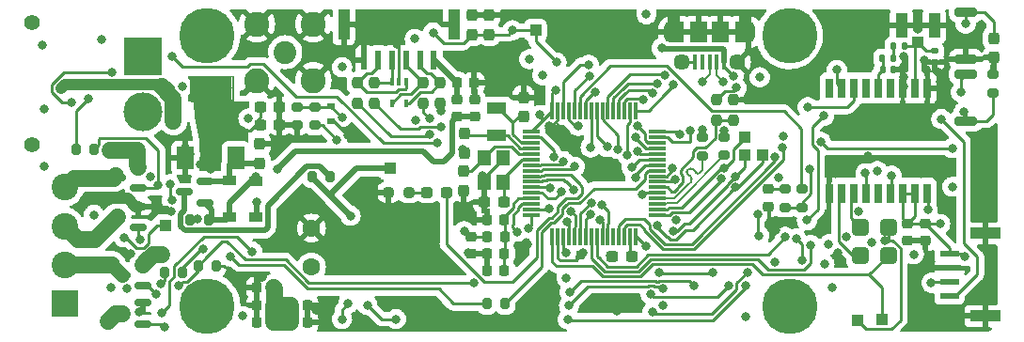
<source format=gbr>
%TF.GenerationSoftware,KiCad,Pcbnew,(6.0.2)*%
%TF.CreationDate,2022-11-13T17:15:13+11:00*%
%TF.ProjectId,Strelka_Flight_Computer,53747265-6c6b-4615-9f46-6c696768745f,rev?*%
%TF.SameCoordinates,Original*%
%TF.FileFunction,Copper,L1,Top*%
%TF.FilePolarity,Positive*%
%FSLAX46Y46*%
G04 Gerber Fmt 4.6, Leading zero omitted, Abs format (unit mm)*
G04 Created by KiCad (PCBNEW (6.0.2)) date 2022-11-13 17:15:13*
%MOMM*%
%LPD*%
G01*
G04 APERTURE LIST*
G04 Aperture macros list*
%AMRoundRect*
0 Rectangle with rounded corners*
0 $1 Rounding radius*
0 $2 $3 $4 $5 $6 $7 $8 $9 X,Y pos of 4 corners*
0 Add a 4 corners polygon primitive as box body*
4,1,4,$2,$3,$4,$5,$6,$7,$8,$9,$2,$3,0*
0 Add four circle primitives for the rounded corners*
1,1,$1+$1,$2,$3*
1,1,$1+$1,$4,$5*
1,1,$1+$1,$6,$7*
1,1,$1+$1,$8,$9*
0 Add four rect primitives between the rounded corners*
20,1,$1+$1,$2,$3,$4,$5,0*
20,1,$1+$1,$4,$5,$6,$7,0*
20,1,$1+$1,$6,$7,$8,$9,0*
20,1,$1+$1,$8,$9,$2,$3,0*%
G04 Aperture macros list end*
%TA.AperFunction,SMDPad,CuDef*%
%ADD10RoundRect,0.225000X0.250000X-0.225000X0.250000X0.225000X-0.250000X0.225000X-0.250000X-0.225000X0*%
%TD*%
%TA.AperFunction,SMDPad,CuDef*%
%ADD11RoundRect,0.237500X-0.237500X0.250000X-0.237500X-0.250000X0.237500X-0.250000X0.237500X0.250000X0*%
%TD*%
%TA.AperFunction,SMDPad,CuDef*%
%ADD12R,1.000000X1.000000*%
%TD*%
%TA.AperFunction,SMDPad,CuDef*%
%ADD13RoundRect,0.200000X-0.800000X0.200000X-0.800000X-0.200000X0.800000X-0.200000X0.800000X0.200000X0*%
%TD*%
%TA.AperFunction,SMDPad,CuDef*%
%ADD14R,1.500000X2.000000*%
%TD*%
%TA.AperFunction,SMDPad,CuDef*%
%ADD15R,3.800000X2.000000*%
%TD*%
%TA.AperFunction,SMDPad,CuDef*%
%ADD16R,0.700000X1.800000*%
%TD*%
%TA.AperFunction,SMDPad,CuDef*%
%ADD17R,0.800000X1.800000*%
%TD*%
%TA.AperFunction,SMDPad,CuDef*%
%ADD18RoundRect,0.237500X-0.300000X-0.237500X0.300000X-0.237500X0.300000X0.237500X-0.300000X0.237500X0*%
%TD*%
%TA.AperFunction,ComponentPad*%
%ADD19R,2.400000X2.400000*%
%TD*%
%TA.AperFunction,ComponentPad*%
%ADD20C,2.400000*%
%TD*%
%TA.AperFunction,SMDPad,CuDef*%
%ADD21R,1.200000X0.900000*%
%TD*%
%TA.AperFunction,SMDPad,CuDef*%
%ADD22RoundRect,0.237500X-0.237500X0.300000X-0.237500X-0.300000X0.237500X-0.300000X0.237500X0.300000X0*%
%TD*%
%TA.AperFunction,SMDPad,CuDef*%
%ADD23RoundRect,0.237500X-0.250000X-0.237500X0.250000X-0.237500X0.250000X0.237500X-0.250000X0.237500X0*%
%TD*%
%TA.AperFunction,SMDPad,CuDef*%
%ADD24RoundRect,0.140000X-0.140000X-0.170000X0.140000X-0.170000X0.140000X0.170000X-0.140000X0.170000X0*%
%TD*%
%TA.AperFunction,SMDPad,CuDef*%
%ADD25RoundRect,0.225000X-0.225000X-0.250000X0.225000X-0.250000X0.225000X0.250000X-0.225000X0.250000X0*%
%TD*%
%TA.AperFunction,SMDPad,CuDef*%
%ADD26RoundRect,0.200000X0.200000X0.275000X-0.200000X0.275000X-0.200000X-0.275000X0.200000X-0.275000X0*%
%TD*%
%TA.AperFunction,SMDPad,CuDef*%
%ADD27RoundRect,0.218750X-0.218750X-0.256250X0.218750X-0.256250X0.218750X0.256250X-0.218750X0.256250X0*%
%TD*%
%TA.AperFunction,SMDPad,CuDef*%
%ADD28R,1.700000X0.600000*%
%TD*%
%TA.AperFunction,SMDPad,CuDef*%
%ADD29R,2.700000X1.000000*%
%TD*%
%TA.AperFunction,SMDPad,CuDef*%
%ADD30RoundRect,0.225000X0.225000X0.250000X-0.225000X0.250000X-0.225000X-0.250000X0.225000X-0.250000X0*%
%TD*%
%TA.AperFunction,SMDPad,CuDef*%
%ADD31RoundRect,0.237500X0.300000X0.237500X-0.300000X0.237500X-0.300000X-0.237500X0.300000X-0.237500X0*%
%TD*%
%TA.AperFunction,SMDPad,CuDef*%
%ADD32RoundRect,0.237500X0.237500X-0.300000X0.237500X0.300000X-0.237500X0.300000X-0.237500X-0.300000X0*%
%TD*%
%TA.AperFunction,SMDPad,CuDef*%
%ADD33R,1.000000X1.050000*%
%TD*%
%TA.AperFunction,SMDPad,CuDef*%
%ADD34R,1.050000X2.200000*%
%TD*%
%TA.AperFunction,SMDPad,CuDef*%
%ADD35RoundRect,0.200000X-0.275000X0.200000X-0.275000X-0.200000X0.275000X-0.200000X0.275000X0.200000X0*%
%TD*%
%TA.AperFunction,SMDPad,CuDef*%
%ADD36RoundRect,0.200000X0.275000X-0.200000X0.275000X0.200000X-0.275000X0.200000X-0.275000X-0.200000X0*%
%TD*%
%TA.AperFunction,ComponentPad*%
%ADD37C,5.000000*%
%TD*%
%TA.AperFunction,SMDPad,CuDef*%
%ADD38RoundRect,0.150000X0.587500X0.150000X-0.587500X0.150000X-0.587500X-0.150000X0.587500X-0.150000X0*%
%TD*%
%TA.AperFunction,SMDPad,CuDef*%
%ADD39RoundRect,0.381000X-0.381000X-0.381000X0.381000X-0.381000X0.381000X0.381000X-0.381000X0.381000X0*%
%TD*%
%TA.AperFunction,SMDPad,CuDef*%
%ADD40RoundRect,0.075000X-0.700000X-0.075000X0.700000X-0.075000X0.700000X0.075000X-0.700000X0.075000X0*%
%TD*%
%TA.AperFunction,SMDPad,CuDef*%
%ADD41RoundRect,0.075000X-0.075000X-0.700000X0.075000X-0.700000X0.075000X0.700000X-0.075000X0.700000X0*%
%TD*%
%TA.AperFunction,SMDPad,CuDef*%
%ADD42R,0.400000X0.650000*%
%TD*%
%TA.AperFunction,ComponentPad*%
%ADD43C,1.400000*%
%TD*%
%TA.AperFunction,ComponentPad*%
%ADD44R,3.500000X3.500000*%
%TD*%
%TA.AperFunction,ComponentPad*%
%ADD45C,3.500000*%
%TD*%
%TA.AperFunction,SMDPad,CuDef*%
%ADD46RoundRect,0.237500X-0.287500X-0.237500X0.287500X-0.237500X0.287500X0.237500X-0.287500X0.237500X0*%
%TD*%
%TA.AperFunction,SMDPad,CuDef*%
%ADD47RoundRect,0.135000X0.135000X0.185000X-0.135000X0.185000X-0.135000X-0.185000X0.135000X-0.185000X0*%
%TD*%
%TA.AperFunction,SMDPad,CuDef*%
%ADD48RoundRect,0.200000X-0.200000X-0.275000X0.200000X-0.275000X0.200000X0.275000X-0.200000X0.275000X0*%
%TD*%
%TA.AperFunction,SMDPad,CuDef*%
%ADD49R,0.400000X1.350000*%
%TD*%
%TA.AperFunction,ComponentPad*%
%ADD50O,1.200000X1.900000*%
%TD*%
%TA.AperFunction,SMDPad,CuDef*%
%ADD51R,1.500000X1.900000*%
%TD*%
%TA.AperFunction,SMDPad,CuDef*%
%ADD52R,1.200000X1.900000*%
%TD*%
%TA.AperFunction,ComponentPad*%
%ADD53C,1.450000*%
%TD*%
%TA.AperFunction,SMDPad,CuDef*%
%ADD54RoundRect,0.225000X-0.250000X0.225000X-0.250000X-0.225000X0.250000X-0.225000X0.250000X0.225000X0*%
%TD*%
%TA.AperFunction,SMDPad,CuDef*%
%ADD55R,1.200000X1.400000*%
%TD*%
%TA.AperFunction,ComponentPad*%
%ADD56C,2.050000*%
%TD*%
%TA.AperFunction,ComponentPad*%
%ADD57C,2.250000*%
%TD*%
%TA.AperFunction,SMDPad,CuDef*%
%ADD58R,0.700000X0.600000*%
%TD*%
%TA.AperFunction,SMDPad,CuDef*%
%ADD59RoundRect,0.135000X-0.135000X-0.185000X0.135000X-0.185000X0.135000X0.185000X-0.135000X0.185000X0*%
%TD*%
%TA.AperFunction,SMDPad,CuDef*%
%ADD60RoundRect,0.218750X-0.256250X0.218750X-0.256250X-0.218750X0.256250X-0.218750X0.256250X0.218750X0*%
%TD*%
%TA.AperFunction,SMDPad,CuDef*%
%ADD61R,0.600000X1.700000*%
%TD*%
%TA.AperFunction,SMDPad,CuDef*%
%ADD62R,1.000000X2.700000*%
%TD*%
%TA.AperFunction,SMDPad,CuDef*%
%ADD63RoundRect,0.237500X0.237500X-0.250000X0.237500X0.250000X-0.237500X0.250000X-0.237500X-0.250000X0*%
%TD*%
%TA.AperFunction,SMDPad,CuDef*%
%ADD64RoundRect,0.147500X0.172500X-0.147500X0.172500X0.147500X-0.172500X0.147500X-0.172500X-0.147500X0*%
%TD*%
%TA.AperFunction,ComponentPad*%
%ADD65C,1.600000*%
%TD*%
%TA.AperFunction,SMDPad,CuDef*%
%ADD66R,1.800000X1.000000*%
%TD*%
%TA.AperFunction,SMDPad,CuDef*%
%ADD67RoundRect,0.200000X0.800000X-0.200000X0.800000X0.200000X-0.800000X0.200000X-0.800000X-0.200000X0*%
%TD*%
%TA.AperFunction,SMDPad,CuDef*%
%ADD68RoundRect,0.218750X0.256250X-0.218750X0.256250X0.218750X-0.256250X0.218750X-0.256250X-0.218750X0*%
%TD*%
%TA.AperFunction,ViaPad*%
%ADD69C,0.800000*%
%TD*%
%TA.AperFunction,ViaPad*%
%ADD70C,1.200000*%
%TD*%
%TA.AperFunction,Conductor*%
%ADD71C,0.250000*%
%TD*%
%TA.AperFunction,Conductor*%
%ADD72C,1.000000*%
%TD*%
%TA.AperFunction,Conductor*%
%ADD73C,1.500000*%
%TD*%
%TA.AperFunction,Conductor*%
%ADD74C,0.500000*%
%TD*%
%TA.AperFunction,Conductor*%
%ADD75C,0.200000*%
%TD*%
%TA.AperFunction,Conductor*%
%ADD76C,1.300000*%
%TD*%
G04 APERTURE END LIST*
D10*
%TO.P,C4,1*%
%TO.N,GND*%
X139300000Y-94025000D03*
%TO.P,C4,2*%
%TO.N,+3V3*%
X139300000Y-92475000D03*
%TD*%
D11*
%TO.P,R66,1*%
%TO.N,Net-(D6-Pad4)*%
X135037500Y-78640000D03*
%TO.P,R66,2*%
%TO.N,/Actuators/EXT_SPI_MOSI*%
X135037500Y-80465000D03*
%TD*%
D12*
%TO.P,TP9,1,1*%
%TO.N,/STM32F405/USART2_RX*%
X176350000Y-100000000D03*
%TD*%
%TO.P,TP6,1,1*%
%TO.N,/STM32F405/SPI2_MOSI*%
X164000000Y-85100000D03*
%TD*%
D13*
%TO.P,SW1,1,1*%
%TO.N,+3V3*%
X183889600Y-77885200D03*
%TO.P,SW1,2,2*%
%TO.N,Net-(R10-Pad1)*%
X183889600Y-82085200D03*
%TD*%
D14*
%TO.P,U3,1,GND*%
%TO.N,GND*%
X113590000Y-85410000D03*
D15*
%TO.P,U3,2,VO*%
%TO.N,+3V3*%
X115890000Y-79110000D03*
D14*
X115890000Y-85410000D03*
%TO.P,U3,3,VI*%
%TO.N,+5V*%
X118190000Y-85410000D03*
%TD*%
D16*
%TO.P,IC2,1,GND_1*%
%TO.N,GND*%
X171600000Y-88610000D03*
D17*
%TO.P,IC2,2,TXD*%
%TO.N,Net-(IC2-Pad2)*%
X172700000Y-88610000D03*
%TO.P,IC2,3,RXD*%
%TO.N,Net-(IC2-Pad3)*%
X173800000Y-88610000D03*
%TO.P,IC2,4,TIMEPULSE*%
%TO.N,/Sensors/MAX-M10S-00B/PPS*%
X174900000Y-88610000D03*
%TO.P,IC2,5,EXTINT*%
%TO.N,/Sensors/MAX-M10S-00B/EXTINT*%
X176000000Y-88610000D03*
%TO.P,IC2,6,V_BCKP*%
%TO.N,/Sensors/MAX-M10S-00B/V_BKCP*%
X177100000Y-88610000D03*
%TO.P,IC2,7,V_IO*%
%TO.N,+3V3*%
X178200000Y-88610000D03*
%TO.P,IC2,8,VCC*%
X179300000Y-88610000D03*
D16*
%TO.P,IC2,9,RESET_N*%
%TO.N,/STM32F405/GPIO_PA10*%
X180400000Y-88610000D03*
%TO.P,IC2,10,GND_2*%
%TO.N,GND*%
X180400000Y-79110000D03*
D17*
%TO.P,IC2,11,RF_IN*%
%TO.N,/Sensors/MAX-M10S-00B/RF_IN*%
X179300000Y-79110000D03*
%TO.P,IC2,12,GND_3*%
%TO.N,GND*%
X178200000Y-79110000D03*
%TO.P,IC2,13,LNA_EN*%
%TO.N,unconnected-(IC2-Pad13)*%
X177100000Y-79110000D03*
%TO.P,IC2,14,VCC_RF*%
%TO.N,/Sensors/MAX-M10S-00B/VCC_RF*%
X176000000Y-79110000D03*
%TO.P,IC2,15,RESERVED*%
%TO.N,unconnected-(IC2-Pad15)*%
X174900000Y-79110000D03*
%TO.P,IC2,16,SDA*%
%TO.N,/STM32F405/I2C2_SDA*%
X173800000Y-79110000D03*
%TO.P,IC2,17,SCL*%
%TO.N,/STM32F405/I2C2_SCL*%
X172700000Y-79110000D03*
D16*
%TO.P,IC2,18,SAFEBOOT_N*%
%TO.N,unconnected-(IC2-Pad18)*%
X171600000Y-79110000D03*
%TD*%
D18*
%TO.P,C9,1*%
%TO.N,+3V3*%
X120365000Y-82390000D03*
%TO.P,C9,2*%
%TO.N,GND*%
X122090000Y-82390000D03*
%TD*%
D19*
%TO.P,J3,1,Pin_1*%
%TO.N,/Actuators/Ematch_Main/EMATCH-*%
X102770000Y-98552000D03*
D20*
%TO.P,J3,2,Pin_2*%
%TO.N,/Actuators/Ematch_Main/EMATCH+*%
X102770000Y-95052000D03*
%TO.P,J3,3,Pin_3*%
%TO.N,/Actuators/Ematch_Drogue1/EMATCH-*%
X102770000Y-91552000D03*
%TO.P,J3,4,Pin_4*%
%TO.N,/Actuators/Ematch_Drogue1/EMATCH+*%
X102770000Y-88052000D03*
%TD*%
D21*
%TO.P,D4,1,K*%
%TO.N,VBUS*%
X119960000Y-87470000D03*
%TO.P,D4,2,A*%
%TO.N,+5VD*%
X119960000Y-90770000D03*
%TD*%
D22*
%TO.P,C21,1*%
%TO.N,/STM32F405/OSC_IN*%
X138700000Y-86600000D03*
%TO.P,C21,2*%
%TO.N,GND*%
X138700000Y-88325000D03*
%TD*%
D23*
%TO.P,R13,1*%
%TO.N,GND*%
X131917500Y-88490000D03*
%TO.P,R13,2*%
%TO.N,Net-(D3-Pad1)*%
X133742500Y-88490000D03*
%TD*%
D24*
%TO.P,C37,1*%
%TO.N,/Sensors/MAX-M10S-00B/VCC_RF*%
X176380000Y-77450000D03*
%TO.P,C37,2*%
%TO.N,GND*%
X177340000Y-77450000D03*
%TD*%
D21*
%TO.P,D2,1,K*%
%TO.N,+5V*%
X117580000Y-87460000D03*
%TO.P,D2,2,A*%
%TO.N,VBUS*%
X117580000Y-90760000D03*
%TD*%
D25*
%TO.P,C1,1*%
%TO.N,GND*%
X140787500Y-94000000D03*
%TO.P,C1,2*%
%TO.N,Net-(C1-Pad2)*%
X142337500Y-94000000D03*
%TD*%
%TO.P,C52,1*%
%TO.N,VDC*%
X123075000Y-98650000D03*
%TO.P,C52,2*%
%TO.N,GND*%
X124625000Y-98650000D03*
%TD*%
D26*
%TO.P,R50,1*%
%TO.N,GND*%
X116395000Y-95097600D03*
%TO.P,R50,2*%
%TO.N,/Actuators/MAIN_L*%
X114745000Y-95097600D03*
%TD*%
D27*
%TO.P,FB1,1*%
%TO.N,+3V3*%
X140775000Y-92500000D03*
%TO.P,FB1,2*%
%TO.N,Net-(C1-Pad2)*%
X142350000Y-92500000D03*
%TD*%
D12*
%TO.P,TP10,1,1*%
%TO.N,/STM32F405/USART2_TX*%
X174100000Y-100025000D03*
%TD*%
D11*
%TO.P,R68,1*%
%TO.N,Net-(D6-Pad1)*%
X129107500Y-78640000D03*
%TO.P,R68,2*%
%TO.N,/Actuators/EXT_SPI_CS*%
X129107500Y-80465000D03*
%TD*%
D18*
%TO.P,C8,1*%
%TO.N,+3V3*%
X120365000Y-80860000D03*
%TO.P,C8,2*%
%TO.N,GND*%
X122090000Y-80860000D03*
%TD*%
D28*
%TO.P,J2,1,1*%
%TO.N,/Data_Interfaces/SWCLK*%
X182408400Y-97810800D03*
%TO.P,J2,2,2*%
%TO.N,/Data_Interfaces/SWDIO*%
X182408400Y-96560800D03*
%TO.P,J2,3,3*%
%TO.N,GND*%
X182408400Y-95310800D03*
%TO.P,J2,4,4*%
%TO.N,+3V3*%
X182408400Y-94060800D03*
D29*
%TO.P,J2,SH1,SHIELD*%
%TO.N,GND*%
X185608400Y-99660800D03*
%TO.P,J2,SH2,SHIELD*%
X185608400Y-92210800D03*
%TD*%
D30*
%TO.P,C27,1*%
%TO.N,GND*%
X139612500Y-78622500D03*
%TO.P,C27,2*%
%TO.N,Net-(C27-Pad2)*%
X138062500Y-78622500D03*
%TD*%
D31*
%TO.P,C14,1*%
%TO.N,Net-(C14-Pad1)*%
X153775000Y-94300000D03*
%TO.P,C14,2*%
%TO.N,GND*%
X152050000Y-94300000D03*
%TD*%
D25*
%TO.P,C54,1*%
%TO.N,VDC*%
X123075000Y-100200000D03*
%TO.P,C54,2*%
%TO.N,GND*%
X124625000Y-100200000D03*
%TD*%
D32*
%TO.P,C19,1*%
%TO.N,/STM32F405/OSC32_IN*%
X144050000Y-81662500D03*
%TO.P,C19,2*%
%TO.N,GND*%
X144050000Y-79937500D03*
%TD*%
D33*
%TO.P,AE2,1,A*%
%TO.N,/Sensors/MAX-M10S-00B/RF_IN*%
X179560000Y-75000000D03*
D34*
%TO.P,AE2,2,Shield*%
%TO.N,GND*%
X181035000Y-73475000D03*
X178085000Y-73475000D03*
%TD*%
D35*
%TO.P,R59,1*%
%TO.N,/Power/BATT_VOLT*%
X125250000Y-80815000D03*
%TO.P,R59,2*%
%TO.N,VDC*%
X125250000Y-82465000D03*
%TD*%
D22*
%TO.P,C20,1*%
%TO.N,/STM32F405/OSC32_OUT*%
X138702500Y-83232046D03*
%TO.P,C20,2*%
%TO.N,GND*%
X138702500Y-84957046D03*
%TD*%
D36*
%TO.P,R57,1*%
%TO.N,/Sensors/MAX-M10S-00B/PPS*%
X167615000Y-89855000D03*
%TO.P,R57,2*%
%TO.N,Net-(D12-Pad2)*%
X167615000Y-88205000D03*
%TD*%
D30*
%TO.P,C50,1*%
%TO.N,VDC*%
X121575000Y-97100000D03*
%TO.P,C50,2*%
%TO.N,GND*%
X120025000Y-97100000D03*
%TD*%
D37*
%TO.P,H1,1*%
%TO.N,N/C*%
X168000000Y-98755200D03*
%TD*%
D12*
%TO.P,TP8,1,1*%
%TO.N,/STM32F405/SPI2_SCK*%
X164000000Y-83550000D03*
%TD*%
D38*
%TO.P,Q2,1,G*%
%TO.N,VBUS*%
X115347500Y-89430000D03*
%TO.P,Q2,2,S*%
%TO.N,+5V*%
X115347500Y-87530000D03*
%TO.P,Q2,3,D*%
%TO.N,Net-(Q2-Pad3)*%
X113472500Y-88480000D03*
%TD*%
D39*
%TO.P,JP2,1,RX1*%
%TO.N,Net-(IC2-Pad3)*%
X174370000Y-91650000D03*
%TO.P,JP2,2,TX1*%
%TO.N,/STM32F405/USART2_RX*%
X176910000Y-94190000D03*
%TO.P,JP2,3,TX1*%
%TO.N,Net-(IC2-Pad2)*%
X174370000Y-94190000D03*
%TO.P,JP2,4,RX2*%
%TO.N,/STM32F405/USART2_TX*%
X176910000Y-91650000D03*
%TD*%
D40*
%TO.P,U5,1,VBAT*%
%TO.N,+3V3*%
X144725000Y-83050000D03*
%TO.P,U5,2,PC13*%
%TO.N,/Actuators/CONT_TEST_EN*%
X144725000Y-83550000D03*
%TO.P,U5,3,PC14*%
%TO.N,/STM32F405/OSC32_IN*%
X144725000Y-84050000D03*
%TO.P,U5,4,PC15*%
%TO.N,/STM32F405/OSC32_OUT*%
X144725000Y-84550000D03*
%TO.P,U5,5,PH0*%
%TO.N,/STM32F405/OSC_IN*%
X144725000Y-85050000D03*
%TO.P,U5,6,PH1*%
%TO.N,/STM32F405/OSC_OUT*%
X144725000Y-85550000D03*
%TO.P,U5,7,NRST*%
%TO.N,Net-(C12-Pad2)*%
X144725000Y-86050000D03*
%TO.P,U5,8,PC0*%
%TO.N,/Power/BATT_VOLT*%
X144725000Y-86550000D03*
%TO.P,U5,9,PC1*%
%TO.N,/STM32F405/INDICATOR_LED*%
X144725000Y-87050000D03*
%TO.P,U5,10,PC2*%
%TO.N,/STM32F405/SPI2_MISO*%
X144725000Y-87550000D03*
%TO.P,U5,11,PC3*%
%TO.N,/STM32F405/SPI2_MOSI*%
X144725000Y-88050000D03*
%TO.P,U5,12,VSSA*%
%TO.N,GND*%
X144725000Y-88550000D03*
%TO.P,U5,13,VDDA*%
%TO.N,Net-(C1-Pad2)*%
X144725000Y-89050000D03*
%TO.P,U5,14,PA0*%
%TO.N,/Actuators/MAIN_L*%
X144725000Y-89550000D03*
%TO.P,U5,15,PA1*%
%TO.N,/Actuators/MAIN_H*%
X144725000Y-90050000D03*
%TO.P,U5,16,PA2*%
%TO.N,/STM32F405/USART2_TX*%
X144725000Y-90550000D03*
D41*
%TO.P,U5,17,PA3*%
%TO.N,/STM32F405/USART2_RX*%
X146650000Y-92475000D03*
%TO.P,U5,18,VSS*%
%TO.N,GND*%
X147150000Y-92475000D03*
%TO.P,U5,19,VDD*%
%TO.N,+3V3*%
X147650000Y-92475000D03*
%TO.P,U5,20,PA4*%
%TO.N,/915MHz_Radio/CS_RF*%
X148150000Y-92475000D03*
%TO.P,U5,21,PA5*%
%TO.N,/915MHz_Radio/SPI_CLK*%
X148650000Y-92475000D03*
%TO.P,U5,22,PA6*%
%TO.N,/915MHz_Radio/SPI_MISO*%
X149150000Y-92475000D03*
%TO.P,U5,23,PA7*%
%TO.N,/915MHz_Radio/SPI_MOSI*%
X149650000Y-92475000D03*
%TO.P,U5,24,PC4*%
%TO.N,/STM32F405/INT_IN1*%
X150150000Y-92475000D03*
%TO.P,U5,25,PC5*%
%TO.N,/STM32F405/INT_IN2*%
X150650000Y-92475000D03*
%TO.P,U5,26,PB0*%
%TO.N,/Actuators/DROGUE_CONT*%
X151150000Y-92475000D03*
%TO.P,U5,27,PB1*%
%TO.N,/Actuators/MAIN_CONT*%
X151650000Y-92475000D03*
%TO.P,U5,28,PB2*%
%TO.N,unconnected-(U5-Pad28)*%
X152150000Y-92475000D03*
%TO.P,U5,29,PB10*%
%TO.N,/STM32F405/I2C2_SCL*%
X152650000Y-92475000D03*
%TO.P,U5,30,PB11*%
%TO.N,/STM32F405/I2C2_SDA*%
X153150000Y-92475000D03*
%TO.P,U5,31,VCAP_1*%
%TO.N,Net-(C14-Pad1)*%
X153650000Y-92475000D03*
%TO.P,U5,32,VDD*%
%TO.N,+3V3*%
X154150000Y-92475000D03*
D40*
%TO.P,U5,33,PB12*%
%TO.N,/STM32F405/SPI2_NSS4*%
X156075000Y-90550000D03*
%TO.P,U5,34,PB13*%
%TO.N,/STM32F405/SPI2_SCK*%
X156075000Y-90050000D03*
%TO.P,U5,35,PB14*%
%TO.N,/STM32F405/USB2_IN-*%
X156075000Y-89550000D03*
%TO.P,U5,36,PB15*%
%TO.N,/STM32F405/USB2_IN+*%
X156075000Y-89050000D03*
%TO.P,U5,37,PC6*%
%TO.N,/STM32F405/INT_IN3*%
X156075000Y-88550000D03*
%TO.P,U5,38,PC7*%
%TO.N,/STM32F405/SD_DET*%
X156075000Y-88050000D03*
%TO.P,U5,39,PC8*%
%TO.N,/STM32F405/SDIO_D0*%
X156075000Y-87550000D03*
%TO.P,U5,40,PC9*%
%TO.N,/STM32F405/SDIO_D1*%
X156075000Y-87050000D03*
%TO.P,U5,41,PA8*%
%TO.N,/Actuators/DROGUE_H*%
X156075000Y-86550000D03*
%TO.P,U5,42,PA9*%
%TO.N,/915MHz_Radio/RESET_RF*%
X156075000Y-86050000D03*
%TO.P,U5,43,PA10*%
%TO.N,/STM32F405/GPIO_PA10*%
X156075000Y-85550000D03*
%TO.P,U5,44,PA11*%
%TO.N,/915MHz_Radio/IO0_RF*%
X156075000Y-85050000D03*
%TO.P,U5,45,PA12*%
%TO.N,/STM32F405/SPI2_NSS3*%
X156075000Y-84550000D03*
%TO.P,U5,46,PA13*%
%TO.N,/Data_Interfaces/SWDIO*%
X156075000Y-84050000D03*
%TO.P,U5,47,VCAP_2*%
%TO.N,Net-(C16-Pad1)*%
X156075000Y-83550000D03*
%TO.P,U5,48,VDD*%
%TO.N,+3V3*%
X156075000Y-83050000D03*
D41*
%TO.P,U5,49,PA14*%
%TO.N,/Data_Interfaces/SWCLK*%
X154150000Y-81125000D03*
%TO.P,U5,50,PA15*%
%TO.N,/Actuators/EXT_SPI_CS*%
X153650000Y-81125000D03*
%TO.P,U5,51,PC10*%
%TO.N,/STM32F405/SDIO_D2*%
X153150000Y-81125000D03*
%TO.P,U5,52,PC11*%
%TO.N,/STM32F405/SDIO_D3*%
X152650000Y-81125000D03*
%TO.P,U5,53,PC12*%
%TO.N,/STM32F405/SDIO_CK*%
X152150000Y-81125000D03*
%TO.P,U5,54,PD2*%
%TO.N,/STM32F405/SDIO_CMD*%
X151650000Y-81125000D03*
%TO.P,U5,55,PB3*%
%TO.N,/Actuators/EXT_SPI_SCK*%
X151150000Y-81125000D03*
%TO.P,U5,56,PB4*%
%TO.N,/Actuators/EXT_SPI_MISO*%
X150650000Y-81125000D03*
%TO.P,U5,57,PB5*%
%TO.N,/Actuators/EXT_SPI_MOSI*%
X150150000Y-81125000D03*
%TO.P,U5,58,PB6*%
%TO.N,/Actuators/DROGUE_L*%
X149650000Y-81125000D03*
%TO.P,U5,59,PB7*%
%TO.N,/STM32F405/GPIO_PB7*%
X149150000Y-81125000D03*
%TO.P,U5,60,BOOT0*%
%TO.N,Net-(R10-Pad1)*%
X148650000Y-81125000D03*
%TO.P,U5,61,PB8*%
%TO.N,/STM32F405/SPI2_NSS1*%
X148150000Y-81125000D03*
%TO.P,U5,62,PB9*%
%TO.N,/STM32F405/SPI2_NSS2*%
X147650000Y-81125000D03*
%TO.P,U5,63,VSS*%
%TO.N,GND*%
X147150000Y-81125000D03*
%TO.P,U5,64,VDD*%
%TO.N,+3V3*%
X146650000Y-81125000D03*
%TD*%
D42*
%TO.P,D6,1,K*%
%TO.N,Net-(D6-Pad1)*%
X133487500Y-78552500D03*
%TO.P,D6,2,A*%
%TO.N,GND*%
X132837500Y-78552500D03*
%TO.P,D6,3,K*%
%TO.N,Net-(D6-Pad3)*%
X132187500Y-78552500D03*
%TO.P,D6,4,K*%
%TO.N,Net-(D6-Pad4)*%
X132187500Y-80452500D03*
%TO.P,D6,5,K*%
%TO.N,Net-(D6-Pad5)*%
X133487500Y-80452500D03*
%TD*%
D30*
%TO.P,C49,1*%
%TO.N,VDC*%
X121575000Y-100200000D03*
%TO.P,C49,2*%
%TO.N,GND*%
X120025000Y-100200000D03*
%TD*%
D11*
%TO.P,R65,1*%
%TO.N,Net-(D6-Pad5)*%
X136577500Y-78640000D03*
%TO.P,R65,2*%
%TO.N,/Actuators/EXT_SPI_MISO*%
X136577500Y-80465000D03*
%TD*%
D32*
%TO.P,C11,1*%
%TO.N,+3V3*%
X140970000Y-74268500D03*
%TO.P,C11,2*%
%TO.N,GND*%
X140970000Y-72543500D03*
%TD*%
D37*
%TO.P,H2,1*%
%TO.N,N/C*%
X115550000Y-74400000D03*
%TD*%
D30*
%TO.P,C3,1*%
%TO.N,Net-(C1-Pad2)*%
X142337500Y-95550000D03*
%TO.P,C3,2*%
%TO.N,GND*%
X140787500Y-95550000D03*
%TD*%
%TO.P,C53,1*%
%TO.N,VDC*%
X121600000Y-98650000D03*
%TO.P,C53,2*%
%TO.N,GND*%
X120050000Y-98650000D03*
%TD*%
D43*
%TO.P,J1,*%
%TO.N,*%
X99815000Y-84240000D03*
X99815000Y-73240000D03*
D44*
%TO.P,J1,1,Pin_1*%
%TO.N,-BATT*%
X109815000Y-76240000D03*
D45*
%TO.P,J1,2,Pin_2*%
%TO.N,+BATT*%
X109815000Y-81240000D03*
%TD*%
D46*
%TO.P,D3,1,K*%
%TO.N,Net-(D3-Pad1)*%
X135385000Y-88490000D03*
%TO.P,D3,2,A*%
%TO.N,/STM32F405/INDICATOR_LED*%
X137135000Y-88490000D03*
%TD*%
D36*
%TO.P,R58,1*%
%TO.N,/Sensors/MAX-M10S-00B/PPS*%
X169140000Y-89855000D03*
%TO.P,R58,2*%
%TO.N,/STM32F405/GPIO_PB7*%
X169140000Y-88205000D03*
%TD*%
D32*
%TO.P,C7,1*%
%TO.N,+5V*%
X120310000Y-85862500D03*
%TO.P,C7,2*%
%TO.N,GND*%
X120310000Y-84137500D03*
%TD*%
D47*
%TO.P,FB3,1*%
%TO.N,/Sensors/MAX-M10S-00B/RF_IN*%
X178370000Y-75290000D03*
%TO.P,FB3,2*%
%TO.N,Net-(FB3-Pad2)*%
X177350000Y-75290000D03*
%TD*%
D48*
%TO.P,R20,1*%
%TO.N,+5VA*%
X125004000Y-87092000D03*
%TO.P,R20,2*%
%TO.N,Net-(Q2-Pad3)*%
X126654000Y-87092000D03*
%TD*%
D49*
%TO.P,J6,1,VBUS*%
%TO.N,VBUS*%
X162102400Y-76769300D03*
%TO.P,J6,2,D-*%
%TO.N,/Data_Interfaces/USB2_D-*%
X161452400Y-76769300D03*
%TO.P,J6,3,D+*%
%TO.N,/Data_Interfaces/USB2_D+*%
X160802400Y-76769300D03*
%TO.P,J6,4,ID*%
%TO.N,unconnected-(J6-Pad4)*%
X160152400Y-76769300D03*
%TO.P,J6,5,GND*%
%TO.N,GND*%
X159502400Y-76769300D03*
D50*
%TO.P,J6,6,Shield*%
X157302400Y-74069300D03*
D51*
X159802400Y-74069300D03*
D52*
X163702400Y-74069300D03*
D50*
X164302400Y-74069300D03*
D53*
X163302400Y-76769300D03*
X158302400Y-76769300D03*
D52*
X157902400Y-74069300D03*
D51*
X161802400Y-74069300D03*
%TD*%
D54*
%TO.P,C26,1*%
%TO.N,GND*%
X139637500Y-80117500D03*
%TO.P,C26,2*%
%TO.N,+5VD*%
X139637500Y-81667500D03*
%TD*%
D38*
%TO.P,Q10,1,G*%
%TO.N,Net-(Q10-Pad1)*%
X109801900Y-100365600D03*
%TO.P,Q10,2,S*%
%TO.N,GND*%
X109801900Y-98465600D03*
%TO.P,Q10,3,D*%
%TO.N,/Actuators/Ematch_Main/EMATCH-*%
X107926900Y-99415600D03*
%TD*%
D55*
%TO.P,Y2,1,1*%
%TO.N,/STM32F405/OSC_IN*%
X140500000Y-85400000D03*
%TO.P,Y2,2,2*%
%TO.N,GND*%
X140500000Y-87600000D03*
%TO.P,Y2,3,3*%
%TO.N,/STM32F405/OSC_OUT*%
X142200000Y-87600000D03*
%TO.P,Y2,4,4*%
%TO.N,GND*%
X142200000Y-85400000D03*
%TD*%
D31*
%TO.P,C22,1*%
%TO.N,/STM32F405/OSC_OUT*%
X142262500Y-89400000D03*
%TO.P,C22,2*%
%TO.N,GND*%
X140537500Y-89400000D03*
%TD*%
D32*
%TO.P,C12,1*%
%TO.N,GND*%
X186399600Y-76360200D03*
%TO.P,C12,2*%
%TO.N,Net-(C12-Pad2)*%
X186399600Y-74635200D03*
%TD*%
D48*
%TO.P,R51,1*%
%TO.N,/Actuators/MAIN_L*%
X111697000Y-95758000D03*
%TO.P,R51,2*%
%TO.N,Net-(Q10-Pad1)*%
X113347000Y-95758000D03*
%TD*%
D56*
%TO.P,AE1,1,A*%
%TO.N,Net-(AE1-Pad1)*%
X122600000Y-75875000D03*
D57*
%TO.P,AE1,2,Shield*%
%TO.N,GND*%
X125140000Y-73335000D03*
X120060000Y-73335000D03*
X125140000Y-78415000D03*
X120060000Y-78415000D03*
%TD*%
D11*
%TO.P,R25,1*%
%TO.N,GND*%
X162950000Y-80187500D03*
%TO.P,R25,2*%
%TO.N,/STM32F405/SD_DET*%
X162950000Y-82012500D03*
%TD*%
D54*
%TO.P,C40,1*%
%TO.N,+3V3*%
X178660000Y-91305000D03*
%TO.P,C40,2*%
%TO.N,GND*%
X178660000Y-92855000D03*
%TD*%
D58*
%TO.P,D13,1,K*%
%TO.N,/Power/BATT_VOLT*%
X126760000Y-80700000D03*
%TO.P,D13,2,A*%
%TO.N,GND*%
X126760000Y-82100000D03*
%TD*%
D59*
%TO.P,R55,1*%
%TO.N,/Sensors/MAX-M10S-00B/VCC_RF*%
X176330000Y-76390000D03*
%TO.P,R55,2*%
%TO.N,Net-(FB3-Pad2)*%
X177350000Y-76390000D03*
%TD*%
D35*
%TO.P,R12,1*%
%TO.N,/Data_Interfaces/USB_D+*%
X160150000Y-83550000D03*
%TO.P,R12,2*%
%TO.N,/STM32F405/USB2_IN+*%
X160150000Y-85200000D03*
%TD*%
D38*
%TO.P,Q5,1,G*%
%TO.N,Net-(Q5-Pad1)*%
X109344700Y-91678800D03*
%TO.P,Q5,2,S*%
%TO.N,GND*%
X109344700Y-89778800D03*
%TO.P,Q5,3,D*%
%TO.N,/Actuators/Ematch_Drogue1/EMATCH-*%
X107469700Y-90728800D03*
%TD*%
D36*
%TO.P,R60,1*%
%TO.N,GND*%
X123710000Y-82455000D03*
%TO.P,R60,2*%
%TO.N,/Power/BATT_VOLT*%
X123710000Y-80805000D03*
%TD*%
D12*
%TO.P,TP5,1,1*%
%TO.N,/Actuators/DROGUE_CONT*%
X111825000Y-91475000D03*
%TD*%
D60*
%TO.P,FB2,1*%
%TO.N,Net-(C27-Pad2)*%
X138097500Y-80105000D03*
%TO.P,FB2,2*%
%TO.N,+5VD*%
X138097500Y-81680000D03*
%TD*%
D12*
%TO.P,TP3,1,1*%
%TO.N,+5VA*%
X132080000Y-86360000D03*
%TD*%
D61*
%TO.P,J4,1,1*%
%TO.N,Net-(C27-Pad2)*%
X135972500Y-76597500D03*
%TO.P,J4,2,2*%
%TO.N,Net-(D6-Pad5)*%
X134722500Y-76597500D03*
%TO.P,J4,3,3*%
%TO.N,Net-(D6-Pad4)*%
X133472500Y-76597500D03*
%TO.P,J4,4,4*%
%TO.N,Net-(D6-Pad3)*%
X132222500Y-76597500D03*
%TO.P,J4,5,5*%
%TO.N,Net-(D6-Pad1)*%
X130972500Y-76597500D03*
%TO.P,J4,6,6*%
%TO.N,GND*%
X129722500Y-76597500D03*
D62*
%TO.P,J4,S1,SHIELD*%
X137822500Y-73397500D03*
%TO.P,J4,S2,SHIELD*%
X127872500Y-73397500D03*
%TD*%
D36*
%TO.P,R10,1*%
%TO.N,Net-(R10-Pad1)*%
X186359800Y-79526400D03*
%TO.P,R10,2*%
%TO.N,GND*%
X186359800Y-77876400D03*
%TD*%
D63*
%TO.P,R24,1*%
%TO.N,/STM32F405/SD_DET*%
X161400000Y-82012500D03*
%TO.P,R24,2*%
%TO.N,+3V3*%
X161400000Y-80187500D03*
%TD*%
D11*
%TO.P,R67,1*%
%TO.N,Net-(D6-Pad3)*%
X130637500Y-78640000D03*
%TO.P,R67,2*%
%TO.N,/Actuators/EXT_SPI_SCK*%
X130637500Y-80465000D03*
%TD*%
D37*
%TO.P,H4,1*%
%TO.N,N/C*%
X168000000Y-74400000D03*
%TD*%
D64*
%TO.P,D10,1,A1*%
%TO.N,GND*%
X181110000Y-76750000D03*
%TO.P,D10,2,A2*%
%TO.N,/Sensors/MAX-M10S-00B/RF_IN*%
X181110000Y-75780000D03*
%TD*%
D26*
%TO.P,R29,1*%
%TO.N,Net-(Q4-Pad1)*%
X105422200Y-84632800D03*
%TO.P,R29,2*%
%TO.N,VDC*%
X103772200Y-84632800D03*
%TD*%
D30*
%TO.P,C2,1*%
%TO.N,Net-(C1-Pad2)*%
X142337500Y-90950000D03*
%TO.P,C2,2*%
%TO.N,GND*%
X140787500Y-90950000D03*
%TD*%
D38*
%TO.P,Q9,1,G*%
%TO.N,Net-(Q11-Pad2)*%
X109801900Y-96911200D03*
%TO.P,Q9,2,S*%
%TO.N,Net-(Q9-Pad2)*%
X109801900Y-95011200D03*
%TO.P,Q9,3,D*%
%TO.N,/Actuators/Ematch_Main/EMATCH+*%
X107926900Y-95961200D03*
%TD*%
D48*
%TO.P,R33,1*%
%TO.N,Net-(Q6-Pad1)*%
X140750000Y-98525000D03*
%TO.P,R33,2*%
%TO.N,/Actuators/DROGUE_H*%
X142400000Y-98525000D03*
%TD*%
D32*
%TO.P,C10,1*%
%TO.N,+3V3*%
X139446000Y-74268500D03*
%TO.P,C10,2*%
%TO.N,GND*%
X139446000Y-72543500D03*
%TD*%
D65*
%TO.P,C41,1*%
%TO.N,VDC*%
X124960000Y-95235000D03*
%TO.P,C41,2*%
%TO.N,GND*%
X124960000Y-91735000D03*
%TD*%
D38*
%TO.P,Q4,1,G*%
%TO.N,Net-(Q4-Pad1)*%
X109393200Y-88122800D03*
%TO.P,Q4,2,S*%
%TO.N,Net-(Q4-Pad2)*%
X109393200Y-86222800D03*
%TO.P,Q4,3,D*%
%TO.N,/Actuators/Ematch_Drogue1/EMATCH+*%
X107518200Y-87172800D03*
%TD*%
D37*
%TO.P,H3,1*%
%TO.N,N/C*%
X115550000Y-98755200D03*
%TD*%
D66*
%TO.P,Y1,1,1*%
%TO.N,/STM32F405/OSC32_IN*%
X141650000Y-80900000D03*
%TO.P,Y1,2,2*%
%TO.N,/STM32F405/OSC32_OUT*%
X141650000Y-83400000D03*
%TD*%
D54*
%TO.P,C39,1*%
%TO.N,+3V3*%
X180210000Y-91305000D03*
%TO.P,C39,2*%
%TO.N,GND*%
X180210000Y-92855000D03*
%TD*%
D35*
%TO.P,R11,1*%
%TO.N,/Data_Interfaces/USB_D-*%
X162125000Y-83525000D03*
%TO.P,R11,2*%
%TO.N,/STM32F405/USB2_IN-*%
X162125000Y-85175000D03*
%TD*%
D12*
%TO.P,TP7,1,1*%
%TO.N,/STM32F405/SPI2_MISO*%
X165550000Y-85100000D03*
%TD*%
%TO.P,TP4,1,1*%
%TO.N,+3V3*%
X145150000Y-73900000D03*
%TD*%
D67*
%TO.P,SW2,1,1*%
%TO.N,GND*%
X183889600Y-76485200D03*
%TO.P,SW2,2,2*%
%TO.N,Net-(C12-Pad2)*%
X183889600Y-72285200D03*
%TD*%
D68*
%TO.P,D12,1,K*%
%TO.N,GND*%
X166090000Y-89797500D03*
%TO.P,D12,2,A*%
%TO.N,Net-(D12-Pad2)*%
X166090000Y-88222500D03*
%TD*%
D48*
%TO.P,R8,1*%
%TO.N,GND*%
X114025000Y-90990000D03*
%TO.P,R8,2*%
%TO.N,VBUS*%
X115675000Y-90990000D03*
%TD*%
D69*
%TO.N,GND*%
X114675000Y-90900000D03*
X147450000Y-88450000D03*
X180125000Y-76575000D03*
X178320000Y-76250000D03*
X179550000Y-73825000D03*
X109427500Y-99275000D03*
X181575000Y-78575000D03*
X181650000Y-79475000D03*
X178275000Y-79000000D03*
X152500000Y-99175000D03*
X132675000Y-75150000D03*
X142175000Y-79100000D03*
X178250000Y-78100000D03*
X133900000Y-90599500D03*
X144950000Y-98675000D03*
X129600000Y-100150000D03*
X146401206Y-82476726D03*
X129590000Y-92920000D03*
X135875000Y-92750000D03*
X113650000Y-83475000D03*
X108650000Y-94000000D03*
X125400000Y-99100000D03*
X114017159Y-85068041D03*
X151825000Y-94175000D03*
X139110000Y-93950000D03*
X110439200Y-87121700D03*
X178660000Y-92855000D03*
X140352111Y-86994529D03*
X144450000Y-93175000D03*
X142200000Y-85400000D03*
X104559879Y-89257608D03*
X181375000Y-77675000D03*
X166806228Y-91901109D03*
X149452500Y-93980000D03*
X120512728Y-96142475D03*
X135050000Y-91350000D03*
X112356604Y-90219922D03*
X113615640Y-84424006D03*
X138588232Y-84646506D03*
X180275000Y-77450000D03*
X172363761Y-93914163D03*
X175036247Y-85249500D03*
X128250000Y-83350000D03*
X129310000Y-91820000D03*
X127125000Y-95275000D03*
X117812500Y-95837500D03*
X178300000Y-77210000D03*
X179550000Y-72874500D03*
%TO.N,VDC*%
X111450000Y-99375000D03*
X104851200Y-80094577D03*
X121600000Y-97125000D03*
X127270000Y-83750000D03*
X119608049Y-93833454D03*
%TO.N,+5VA*%
X128480000Y-90620000D03*
%TO.N,+3V3*%
X165250000Y-92400000D03*
X114985800Y-85953600D03*
X171150000Y-94950000D03*
X115900200Y-86385400D03*
X106875000Y-97050000D03*
X158105723Y-83250500D03*
X156575000Y-98725000D03*
X165145205Y-90458336D03*
X100914200Y-86182200D03*
X106070400Y-74752200D03*
X147925000Y-96200000D03*
X165325000Y-78125000D03*
X147901911Y-93925500D03*
X100736400Y-75234800D03*
X183425000Y-79475000D03*
X170825000Y-83950000D03*
X183805194Y-94254792D03*
X182675000Y-88000000D03*
X145500000Y-81525000D03*
X135925000Y-74100000D03*
X173150500Y-92539697D03*
X134300000Y-82050000D03*
X127725000Y-77225000D03*
X143050000Y-73900000D03*
X182650000Y-84525000D03*
X164050000Y-99725000D03*
X166696052Y-94756676D03*
X138716041Y-92017143D03*
X163225000Y-79075000D03*
X145775000Y-77950000D03*
X146925500Y-79280188D03*
X167436737Y-83477375D03*
X155125000Y-72450000D03*
X171875000Y-97100000D03*
X155100000Y-93350000D03*
X147025000Y-76800000D03*
X181575000Y-91350000D03*
X100914200Y-81026000D03*
X134264400Y-74676000D03*
X117170200Y-82778600D03*
X105375000Y-90525000D03*
%TO.N,Net-(C12-Pad2)*%
X147651922Y-85702005D03*
X183875000Y-73300000D03*
%TO.N,Net-(C16-Pad1)*%
X159050742Y-82925016D03*
%TO.N,VBUS*%
X119947055Y-87125500D03*
X156495957Y-75500500D03*
X162960196Y-78048832D03*
%TO.N,+BATT*%
X119285234Y-81848304D03*
X113334800Y-78994000D03*
%TO.N,/Data_Interfaces/SWCLK*%
X181675000Y-81900000D03*
X157575000Y-78750000D03*
%TO.N,/Data_Interfaces/SWDIO*%
X180775000Y-96650000D03*
X154318818Y-82510898D03*
%TO.N,/Data_Interfaces/USB2_D-*%
X162050000Y-78550000D03*
%TO.N,/Data_Interfaces/USB2_D+*%
X160175000Y-78525000D03*
%TO.N,/STM32F405/GPIO_PA10*%
X180450000Y-90075000D03*
X153775000Y-86250000D03*
X179200000Y-94075000D03*
%TO.N,/Sensors/MAX-M10S-00B/V_BKCP*%
X177200000Y-87000000D03*
%TO.N,+5VD*%
X121868816Y-86425989D03*
X120040400Y-89357200D03*
%TO.N,Net-(C48-Pad1)*%
X132569736Y-99925500D03*
X129997200Y-98650500D03*
%TO.N,Net-(D1-Pad1)*%
X102412800Y-79146400D03*
X112522000Y-82092800D03*
%TO.N,Net-(Q4-Pad1)*%
X111107048Y-87875574D03*
%TO.N,Net-(Q5-Pad1)*%
X109531809Y-92774500D03*
%TO.N,Net-(Q6-Pad1)*%
X117648020Y-94272618D03*
%TO.N,Net-(Q10-Pad1)*%
X115200000Y-93600000D03*
X111750000Y-100600000D03*
%TO.N,/Data_Interfaces/USB_D-*%
X162142302Y-82930142D03*
%TO.N,/Data_Interfaces/USB_D+*%
X160175000Y-82849998D03*
%TO.N,/915MHz_Radio/SPI_MISO*%
X150138820Y-89440295D03*
%TO.N,/915MHz_Radio/SPI_MOSI*%
X150115572Y-90488142D03*
%TO.N,/915MHz_Radio/SPI_CLK*%
X148347473Y-90220528D03*
%TO.N,/915MHz_Radio/CS_RF*%
X147955619Y-91140014D03*
%TO.N,/915MHz_Radio/RESET_RF*%
X154125000Y-87200000D03*
%TO.N,/915MHz_Radio/IO0_RF*%
X154357497Y-84835092D03*
%TO.N,/Power/BATT_VOLT*%
X148652233Y-86177445D03*
X127705835Y-81733796D03*
%TO.N,/Sensors/MAX-M10S-00B/PPS*%
X174850099Y-86774901D03*
X169805824Y-86409075D03*
%TO.N,/STM32F405/I2C2_SDA*%
X167375500Y-84475000D03*
X169650000Y-80825500D03*
%TO.N,/STM32F405/I2C2_SCL*%
X166725000Y-85275000D03*
X172275000Y-77475000D03*
D70*
%TO.N,/Actuators/Ematch_Main/EMATCH-*%
X106600000Y-100100000D03*
%TO.N,Net-(Q4-Pad2)*%
X106832400Y-84734400D03*
D69*
%TO.N,Net-(Q11-Pad2)*%
X110944615Y-97651972D03*
D70*
%TO.N,Net-(Q9-Pad2)*%
X111506000Y-94132400D03*
D69*
%TO.N,Net-(R10-Pad1)*%
X183675000Y-81275000D03*
X149965413Y-77998147D03*
%TO.N,/Data_Logging/SD0*%
X156600839Y-97200999D03*
X148150000Y-98700000D03*
%TO.N,/STM32F405/SDIO_D0*%
X157679441Y-87329842D03*
%TO.N,/Data_Logging/SD1*%
X159400000Y-96950000D03*
X148200000Y-97500000D03*
%TO.N,/STM32F405/SDIO_D1*%
X157450000Y-86325000D03*
%TO.N,/Data_Logging/SD2*%
X156299886Y-95751998D03*
X161092451Y-95698522D03*
%TO.N,/STM32F405/SDIO_D2*%
X154841060Y-80135331D03*
%TO.N,/Data_Logging/SD3*%
X162500000Y-96925000D03*
X155485501Y-97674010D03*
%TO.N,/STM32F405/SDIO_D3*%
X155672932Y-79581260D03*
%TO.N,/Data_Logging/CLK*%
X164191804Y-95698522D03*
X155650000Y-99300000D03*
%TO.N,/STM32F405/SDIO_CK*%
X156084806Y-78670565D03*
%TO.N,/Data_Logging/CMD*%
X164036331Y-96914069D03*
X148050000Y-99950000D03*
%TO.N,/STM32F405/SDIO_CMD*%
X156749635Y-77924235D03*
%TO.N,/Actuators/CONT_TEST_EN*%
X146748382Y-85274664D03*
X103378000Y-80416400D03*
X106998230Y-77690500D03*
X136250000Y-84075000D03*
X112400000Y-76250000D03*
%TO.N,/Actuators/DROGUE_L*%
X150550000Y-79475000D03*
X112205700Y-87772045D03*
X144575000Y-76500000D03*
X112392009Y-89221046D03*
%TO.N,/Actuators/DROGUE_CONT*%
X108082808Y-92559820D03*
X150974701Y-90998928D03*
%TO.N,/Actuators/MAIN_L*%
X111421736Y-96773700D03*
X139550000Y-96650000D03*
X113024500Y-96946527D03*
X143475000Y-92050000D03*
%TO.N,/Actuators/MAIN_CONT*%
X108350000Y-97205500D03*
X151117408Y-89643697D03*
%TO.N,/Actuators/MAIN_H*%
X118750000Y-99650000D03*
X146387299Y-89962299D03*
%TO.N,Net-(R61-Pad2)*%
X127715692Y-99920648D03*
X128272741Y-98512900D03*
%TO.N,/Actuators/EXT_SPI_MISO*%
X136641053Y-81144610D03*
X151574500Y-84409502D03*
%TO.N,/Actuators/EXT_SPI_MOSI*%
X150100000Y-84450000D03*
X135597874Y-81866876D03*
%TO.N,/Actuators/EXT_SPI_SCK*%
X136597732Y-82593611D03*
X152553427Y-84611260D03*
%TO.N,/Actuators/EXT_SPI_CS*%
X135599816Y-83315877D03*
X153403165Y-85137522D03*
%TO.N,/STM32F405/SPI2_MISO*%
X163159768Y-88054929D03*
X169150500Y-94591291D03*
X156125000Y-91500000D03*
X148599489Y-88294724D03*
X168609859Y-92670463D03*
%TO.N,/STM32F405/SPI2_MOSI*%
X146470588Y-88075010D03*
X167000000Y-87150000D03*
X163145278Y-87055532D03*
X157516276Y-91986285D03*
X175925000Y-86575000D03*
%TO.N,/STM32F405/INT_IN1*%
X169925000Y-93250000D03*
%TO.N,/STM32F405/INT_IN2*%
X167625000Y-92500000D03*
%TO.N,/STM32F405/SPI2_NSS4*%
X161897400Y-87269444D03*
%TO.N,/STM32F405/SPI2_SCK*%
X162082116Y-86287158D03*
%TO.N,/STM32F405/INT_IN3*%
X171550000Y-93175000D03*
X154764822Y-88685252D03*
X157813326Y-91024011D03*
%TO.N,/STM32F405/SPI2_NSS3*%
X154175000Y-83500000D03*
X174235497Y-90218284D03*
%TO.N,/STM32F405/SPI2_NSS1*%
X175375000Y-93050000D03*
X148963981Y-82506768D03*
%TO.N,/STM32F405/SPI2_NSS2*%
X171100000Y-81626489D03*
X149924062Y-76999500D03*
X169575000Y-91025500D03*
%TO.N,/STM32F405/USART2_TX*%
X176600000Y-92828500D03*
X144520936Y-91732716D03*
%TD*%
D71*
%TO.N,GND*%
X146250000Y-89075000D02*
X146875000Y-89075000D01*
X127000000Y-82100000D02*
X128250000Y-83350000D01*
X139300000Y-94025000D02*
X139185000Y-94025000D01*
X138702500Y-84957046D02*
X138702500Y-84760774D01*
X147450000Y-88500000D02*
X147450000Y-88450000D01*
X151950000Y-94300000D02*
X151825000Y-94175000D01*
X111915482Y-89778800D02*
X112356604Y-90219922D01*
X158302400Y-76769300D02*
X159502400Y-76769300D01*
X126760000Y-82100000D02*
X127000000Y-82100000D01*
D72*
X109344700Y-89778800D02*
X109128800Y-89778800D01*
D71*
X117812500Y-95837500D02*
X119075000Y-97100000D01*
X132847011Y-75322011D02*
X132675000Y-75150000D01*
X124625000Y-100200000D02*
X124625000Y-98650000D01*
X142200000Y-85400000D02*
X142200000Y-85500000D01*
X146638280Y-82476726D02*
X146401206Y-82476726D01*
X119075000Y-97100000D02*
X120025000Y-97100000D01*
X146875000Y-89075000D02*
X147450000Y-88500000D01*
X145725000Y-88550000D02*
X146250000Y-89075000D01*
X144050000Y-79937500D02*
X143012500Y-79937500D01*
X147150000Y-81125000D02*
X147150000Y-81965006D01*
D72*
X104767487Y-89050000D02*
X104559879Y-89257608D01*
D71*
X109344700Y-89778800D02*
X111915482Y-89778800D01*
X114585000Y-90990000D02*
X114675000Y-90900000D01*
X125075000Y-99100000D02*
X124625000Y-98650000D01*
X147150000Y-94425000D02*
X147375000Y-94650000D01*
X147375000Y-94650000D02*
X148782500Y-94650000D01*
X120025000Y-96630203D02*
X120512728Y-96142475D01*
D72*
X108400000Y-89050000D02*
X104767487Y-89050000D01*
D71*
X120025000Y-97100000D02*
X120025000Y-96630203D01*
X125400000Y-99100000D02*
X125075000Y-99100000D01*
X143012500Y-79937500D02*
X142175000Y-79100000D01*
X109801900Y-98900600D02*
X109427500Y-99275000D01*
X147150000Y-81965006D02*
X146638280Y-82476726D01*
X140500000Y-87200000D02*
X140500000Y-87600000D01*
X139185000Y-94025000D02*
X139110000Y-93950000D01*
X152050000Y-94300000D02*
X151950000Y-94300000D01*
X116395000Y-95097600D02*
X117072600Y-95097600D01*
X142200000Y-85500000D02*
X140500000Y-87200000D01*
X117072600Y-95097600D02*
X117812500Y-95837500D01*
X132837500Y-78552500D02*
X132847011Y-78542989D01*
X138702500Y-84760774D02*
X138588232Y-84646506D01*
X147150000Y-92475000D02*
X147150000Y-94425000D01*
X109344700Y-89778800D02*
X109253800Y-89778800D01*
X114025000Y-90990000D02*
X114585000Y-90990000D01*
X132847011Y-78542989D02*
X132847011Y-75322011D01*
X148782500Y-94650000D02*
X149452500Y-93980000D01*
X166090000Y-89797500D02*
X166090000Y-91184881D01*
X180210000Y-92855000D02*
X178660000Y-92855000D01*
X166090000Y-91184881D02*
X166806228Y-91901109D01*
X109801900Y-98465600D02*
X109801900Y-98900600D01*
D72*
X109128800Y-89778800D02*
X108400000Y-89050000D01*
D71*
X144725000Y-88550000D02*
X145725000Y-88550000D01*
%TO.N,/Sensors/MAX-M10S-00B/VCC_RF*%
X176380000Y-77450000D02*
X176000000Y-77830000D01*
X176380000Y-77450000D02*
X176380000Y-76440000D01*
X176380000Y-76440000D02*
X176330000Y-76390000D01*
X176000000Y-77830000D02*
X176000000Y-79110000D01*
%TO.N,VDC*%
X118275084Y-92500489D02*
X115274911Y-92500489D01*
X112622000Y-95153400D02*
X112622000Y-96091360D01*
D73*
X123075000Y-100200000D02*
X123075000Y-98650000D01*
X121600000Y-98650000D02*
X123075000Y-98650000D01*
D71*
X103772200Y-81173577D02*
X104851200Y-80094577D01*
D73*
X121575000Y-100200000D02*
X123075000Y-100200000D01*
X121575000Y-100200000D02*
X121575000Y-98675000D01*
D71*
X125250000Y-82465000D02*
X125985000Y-82465000D01*
D73*
X121575000Y-98675000D02*
X121600000Y-98650000D01*
X121575000Y-97100000D02*
X121600000Y-97125000D01*
D71*
X103772200Y-84632800D02*
X103772200Y-81173577D01*
X112622000Y-96091360D02*
X112150499Y-96562861D01*
X119608049Y-93833454D02*
X118275084Y-92500489D01*
X112150499Y-98674501D02*
X111450000Y-99375000D01*
X125985000Y-82465000D02*
X127270000Y-83750000D01*
X112150499Y-96562861D02*
X112150499Y-98674501D01*
X115274911Y-92500489D02*
X112622000Y-95153400D01*
D73*
X121600000Y-98650000D02*
X121600000Y-97125000D01*
D74*
%TO.N,+5VA*%
X125004000Y-87092000D02*
X125004000Y-87144000D01*
X125004000Y-87144000D02*
X126780000Y-88920000D01*
X128990000Y-86360000D02*
X126780000Y-88570000D01*
X126780000Y-88570000D02*
X126780000Y-88920000D01*
X126780000Y-88920000D02*
X128480000Y-90620000D01*
X132080000Y-86360000D02*
X128990000Y-86360000D01*
%TO.N,+5V*%
X118642500Y-85862500D02*
X118190000Y-85410000D01*
X117580000Y-86020000D02*
X118190000Y-85410000D01*
X115347500Y-87530000D02*
X117510000Y-87530000D01*
X117510000Y-87530000D02*
X117580000Y-87460000D01*
X120310000Y-85862500D02*
X118642500Y-85862500D01*
X117580000Y-87460000D02*
X117580000Y-86020000D01*
D71*
%TO.N,+3V3*%
X182408400Y-94060800D02*
X182408400Y-93503400D01*
X139300000Y-92475000D02*
X140750000Y-92475000D01*
X162924520Y-79375480D02*
X163225000Y-79075000D01*
X115890000Y-85410000D02*
X115890000Y-86375200D01*
X147650000Y-92475000D02*
X147650000Y-93673589D01*
X145150000Y-74925000D02*
X145150000Y-73900000D01*
X120109000Y-82390000D02*
X120365000Y-82390000D01*
X157905223Y-83050000D02*
X158105723Y-83250500D01*
X145675000Y-81700000D02*
X145500000Y-81525000D01*
X138642489Y-75072011D02*
X136897011Y-75072011D01*
X119405400Y-82956400D02*
X117348000Y-82956400D01*
X156075000Y-83050000D02*
X157905223Y-83050000D01*
X182408400Y-93503400D02*
X180210000Y-91305000D01*
X182650000Y-84525000D02*
X171400000Y-84525000D01*
X179300000Y-88610000D02*
X178200000Y-88610000D01*
X140750000Y-92475000D02*
X140775000Y-92500000D01*
X139446000Y-74268500D02*
X140970000Y-74268500D01*
X179300000Y-88610000D02*
X179300000Y-90665000D01*
X162212020Y-79375480D02*
X162924520Y-79375480D01*
X136897011Y-75072011D02*
X135925000Y-74100000D01*
X145675000Y-82100000D02*
X146650000Y-81125000D01*
X146650000Y-81125000D02*
X146650000Y-79555688D01*
X183425000Y-78349800D02*
X183889600Y-77885200D01*
X178200000Y-88610000D02*
X178200000Y-90845000D01*
X182408400Y-94060800D02*
X183611202Y-94060800D01*
X165145205Y-90458336D02*
X165145205Y-92295205D01*
X142681500Y-74268500D02*
X143050000Y-73900000D01*
X115890000Y-86375200D02*
X115900200Y-86385400D01*
X147025000Y-76800000D02*
X145150000Y-74925000D01*
X117348000Y-82956400D02*
X117170200Y-82778600D01*
X145675000Y-82100000D02*
X145675000Y-81700000D01*
X183425000Y-79475000D02*
X183425000Y-78349800D01*
X119971800Y-82390000D02*
X119405400Y-82956400D01*
X145150000Y-73900000D02*
X143050000Y-73900000D01*
X171400000Y-84525000D02*
X170825000Y-83950000D01*
X139300000Y-92475000D02*
X138842143Y-92017143D01*
X138842143Y-92017143D02*
X138716041Y-92017143D01*
X147650000Y-93673589D02*
X147901911Y-93925500D01*
X120365000Y-80860000D02*
X120365000Y-81791624D01*
X146650000Y-79555688D02*
X146925500Y-79280188D01*
X178200000Y-90845000D02*
X178660000Y-91305000D01*
X154225000Y-92475000D02*
X155100000Y-93350000D01*
X154150000Y-92475000D02*
X154225000Y-92475000D01*
X140970000Y-74268500D02*
X142681500Y-74268500D01*
X178660000Y-91305000D02*
X180210000Y-91305000D01*
X119937812Y-82218812D02*
X120109000Y-82390000D01*
X181530000Y-91305000D02*
X181575000Y-91350000D01*
X139446000Y-74268500D02*
X138642489Y-75072011D01*
X183611202Y-94060800D02*
X183805194Y-94254792D01*
X161400000Y-80187500D02*
X162212020Y-79375480D01*
X144725000Y-83050000D02*
X145675000Y-82100000D01*
X165145205Y-92295205D02*
X165250000Y-92400000D01*
X179300000Y-90665000D02*
X178660000Y-91305000D01*
X120365000Y-81791624D02*
X119937812Y-82218812D01*
X120365000Y-82390000D02*
X119971800Y-82390000D01*
X180210000Y-91305000D02*
X181530000Y-91305000D01*
%TO.N,Net-(C12-Pad2)*%
X185585200Y-72285200D02*
X186399600Y-73099600D01*
X145613043Y-86001963D02*
X147351964Y-86001963D01*
X144725000Y-86050000D02*
X145565006Y-86050000D01*
X183875000Y-73300000D02*
X183875000Y-72299800D01*
X147351964Y-86001963D02*
X147651922Y-85702005D01*
X186399600Y-73099600D02*
X186399600Y-74635200D01*
X145565006Y-86050000D02*
X145613043Y-86001963D01*
X183889600Y-72285200D02*
X185585200Y-72285200D01*
X183875000Y-72299800D02*
X183889600Y-72285200D01*
%TO.N,Net-(C14-Pad1)*%
X153775000Y-94300000D02*
X153650000Y-94175000D01*
X153650000Y-94175000D02*
X153650000Y-92475000D01*
%TO.N,Net-(C16-Pad1)*%
X157050000Y-83550000D02*
X157475000Y-83975000D01*
X159050742Y-83949258D02*
X159050742Y-82925016D01*
X157475000Y-83975000D02*
X159025000Y-83975000D01*
X159025000Y-83975000D02*
X159050742Y-83949258D01*
X156075000Y-83550000D02*
X157050000Y-83550000D01*
%TO.N,/STM32F405/OSC32_IN*%
X143884994Y-84050000D02*
X144725000Y-84050000D01*
X143637500Y-81662500D02*
X144050000Y-81662500D01*
X143100000Y-83265006D02*
X143884994Y-84050000D01*
X143100000Y-82200000D02*
X143637500Y-81662500D01*
X143100000Y-82200000D02*
X143100000Y-83265006D01*
X141800000Y-80900000D02*
X143100000Y-82200000D01*
%TO.N,/STM32F405/OSC32_OUT*%
X142599276Y-83400000D02*
X141650000Y-83400000D01*
X138870454Y-83400000D02*
X141650000Y-83400000D01*
X144725000Y-84550000D02*
X143749276Y-84550000D01*
X138702500Y-83232046D02*
X138870454Y-83400000D01*
X143749276Y-84550000D02*
X142599276Y-83400000D01*
%TO.N,/STM32F405/OSC_IN*%
X141424511Y-84375489D02*
X142939061Y-84375489D01*
X143613572Y-85050000D02*
X144725000Y-85050000D01*
X139300000Y-86600000D02*
X140500000Y-85400000D01*
X140500000Y-85400000D02*
X140500000Y-85300000D01*
X138700000Y-86600000D02*
X139300000Y-86600000D01*
X140500000Y-85300000D02*
X141424511Y-84375489D01*
X142939061Y-84375489D02*
X143613572Y-85050000D01*
%TO.N,/STM32F405/OSC_OUT*%
X142262500Y-87662500D02*
X142200000Y-87600000D01*
X142200000Y-87234994D02*
X142200000Y-87600000D01*
X144725000Y-85550000D02*
X143884994Y-85550000D01*
X143884994Y-85550000D02*
X142200000Y-87234994D01*
X142262500Y-89400000D02*
X142262500Y-87662500D01*
D74*
%TO.N,VBUS*%
X162102400Y-76769300D02*
X162102400Y-75645278D01*
X115950000Y-90990000D02*
X117350000Y-90990000D01*
D71*
X162102400Y-77191036D02*
X162102400Y-76769300D01*
D74*
X156590246Y-75594789D02*
X156495957Y-75500500D01*
X115347500Y-89430000D02*
X115950000Y-90032500D01*
X115675000Y-90990000D02*
X115950000Y-90990000D01*
X115950000Y-90032500D02*
X115950000Y-90990000D01*
D71*
X162960196Y-78048832D02*
X162102400Y-77191036D01*
D74*
X117350000Y-90990000D02*
X117580000Y-90760000D01*
X117580000Y-89492555D02*
X119947055Y-87125500D01*
X162102400Y-75645278D02*
X162051911Y-75594789D01*
X162051911Y-75594789D02*
X156590246Y-75594789D01*
X117580000Y-90760000D02*
X117580000Y-89492555D01*
D71*
%TO.N,Net-(D3-Pad1)*%
X133742500Y-88490000D02*
X135385000Y-88490000D01*
%TO.N,/STM32F405/INDICATOR_LED*%
X146350099Y-90774501D02*
X146600099Y-90774501D01*
X145565006Y-87050000D02*
X144725000Y-87050000D01*
X149149501Y-87724501D02*
X148325999Y-86900999D01*
X140535362Y-96550000D02*
X143050000Y-96550000D01*
X147700099Y-89199501D02*
X147725099Y-89174501D01*
X143050000Y-96550000D02*
X145250000Y-94350000D01*
X148899145Y-89019225D02*
X148899588Y-89019225D01*
X147750099Y-89174501D02*
X147900099Y-89024501D01*
X149323990Y-87994625D02*
X149149501Y-87820136D01*
X147111800Y-89773018D02*
X147685317Y-89199501D01*
X148899143Y-89019227D02*
X148899145Y-89019225D01*
X137135000Y-93149638D02*
X140535362Y-96550000D01*
X146600099Y-90774501D02*
X147111800Y-90262800D01*
X145250000Y-91874600D02*
X146350099Y-90774501D01*
X148325999Y-86900999D02*
X145985443Y-86900999D01*
X137135000Y-88490000D02*
X137135000Y-93149638D01*
X145615486Y-86999520D02*
X145565006Y-87050000D01*
X145250000Y-94350000D02*
X145250000Y-91874600D01*
X147685317Y-89199501D02*
X147700099Y-89199501D01*
X148899588Y-89019225D02*
X149323990Y-88594823D01*
X147111800Y-90262800D02*
X147111800Y-89773018D01*
X149149501Y-87820136D02*
X149149501Y-87724501D01*
X148730373Y-89019227D02*
X148899143Y-89019227D01*
X147900099Y-89024501D02*
X148725099Y-89024501D01*
X147725099Y-89174501D02*
X147750099Y-89174501D01*
X149323990Y-88594823D02*
X149323990Y-87994625D01*
X145886921Y-86999520D02*
X145615486Y-86999520D01*
X148725099Y-89024501D02*
X148730373Y-89019227D01*
X145985443Y-86900999D02*
X145886921Y-86999520D01*
%TO.N,/Data_Interfaces/SWCLK*%
X183700000Y-83925000D02*
X183700000Y-93125000D01*
X155325000Y-81125000D02*
X156775000Y-79675000D01*
X157575000Y-78875000D02*
X157575000Y-78750000D01*
X154150000Y-81125000D02*
X155325000Y-81125000D01*
X184900000Y-95868222D02*
X182957422Y-97810800D01*
X184900000Y-94325000D02*
X184900000Y-95868222D01*
X183700000Y-93125000D02*
X184900000Y-94325000D01*
X182957422Y-97810800D02*
X182408400Y-97810800D01*
X156775000Y-79675000D02*
X157575000Y-78875000D01*
X181675000Y-81900000D02*
X183700000Y-83925000D01*
%TO.N,/Data_Interfaces/SWDIO*%
X156075000Y-84050000D02*
X155234994Y-84050000D01*
X155234994Y-84050000D02*
X154975480Y-83790486D01*
X154975480Y-83167560D02*
X154318818Y-82510898D01*
X182408400Y-96560800D02*
X180864200Y-96560800D01*
X180864200Y-96560800D02*
X180775000Y-96650000D01*
X154975480Y-83790486D02*
X154975480Y-83167560D01*
%TO.N,Net-(IC2-Pad2)*%
X172425999Y-88884001D02*
X172425999Y-92900599D01*
X172700000Y-88610000D02*
X172425999Y-88884001D01*
X172425999Y-92900599D02*
X173715400Y-94190000D01*
X173715400Y-94190000D02*
X174370000Y-94190000D01*
%TO.N,Net-(IC2-Pad3)*%
X173510996Y-88899004D02*
X173510996Y-90790996D01*
X173510996Y-90790996D02*
X174370000Y-91650000D01*
X173800000Y-88610000D02*
X173510996Y-88899004D01*
D75*
%TO.N,/Data_Interfaces/USB2_D-*%
X161452400Y-76769300D02*
X161452400Y-77952400D01*
X161452400Y-77952400D02*
X162050000Y-78550000D01*
%TO.N,/Data_Interfaces/USB2_D+*%
X160802400Y-77897600D02*
X160175000Y-78525000D01*
X160802400Y-76769300D02*
X160802400Y-77897600D01*
D71*
%TO.N,/STM32F405/GPIO_PA10*%
X156075000Y-85550000D02*
X154475000Y-85550000D01*
X180450000Y-88660000D02*
X180400000Y-88610000D01*
X180450000Y-90075000D02*
X180450000Y-88660000D01*
X154475000Y-85550000D02*
X153775000Y-86250000D01*
%TO.N,/Sensors/MAX-M10S-00B/V_BKCP*%
X177200000Y-87000000D02*
X177200000Y-88510000D01*
X177200000Y-88510000D02*
X177100000Y-88610000D01*
D74*
%TO.N,+5VD*%
X135990242Y-85724001D02*
X135030775Y-84764534D01*
X136875999Y-85724001D02*
X135990242Y-85724001D01*
X138097500Y-81680000D02*
X137650000Y-82127500D01*
X120040400Y-90689600D02*
X119960000Y-90770000D01*
X120040400Y-89357200D02*
X120040400Y-90689600D01*
X123530271Y-84764534D02*
X121868816Y-86425989D01*
X137650000Y-82127500D02*
X137650000Y-84950000D01*
X138097500Y-81680000D02*
X139625000Y-81680000D01*
X139625000Y-81680000D02*
X139637500Y-81667500D01*
X135030775Y-84764534D02*
X123530271Y-84764534D01*
X137650000Y-84950000D02*
X136875999Y-85724001D01*
%TO.N,Net-(C27-Pad2)*%
X136037500Y-76597500D02*
X138062500Y-78622500D01*
X138097500Y-78657500D02*
X138062500Y-78622500D01*
X138097500Y-80105000D02*
X138097500Y-78657500D01*
X135972500Y-76597500D02*
X136037500Y-76597500D01*
D71*
%TO.N,Net-(C48-Pad1)*%
X132569736Y-99925500D02*
X131272200Y-99925500D01*
X131272200Y-99925500D02*
X129997200Y-98650500D01*
D72*
%TO.N,Net-(D1-Pad1)*%
X111506000Y-78943200D02*
X111352800Y-78790000D01*
D73*
X112522000Y-82092800D02*
X112522000Y-80089684D01*
X111985299Y-79422499D02*
X111506000Y-78943200D01*
D72*
X102769200Y-78790000D02*
X102412800Y-79146400D01*
D73*
X111985299Y-79552983D02*
X111985299Y-79422499D01*
D72*
X111352800Y-78790000D02*
X102769200Y-78790000D01*
D73*
X112522000Y-80089684D02*
X111985299Y-79552983D01*
D71*
%TO.N,Net-(Q4-Pad1)*%
X105816400Y-84238600D02*
X105816400Y-83718400D01*
X109393200Y-88122800D02*
X110859822Y-88122800D01*
X110083600Y-83616800D02*
X111163701Y-84696901D01*
X105422200Y-84632800D02*
X105816400Y-84238600D01*
X111163701Y-87818921D02*
X111107048Y-87875574D01*
X105816400Y-83718400D02*
X105918000Y-83616800D01*
X105918000Y-83616800D02*
X110083600Y-83616800D01*
X110859822Y-88122800D02*
X111107048Y-87875574D01*
X111163701Y-84696901D02*
X111163701Y-87818921D01*
D73*
%TO.N,/Actuators/Ematch_Drogue1/EMATCH+*%
X107121120Y-87223600D02*
X107345060Y-86999660D01*
X103598400Y-87223600D02*
X107121120Y-87223600D01*
X102770000Y-88052000D02*
X103598400Y-87223600D01*
D71*
%TO.N,Net-(Q5-Pad1)*%
X109344700Y-92587391D02*
X109531809Y-92774500D01*
X109344700Y-91678800D02*
X109344700Y-92587391D01*
%TO.N,Net-(D6-Pad1)*%
X132802284Y-79202012D02*
X132552276Y-79452020D01*
X133487500Y-78552500D02*
X133487500Y-79127500D01*
X129919520Y-79452020D02*
X129107500Y-78640000D01*
X132552276Y-79452020D02*
X129919520Y-79452020D01*
X130347011Y-77772011D02*
X130972500Y-77146522D01*
X129107500Y-78640000D02*
X129975489Y-77772011D01*
X133487500Y-79127500D02*
X133412988Y-79202012D01*
X130972500Y-77146522D02*
X130972500Y-76597500D01*
X129975489Y-77772011D02*
X130347011Y-77772011D01*
X133412988Y-79202012D02*
X132802284Y-79202012D01*
%TO.N,Net-(Q6-Pad1)*%
X137750000Y-98525000D02*
X136429923Y-97204923D01*
X140750000Y-98525000D02*
X137750000Y-98525000D01*
X136429923Y-97204923D02*
X124629923Y-97204923D01*
X118400402Y-95025000D02*
X117648020Y-94272618D01*
X122450000Y-95025000D02*
X118400402Y-95025000D01*
X124629923Y-97204923D02*
X122450000Y-95025000D01*
%TO.N,Net-(D6-Pad3)*%
X132222500Y-78517500D02*
X132187500Y-78552500D01*
X132222500Y-76597500D02*
X132222500Y-78517500D01*
X132100000Y-78640000D02*
X132187500Y-78552500D01*
X130637500Y-78640000D02*
X132100000Y-78640000D01*
%TO.N,Net-(D6-Pad4)*%
X133932958Y-79651522D02*
X134944480Y-78640000D01*
X132988478Y-79651522D02*
X133932958Y-79651522D01*
X135037500Y-78640000D02*
X133472500Y-77075000D01*
X133472500Y-77075000D02*
X133472500Y-76597500D01*
X132187500Y-80452500D02*
X132988478Y-79651522D01*
%TO.N,Net-(D6-Pad5)*%
X134722500Y-77147500D02*
X135347011Y-77772011D01*
X133487500Y-80452500D02*
X133767684Y-80452500D01*
X135347011Y-77772011D02*
X135709511Y-77772011D01*
X133767684Y-80452500D02*
X134768164Y-79452020D01*
X135765480Y-79452020D02*
X136577500Y-78640000D01*
X134768164Y-79452020D02*
X135765480Y-79452020D01*
X135709511Y-77772011D02*
X136577500Y-78640000D01*
X134722500Y-76597500D02*
X134722500Y-77147500D01*
%TO.N,Net-(Q10-Pad1)*%
X113347000Y-95758000D02*
X113347000Y-95278817D01*
X115025817Y-93600000D02*
X115200000Y-93600000D01*
X111515600Y-100365600D02*
X111750000Y-100600000D01*
X113347000Y-95278817D02*
X115025817Y-93600000D01*
X109801900Y-100365600D02*
X111515600Y-100365600D01*
D76*
%TO.N,/Actuators/Ematch_Main/EMATCH+*%
X107926900Y-95961200D02*
X107017700Y-95052000D01*
D73*
X107017700Y-95052000D02*
X102770000Y-95052000D01*
D75*
%TO.N,/Data_Interfaces/USB_D-*%
X162125000Y-83525000D02*
X162125000Y-82947444D01*
X162125000Y-82947444D02*
X162142302Y-82930142D01*
%TO.N,/STM32F405/USB2_IN-*%
X156879651Y-89550000D02*
X156075000Y-89550000D01*
X157875488Y-89424512D02*
X157005139Y-89424512D01*
X162125000Y-85175000D02*
X157875488Y-89424512D01*
X157005139Y-89424512D02*
X156879651Y-89550000D01*
%TO.N,/Data_Interfaces/USB_D+*%
X160150000Y-82874998D02*
X160175000Y-82849998D01*
X160150000Y-83550000D02*
X160150000Y-82874998D01*
%TO.N,/STM32F405/USB2_IN+*%
X158779108Y-86571850D02*
X158764303Y-86665325D01*
X158764303Y-86665325D02*
X158779108Y-86758800D01*
X159956801Y-86706802D02*
X159922470Y-86739392D01*
X159278927Y-86453193D02*
X159244595Y-86420604D01*
X156099999Y-89025001D02*
X156075000Y-89050000D01*
X159108272Y-87555330D02*
X159002207Y-87661396D01*
X159198631Y-87343197D02*
X159183826Y-87436672D01*
X159160270Y-86377638D02*
X159066795Y-86362833D01*
X158854663Y-86453193D02*
X158822074Y-86487525D01*
X159183826Y-87436672D02*
X159140860Y-87520997D01*
X160150000Y-86513603D02*
X159956801Y-86706802D01*
X158822074Y-86487525D02*
X158779108Y-86571850D01*
X159183826Y-87249722D02*
X159198631Y-87343197D01*
X159566866Y-86739392D02*
X159532536Y-86706802D01*
X159838144Y-86782358D02*
X159744668Y-86797163D01*
X159108271Y-87131065D02*
X159140860Y-87165397D01*
X159140860Y-87165397D02*
X159183826Y-87249722D01*
X159744668Y-86797163D02*
X159651192Y-86782358D01*
X158779108Y-86758800D02*
X158822074Y-86843125D01*
X157638602Y-89025001D02*
X156099999Y-89025001D01*
X159140860Y-87520997D02*
X159108272Y-87555330D01*
X159066795Y-86362833D02*
X158973320Y-86377638D01*
X158854663Y-86877457D02*
X159108271Y-87131065D01*
X160150000Y-85200000D02*
X160150000Y-86513603D01*
X159244595Y-86420604D02*
X159160270Y-86377638D01*
X159532536Y-86706802D02*
X159278927Y-86453193D01*
X159651192Y-86782358D02*
X159566866Y-86739392D01*
X158973320Y-86377638D02*
X158888995Y-86420604D01*
X158822074Y-86843125D02*
X158854663Y-86877457D01*
X159002207Y-87661396D02*
X157638602Y-89025001D01*
X158888995Y-86420604D02*
X158854663Y-86453193D01*
X159922470Y-86739392D02*
X159838144Y-86782358D01*
D71*
%TO.N,/915MHz_Radio/SPI_MISO*%
X149174510Y-92450490D02*
X149174510Y-90404605D01*
X149174510Y-90404605D02*
X150138820Y-89440295D01*
X149150000Y-92475000D02*
X149174510Y-92450490D01*
%TO.N,/915MHz_Radio/SPI_MOSI*%
X149650000Y-90953714D02*
X150115572Y-90488142D01*
X149650000Y-92475000D02*
X149650000Y-90953714D01*
%TO.N,/915MHz_Radio/SPI_CLK*%
X148724990Y-91560004D02*
X148724990Y-90598045D01*
X148650000Y-91634994D02*
X148724990Y-91560004D01*
X148650000Y-92475000D02*
X148650000Y-91634994D01*
X148724990Y-90598045D02*
X148347473Y-90220528D01*
%TO.N,/915MHz_Radio/CS_RF*%
X148150000Y-91334395D02*
X147955619Y-91140014D01*
X148150000Y-92475000D02*
X148150000Y-91334395D01*
%TO.N,/915MHz_Radio/RESET_RF*%
X154125000Y-86935704D02*
X154125000Y-87200000D01*
X155010704Y-86050000D02*
X154125000Y-86935704D01*
X156075000Y-86050000D02*
X155010704Y-86050000D01*
%TO.N,/915MHz_Radio/IO0_RF*%
X156075000Y-85050000D02*
X154572405Y-85050000D01*
X154572405Y-85050000D02*
X154357497Y-84835092D01*
%TO.N,Net-(D12-Pad2)*%
X166107500Y-88205000D02*
X166090000Y-88222500D01*
X167615000Y-88205000D02*
X166107500Y-88205000D01*
%TO.N,/Power/BATT_VOLT*%
X145799245Y-86451479D02*
X148378199Y-86451479D01*
X123710000Y-80805000D02*
X123720000Y-80815000D01*
X125250000Y-80815000D02*
X126645000Y-80815000D01*
X126760000Y-80787961D02*
X127705835Y-81733796D01*
X126645000Y-80815000D02*
X126760000Y-80700000D01*
X145700724Y-86550000D02*
X145799245Y-86451479D01*
X123720000Y-80815000D02*
X125250000Y-80815000D01*
X126760000Y-80700000D02*
X126760000Y-80787961D01*
X148378199Y-86451479D02*
X148652233Y-86177445D01*
X144725000Y-86550000D02*
X145700724Y-86550000D01*
%TO.N,Net-(FB3-Pad2)*%
X177350000Y-76390000D02*
X177350000Y-75290000D01*
%TO.N,/Sensors/MAX-M10S-00B/PPS*%
X169140000Y-89421783D02*
X169939520Y-88622263D01*
X169939520Y-86542771D02*
X169805824Y-86409075D01*
X174900000Y-88610000D02*
X174900000Y-86824802D01*
X169140000Y-89855000D02*
X169140000Y-89421783D01*
X169939520Y-88622263D02*
X169939520Y-86542771D01*
X174900000Y-86824802D02*
X174850099Y-86774901D01*
X169140000Y-89855000D02*
X167615000Y-89855000D01*
%TO.N,/Sensors/MAX-M10S-00B/RF_IN*%
X179300000Y-75260000D02*
X179560000Y-75000000D01*
X178370000Y-75290000D02*
X179270000Y-75290000D01*
X180340000Y-75780000D02*
X179560000Y-75000000D01*
X181110000Y-75780000D02*
X180340000Y-75780000D01*
X179270000Y-75290000D02*
X179560000Y-75000000D01*
X179300000Y-79110000D02*
X179300000Y-75260000D01*
%TO.N,/STM32F405/I2C2_SDA*%
X159399111Y-93625489D02*
X156590185Y-93625489D01*
X173234500Y-80825500D02*
X169650000Y-80825500D01*
X154900988Y-91936292D02*
X154900988Y-91750988D01*
X153409514Y-91375480D02*
X153150000Y-91634994D01*
X167449501Y-85575099D02*
X159399111Y-93625489D01*
X154525480Y-91375480D02*
X153409514Y-91375480D01*
X173800000Y-80260000D02*
X173234500Y-80825500D01*
X156590185Y-93625489D02*
X154900988Y-91936292D01*
X167449501Y-84549001D02*
X167449501Y-85575099D01*
X154900988Y-91750988D02*
X154525480Y-91375480D01*
X167375500Y-84475000D02*
X167449501Y-84549001D01*
X173800000Y-79110000D02*
X173800000Y-80260000D01*
X153150000Y-91634994D02*
X153150000Y-92475000D01*
%TO.N,/STM32F405/I2C2_SCL*%
X159198621Y-93175979D02*
X166725000Y-85649600D01*
X152650000Y-92475000D02*
X152650000Y-91499290D01*
X155400499Y-91411203D02*
X155400499Y-91800099D01*
X155400499Y-91800099D02*
X156776378Y-93175978D01*
X154914786Y-90925490D02*
X155400499Y-91411203D01*
X153223800Y-90925490D02*
X154914786Y-90925490D01*
X156776378Y-93175978D02*
X159198621Y-93175979D01*
X166725000Y-85649600D02*
X166725000Y-85275000D01*
X172275000Y-77475000D02*
X172275000Y-78685000D01*
X152650000Y-91499290D02*
X153223800Y-90925490D01*
X172275000Y-78685000D02*
X172700000Y-79110000D01*
D73*
%TO.N,/Actuators/Ematch_Main/EMATCH-*%
X107926900Y-99415600D02*
X107359400Y-99415600D01*
X107359400Y-99415600D02*
X106625000Y-100150000D01*
%TO.N,/Actuators/Ematch_Drogue1/EMATCH-*%
X103970000Y-92752000D02*
X105446500Y-92752000D01*
X102770000Y-91552000D02*
X103970000Y-92752000D01*
X105446500Y-92752000D02*
X107469700Y-90728800D01*
D74*
%TO.N,Net-(Q2-Pad3)*%
X120754021Y-91925979D02*
X113567420Y-91925979D01*
X113472500Y-90148941D02*
X113472500Y-88480000D01*
X113175480Y-90445961D02*
X113472500Y-90148941D01*
X113567420Y-91925979D02*
X113175480Y-91534039D01*
X126654000Y-87092000D02*
X125729000Y-86167000D01*
X113175480Y-91534039D02*
X113175480Y-90445961D01*
X121010000Y-91670000D02*
X120754021Y-91925979D01*
X121010000Y-89691761D02*
X121010000Y-91670000D01*
X124534761Y-86167000D02*
X121010000Y-89691761D01*
X125729000Y-86167000D02*
X124534761Y-86167000D01*
D71*
%TO.N,Net-(C1-Pad2)*%
X143124519Y-89870297D02*
X143124518Y-89674773D01*
X143124520Y-89674771D02*
X143124520Y-89525480D01*
X142350000Y-90644816D02*
X143124519Y-89870297D01*
X143600000Y-89050000D02*
X144725000Y-89050000D01*
X142350000Y-93987500D02*
X142337500Y-94000000D01*
X142350000Y-92500000D02*
X142350000Y-93987500D01*
X143124520Y-89525480D02*
X143600000Y-89050000D01*
X142350000Y-92500000D02*
X142350000Y-90644816D01*
X143124518Y-89674773D02*
X143124520Y-89674771D01*
X142337500Y-94000000D02*
X142337500Y-95550000D01*
D73*
%TO.N,Net-(Q4-Pad2)*%
X109270800Y-84734400D02*
X109270800Y-86100400D01*
X106832400Y-84734400D02*
X109270800Y-84734400D01*
X109270800Y-86100400D02*
X109393200Y-86222800D01*
D71*
%TO.N,Net-(Q11-Pad2)*%
X110203843Y-96911200D02*
X110944615Y-97651972D01*
X109801900Y-96911200D02*
X110203843Y-96911200D01*
D73*
%TO.N,Net-(Q9-Pad2)*%
X110276985Y-94573512D02*
X110239588Y-94573512D01*
X111506000Y-94132400D02*
X110718097Y-94132400D01*
X110239588Y-94573512D02*
X109801900Y-95011200D01*
X110718097Y-94132400D02*
X110276985Y-94573512D01*
D71*
%TO.N,Net-(R10-Pad1)*%
X186359800Y-79526400D02*
X186359800Y-81490200D01*
X186359800Y-81490200D02*
X185764800Y-82085200D01*
X148650000Y-81125000D02*
X148650000Y-79313560D01*
X183889600Y-81489600D02*
X183675000Y-81275000D01*
X148650000Y-79313560D02*
X149965413Y-77998147D01*
X185764800Y-82085200D02*
X183889600Y-82085200D01*
X183889600Y-82085200D02*
X183889600Y-81489600D01*
%TO.N,/Data_Logging/SD0*%
X155813708Y-97022532D02*
X156422372Y-97022532D01*
X155294775Y-96973041D02*
X155318804Y-96949012D01*
X156422372Y-97022532D02*
X156600839Y-97200999D01*
X148150000Y-98700000D02*
X149876959Y-96973041D01*
X155740188Y-96949012D02*
X155813708Y-97022532D01*
X149876959Y-96973041D02*
X155294775Y-96973041D01*
X155318804Y-96949012D02*
X155740188Y-96949012D01*
%TO.N,/STM32F405/SDIO_D0*%
X157459283Y-87550000D02*
X157679441Y-87329842D01*
X156075000Y-87550000D02*
X157459283Y-87550000D01*
%TO.N,/Data_Logging/SD1*%
X155926381Y-96499501D02*
X155999901Y-96573021D01*
X156300740Y-96476498D02*
X156900938Y-96476498D01*
X151016421Y-96523533D02*
X155108581Y-96523531D01*
X158949501Y-96499501D02*
X159400000Y-96950000D01*
X155108581Y-96523531D02*
X155132611Y-96499501D01*
X155999901Y-96573021D02*
X156204217Y-96573021D01*
X149250000Y-96450000D02*
X150942888Y-96450000D01*
X148200000Y-97500000D02*
X149250000Y-96450000D01*
X156204217Y-96573021D02*
X156300740Y-96476498D01*
X150942888Y-96450000D02*
X151016421Y-96523533D01*
X155132611Y-96499501D02*
X155926381Y-96499501D01*
X156900938Y-96476498D02*
X156923941Y-96499501D01*
X156923941Y-96499501D02*
X158949501Y-96499501D01*
%TO.N,/STM32F405/SDIO_D1*%
X156075000Y-87050000D02*
X156915006Y-87050000D01*
X156915006Y-87050000D02*
X157450000Y-86515006D01*
X157450000Y-86515006D02*
X157450000Y-86325000D01*
%TO.N,/Data_Logging/SD2*%
X160942453Y-95848520D02*
X161092451Y-95698522D01*
X156396408Y-95848520D02*
X160942453Y-95848520D01*
X156299886Y-95751998D02*
X156396408Y-95848520D01*
%TO.N,/STM32F405/SDIO_D2*%
X153150000Y-81125000D02*
X153150000Y-80284994D01*
X153150000Y-80284994D02*
X153409514Y-80025480D01*
X154731209Y-80025480D02*
X154841060Y-80135331D01*
X153409514Y-80025480D02*
X154731209Y-80025480D01*
%TO.N,/Data_Logging/SD3*%
X155736990Y-97925499D02*
X155485501Y-97674010D01*
X161499501Y-97925499D02*
X155736990Y-97925499D01*
X162500000Y-96925000D02*
X161499501Y-97925499D01*
%TO.N,/STM32F405/SDIO_D3*%
X153245458Y-79575962D02*
X153521909Y-79299511D01*
X152650000Y-80149302D02*
X153223340Y-79575962D01*
X152650000Y-81125000D02*
X152650000Y-80149302D01*
X153223340Y-79575962D02*
X153245458Y-79575962D01*
X155391183Y-79299511D02*
X155672932Y-79581260D01*
X153521909Y-79299511D02*
X155391183Y-79299511D01*
%TO.N,/Data_Logging/CLK*%
X163224501Y-96665825D02*
X164191804Y-95698522D01*
X161000099Y-99449501D02*
X163224501Y-97225099D01*
X155650000Y-99300000D02*
X155799501Y-99449501D01*
X155799501Y-99449501D02*
X161000099Y-99449501D01*
X163224501Y-97225099D02*
X163224501Y-96665825D01*
%TO.N,/STM32F405/SDIO_CK*%
X153059245Y-79126459D02*
X153515139Y-78670565D01*
X152150000Y-81125000D02*
X152150000Y-80013586D01*
X153037127Y-79126459D02*
X153059245Y-79126459D01*
X152150000Y-80013586D02*
X153037127Y-79126459D01*
X153515139Y-78670565D02*
X156084806Y-78670565D01*
%TO.N,/Data_Logging/CMD*%
X148050000Y-99950000D02*
X148124501Y-100024501D01*
X164036331Y-97048973D02*
X164036331Y-96914069D01*
X161060803Y-100024501D02*
X164036331Y-97048973D01*
X148124501Y-100024501D02*
X161060803Y-100024501D01*
%TO.N,/STM32F405/SDIO_CMD*%
X151650000Y-79875000D02*
X153647184Y-77877816D01*
X151650000Y-81125000D02*
X151650000Y-79875000D01*
X153647184Y-77877816D02*
X156703216Y-77877816D01*
X156703216Y-77877816D02*
X156749635Y-77924235D01*
%TO.N,/STM32F405/SD_DET*%
X157968753Y-88061786D02*
X157970554Y-88061786D01*
X157977759Y-88056027D02*
X157979156Y-88054630D01*
X159657737Y-84475480D02*
X160441303Y-84475480D01*
X157957230Y-88070508D02*
X157961884Y-88065854D01*
X157977322Y-88056027D02*
X157977759Y-88056027D01*
X159350480Y-85350743D02*
X159350480Y-84782737D01*
X159350480Y-84782737D02*
X159657737Y-84475480D01*
X157622544Y-88402456D02*
X157954492Y-88070508D01*
X161325480Y-82087020D02*
X161400000Y-82012500D01*
X157954492Y-88070508D02*
X157957230Y-88070508D01*
X156995446Y-88050000D02*
X157347903Y-88402457D01*
X157347903Y-88402457D02*
X157622544Y-88402456D01*
X157973880Y-88058460D02*
X157974889Y-88058460D01*
X158200000Y-86501223D02*
X159350480Y-85350743D01*
X157964685Y-88065854D02*
X157968753Y-88061786D01*
X158200000Y-86808096D02*
X158200000Y-86501223D01*
X157970554Y-88061786D02*
X157973880Y-88058460D01*
X162950000Y-82012500D02*
X161400000Y-82012500D01*
X157979156Y-88054630D02*
X157979253Y-88054630D01*
X156075000Y-88050000D02*
X156995446Y-88050000D01*
X157974889Y-88058460D02*
X157977322Y-88056027D01*
X158400000Y-87008096D02*
X158200000Y-86808096D01*
X157979253Y-88054630D02*
X158403942Y-87629941D01*
X160441303Y-84475480D02*
X161325480Y-83591303D01*
X161325480Y-83591303D02*
X161325480Y-82087020D01*
X158403942Y-87629941D02*
X158403942Y-87029743D01*
X158403942Y-87029743D02*
X158400000Y-87025801D01*
X157961884Y-88065854D02*
X157964685Y-88065854D01*
X158400000Y-87025801D02*
X158400000Y-87008096D01*
%TO.N,/Actuators/CONT_TEST_EN*%
X144725000Y-83550000D02*
X145565006Y-83550000D01*
X102702680Y-77690500D02*
X106998230Y-77690500D01*
X131434022Y-84075000D02*
X136250000Y-84075000D01*
X102516780Y-80416400D02*
X101588300Y-79487920D01*
X119475081Y-76950000D02*
X120644919Y-76950000D01*
X101588300Y-78804880D02*
X102702680Y-77690500D01*
X146748382Y-84733376D02*
X146748382Y-85274664D01*
X145565006Y-83550000D02*
X146748382Y-84733376D01*
X120644919Y-76950000D02*
X123559430Y-79864511D01*
X123559430Y-79864511D02*
X127223533Y-79864511D01*
X101588300Y-79487920D02*
X101588300Y-78804880D01*
X119200570Y-77224511D02*
X119475081Y-76950000D01*
X113374511Y-77224511D02*
X119200570Y-77224511D01*
X112400000Y-76250000D02*
X113374511Y-77224511D01*
X103378000Y-80416400D02*
X102516780Y-80416400D01*
X127223533Y-79864511D02*
X131434022Y-84075000D01*
%TO.N,/Actuators/DROGUE_L*%
X149675480Y-80259514D02*
X150459994Y-79475000D01*
X112392009Y-89221046D02*
X112205700Y-89034737D01*
X149650000Y-81125000D02*
X149675480Y-81099520D01*
X149675480Y-81099520D02*
X149675480Y-80259514D01*
X150459994Y-79475000D02*
X150550000Y-79475000D01*
X112205700Y-89034737D02*
X112205700Y-87772045D01*
%TO.N,/Actuators/DROGUE_CONT*%
X111825000Y-91475000D02*
X111075000Y-91475000D01*
X151150000Y-91174227D02*
X150974701Y-90998928D01*
X151150000Y-92475000D02*
X151150000Y-91174227D01*
X108807308Y-93074599D02*
X108807308Y-93074371D01*
X109831908Y-93499001D02*
X109231710Y-93499001D01*
X110256310Y-93074599D02*
X109831908Y-93499001D01*
X108807308Y-93074371D02*
X108292757Y-92559820D01*
X109231710Y-93499001D02*
X108807308Y-93074599D01*
X111075000Y-91475000D02*
X110256310Y-92293690D01*
X108292757Y-92559820D02*
X108082808Y-92559820D01*
X110256310Y-92293690D02*
X110256310Y-93074599D01*
%TO.N,/Actuators/DROGUE_H*%
X145699511Y-92060793D02*
X145699511Y-95225489D01*
X147911292Y-89624012D02*
X147886292Y-89649012D01*
X156075000Y-86550000D02*
X155234994Y-86550000D01*
X147871510Y-89649012D02*
X147561311Y-89959211D01*
X146536293Y-91224011D02*
X145699511Y-92060793D01*
X146786292Y-91224012D02*
X146536293Y-91224011D01*
X150395353Y-88159164D02*
X149080506Y-89474011D01*
X154975480Y-87374120D02*
X154190436Y-88159164D01*
X155234994Y-86550000D02*
X154975480Y-86809514D01*
X147936292Y-89624012D02*
X147911292Y-89624012D01*
X147886292Y-89649012D02*
X147871510Y-89649012D01*
X147561310Y-90448994D02*
X146786292Y-91224012D01*
X149080506Y-89474011D02*
X148086293Y-89474011D01*
X147561311Y-89959211D02*
X147561310Y-90448994D01*
X145699511Y-95225489D02*
X142400000Y-98525000D01*
X154975480Y-86809514D02*
X154975480Y-87374120D01*
X148086293Y-89474011D02*
X147936292Y-89624012D01*
X154190436Y-88159164D02*
X150395353Y-88159164D01*
%TO.N,/Actuators/MAIN_L*%
X114745000Y-95097600D02*
X114745000Y-95576783D01*
X113413507Y-96557520D02*
X113024500Y-96946527D01*
X111697000Y-96498436D02*
X111421736Y-96773700D01*
X115544520Y-94298080D02*
X115576920Y-94298080D01*
X143100000Y-91675000D02*
X143100000Y-91439638D01*
X143100000Y-91439638D02*
X143112020Y-91427618D01*
X143112020Y-90518500D02*
X143574031Y-90056489D01*
X118975000Y-94575000D02*
X122650000Y-94575000D01*
X113764263Y-96557520D02*
X113413507Y-96557520D01*
X116925000Y-92950000D02*
X117350000Y-92950000D01*
X143884994Y-89550000D02*
X144725000Y-89550000D01*
X111697000Y-95758000D02*
X111697000Y-96498436D01*
X143112020Y-91427618D02*
X143112020Y-90518500D01*
X143574030Y-89860964D02*
X143884994Y-89550000D01*
X143574031Y-90056489D02*
X143574030Y-89860964D01*
X143475000Y-92050000D02*
X143100000Y-91675000D01*
X114745000Y-95097600D02*
X115544520Y-94298080D01*
X122650000Y-94575000D02*
X124725000Y-96650000D01*
X117350000Y-92950000D02*
X118975000Y-94575000D01*
X124725000Y-96650000D02*
X139550000Y-96650000D01*
X114745000Y-95576783D02*
X113764263Y-96557520D01*
X115576920Y-94298080D02*
X116925000Y-92950000D01*
%TO.N,/Actuators/MAIN_CONT*%
X151650000Y-91348229D02*
X151699202Y-91299027D01*
X151650000Y-92475000D02*
X151650000Y-91348229D01*
X151699202Y-90225491D02*
X151117408Y-89643697D01*
X151699202Y-91299027D02*
X151699202Y-90225491D01*
%TO.N,/Actuators/MAIN_H*%
X144725000Y-90050000D02*
X146299598Y-90050000D01*
X146299598Y-90050000D02*
X146387299Y-89962299D01*
%TO.N,Net-(R61-Pad2)*%
X127715692Y-99920648D02*
X127715692Y-99069949D01*
X127715692Y-99069949D02*
X128272741Y-98512900D01*
%TO.N,/Actuators/EXT_SPI_MISO*%
X150650000Y-81125000D02*
X150650000Y-83485002D01*
X136577500Y-81081057D02*
X136641053Y-81144610D01*
X136577500Y-80465000D02*
X136577500Y-81081057D01*
X150650000Y-83485002D02*
X151574500Y-84409502D01*
%TO.N,/Actuators/EXT_SPI_MOSI*%
X135037500Y-80465000D02*
X135037500Y-81306502D01*
X135037500Y-81306502D02*
X135597874Y-81866876D01*
X150150000Y-84400000D02*
X150100000Y-84450000D01*
X150150000Y-81125000D02*
X150150000Y-84400000D01*
%TO.N,/Actuators/EXT_SPI_SCK*%
X130637500Y-80465000D02*
X132947001Y-82774501D01*
X151150000Y-81965006D02*
X152553427Y-83368433D01*
X151150000Y-81125000D02*
X151150000Y-81965006D01*
X134783224Y-82591376D02*
X136595497Y-82591376D01*
X132947001Y-82774501D02*
X134600099Y-82774501D01*
X136595497Y-82591376D02*
X136597732Y-82593611D01*
X152553427Y-83368433D02*
X152553427Y-84611260D01*
X134600099Y-82774501D02*
X134783224Y-82591376D01*
%TO.N,/Actuators/EXT_SPI_CS*%
X153403165Y-82463846D02*
X153403165Y-85137522D01*
X135426098Y-83489595D02*
X135599816Y-83315877D01*
X153650000Y-82217011D02*
X153403165Y-82463846D01*
X129107500Y-80465000D02*
X132132095Y-83489595D01*
X153650000Y-81125000D02*
X153650000Y-82217011D01*
X132132095Y-83489595D02*
X135426098Y-83489595D01*
%TO.N,/STM32F405/SPI2_MISO*%
X165550000Y-85850000D02*
X163345071Y-88054929D01*
X156125000Y-91500000D02*
X156125000Y-91683152D01*
X145700710Y-87550000D02*
X145801679Y-87449031D01*
X146073113Y-87449032D02*
X146171636Y-87350510D01*
X156125000Y-91683152D02*
X156968316Y-92526468D01*
X156968316Y-92526468D02*
X157008581Y-92526469D01*
X148324501Y-88019736D02*
X148599489Y-88294724D01*
X146171636Y-87350510D02*
X147655275Y-87350510D01*
X169150500Y-93211104D02*
X168609859Y-92670463D01*
X157378927Y-92726468D02*
X157806216Y-92726468D01*
X169150500Y-94591291D02*
X169150500Y-93211104D01*
X147780264Y-87475499D02*
X147900099Y-87475499D01*
X157008581Y-92526469D02*
X157083580Y-92601468D01*
X144725000Y-87550000D02*
X145700710Y-87550000D01*
X159339697Y-91875000D02*
X163159768Y-88054929D01*
X157083580Y-92601468D02*
X157133581Y-92601469D01*
X148324501Y-87899901D02*
X148324501Y-88019736D01*
X157133581Y-92601469D02*
X157258579Y-92726467D01*
X165550000Y-85100000D02*
X165550000Y-85850000D01*
X158657684Y-91875000D02*
X159339697Y-91875000D01*
X147900099Y-87475499D02*
X148324501Y-87899901D01*
X145801679Y-87449031D02*
X146073113Y-87449032D01*
X157258579Y-92726467D02*
X157378927Y-92726468D01*
X157806216Y-92726468D02*
X158657684Y-91875000D01*
X147655275Y-87350510D02*
X147780264Y-87475499D01*
X163345071Y-88054929D02*
X163159768Y-88054929D01*
%TO.N,/STM32F405/SPI2_MOSI*%
X162994572Y-87330428D02*
X162859669Y-87330428D01*
X144725000Y-88050000D02*
X146445578Y-88050000D01*
X162435267Y-87754830D02*
X162435267Y-87889733D01*
X163145278Y-87179722D02*
X162994572Y-87330428D01*
X164000000Y-86200810D02*
X163145278Y-87055532D01*
X159000890Y-91324110D02*
X158537827Y-91324110D01*
X157875652Y-91986285D02*
X157516276Y-91986285D01*
X162859669Y-87330428D02*
X162435267Y-87754830D01*
X162435267Y-87889733D02*
X159000890Y-91324110D01*
X164000000Y-85100000D02*
X164000000Y-86200810D01*
X163145278Y-87055532D02*
X163145278Y-87179722D01*
X158537827Y-91324110D02*
X157875652Y-91986285D01*
X146445578Y-88050000D02*
X146470588Y-88075010D01*
%TO.N,/STM32F405/INT_IN1*%
X169925000Y-94900000D02*
X169925000Y-93250000D01*
X166117219Y-95481178D02*
X169343822Y-95481178D01*
X169343822Y-95481178D02*
X169925000Y-94900000D01*
X151388803Y-95624507D02*
X154418509Y-95624511D01*
X150177001Y-94412705D02*
X151388803Y-95624507D01*
X154418509Y-95624511D02*
X155518509Y-94524511D01*
X165160552Y-94524511D02*
X166117219Y-95481178D01*
X155518509Y-94524511D02*
X165160552Y-94524511D01*
X150150000Y-93652900D02*
X150177001Y-93679901D01*
X150150000Y-92475000D02*
X150150000Y-93652900D01*
X150177001Y-93679901D02*
X150177001Y-94412705D01*
%TO.N,/STM32F405/INT_IN2*%
X150650000Y-92475000D02*
X150650000Y-94250000D01*
X155275000Y-94075000D02*
X159550000Y-94075000D01*
X153775000Y-95175000D02*
X154232316Y-95175000D01*
X150800000Y-94400000D02*
X150817684Y-94400000D01*
X154232316Y-95175000D02*
X155275000Y-94132316D01*
X150817684Y-94400000D02*
X151592684Y-95175000D01*
X155275000Y-94132316D02*
X155275000Y-94075000D01*
X159550000Y-94075000D02*
X166050000Y-94075000D01*
X151592684Y-95175000D02*
X153775000Y-95175000D01*
X166050000Y-94075000D02*
X167625000Y-92500000D01*
X150650000Y-94250000D02*
X150800000Y-94400000D01*
%TO.N,/STM32F405/SPI2_NSS4*%
X161897400Y-87403000D02*
X161897400Y-87269444D01*
X157185075Y-90550000D02*
X157435564Y-90299511D01*
X157435564Y-90299511D02*
X159000889Y-90299511D01*
X156075000Y-90550000D02*
X157185075Y-90550000D01*
X159000889Y-90299511D02*
X161897400Y-87403000D01*
%TO.N,/STM32F405/SPI2_SCK*%
X158293222Y-89849022D02*
X161855086Y-86287158D01*
X156075000Y-90050000D02*
X156980001Y-90050000D01*
X162237842Y-86287158D02*
X162082116Y-86287158D01*
X157180979Y-89849022D02*
X158293222Y-89849022D01*
X156980001Y-90050000D02*
X157180979Y-89849022D01*
X162924520Y-84650480D02*
X162924520Y-85600480D01*
X161855086Y-86287158D02*
X162082116Y-86287158D01*
X162924520Y-85600480D02*
X162237842Y-86287158D01*
X164025000Y-83550000D02*
X162924520Y-84650480D01*
%TO.N,/STM32F405/INT_IN3*%
X154900074Y-88550000D02*
X154764822Y-88685252D01*
X156075000Y-88550000D02*
X154900074Y-88550000D01*
%TO.N,/STM32F405/SPI2_NSS3*%
X154175000Y-83625710D02*
X154175000Y-83500000D01*
X155099290Y-84550000D02*
X154175000Y-83625710D01*
X156075000Y-84550000D02*
X155099290Y-84550000D01*
%TO.N,/STM32F405/GPIO_PB7*%
X169081323Y-88146323D02*
X169081323Y-82781323D01*
X161050480Y-81200480D02*
X156950000Y-77100000D01*
X169140000Y-88205000D02*
X169081323Y-88146323D01*
X151900400Y-77100000D02*
X153700000Y-77100000D01*
X149150000Y-79850400D02*
X151900400Y-77100000D01*
X156950000Y-77100000D02*
X153700000Y-77100000D01*
X149150000Y-81125000D02*
X149150000Y-79850400D01*
X169081323Y-82781323D02*
X167500480Y-81200480D01*
X167500480Y-81200480D02*
X161050480Y-81200480D01*
%TO.N,/STM32F405/SPI2_NSS1*%
X148691762Y-82506768D02*
X148963981Y-82506768D01*
X148150000Y-81125000D02*
X148150000Y-81965006D01*
X148150000Y-81965006D02*
X148691762Y-82506768D01*
%TO.N,/STM32F405/SPI2_NSS2*%
X169575000Y-91025500D02*
X170549901Y-90050599D01*
X147650000Y-78525000D02*
X149175500Y-76999500D01*
X170549901Y-90050599D02*
X170549901Y-84699501D01*
X170100499Y-84250099D02*
X170100499Y-82625990D01*
X149175500Y-76999500D02*
X149924062Y-76999500D01*
X170100499Y-82625990D02*
X171100000Y-81626489D01*
X147650000Y-81125000D02*
X147650000Y-78525000D01*
X170549901Y-84699501D02*
X170100499Y-84250099D01*
%TO.N,/STM32F405/USART2_RX*%
X175175989Y-95924011D02*
X175169311Y-95930689D01*
X165594985Y-95930689D02*
X164638318Y-94974022D01*
X164638318Y-94974022D02*
X155704702Y-94974022D01*
X175169311Y-95930689D02*
X165594985Y-95930689D01*
X176350000Y-100000000D02*
X176350000Y-97098022D01*
X147038806Y-95149510D02*
X146650000Y-94760704D01*
X151202611Y-96074019D02*
X150278102Y-95149510D01*
X176350000Y-97098022D02*
X175175989Y-95924011D01*
X176910000Y-94190000D02*
X175175989Y-95924011D01*
X146650000Y-94760704D02*
X146650000Y-92475000D01*
X155704702Y-94974022D02*
X154604702Y-96074022D01*
X154604702Y-96074022D02*
X151202611Y-96074019D01*
X150278102Y-95149510D02*
X147038806Y-95149510D01*
%TO.N,/STM32F405/USART2_TX*%
X144725000Y-91528652D02*
X144520936Y-91732716D01*
X177174511Y-100824511D02*
X174899511Y-100824511D01*
X176910000Y-92935000D02*
X176910000Y-91650000D01*
X177996520Y-93516765D02*
X177996520Y-100002502D01*
X177996520Y-100002502D02*
X177174511Y-100824511D01*
X176600000Y-92828500D02*
X177308255Y-92828500D01*
X144725000Y-90550000D02*
X144725000Y-91528652D01*
X177308255Y-92828500D02*
X177996520Y-93516765D01*
X174899511Y-100824511D02*
X174100000Y-100025000D01*
%TD*%
%TA.AperFunction,Conductor*%
%TO.N,+3V3*%
G36*
X117996429Y-78023444D02*
G01*
X117999895Y-78031861D01*
X117999183Y-78112327D01*
X117980000Y-80280000D01*
X118304878Y-80287273D01*
X119308502Y-80309743D01*
X119316696Y-80313354D01*
X119319940Y-80321500D01*
X119319465Y-80412322D01*
X119316764Y-80928165D01*
X119313294Y-80936420D01*
X119305064Y-80939804D01*
X119189747Y-80939804D01*
X119189147Y-80939932D01*
X119189143Y-80939932D01*
X119060946Y-80967182D01*
X119002946Y-80979510D01*
X118828482Y-81057186D01*
X118673981Y-81169438D01*
X118546194Y-81311360D01*
X118450707Y-81476748D01*
X118391692Y-81658376D01*
X118371730Y-81848304D01*
X118391692Y-82038232D01*
X118450707Y-82219860D01*
X118546194Y-82385248D01*
X118673981Y-82527170D01*
X118828482Y-82639422D01*
X119002946Y-82717098D01*
X119060946Y-82729426D01*
X119189143Y-82756676D01*
X119189147Y-82756676D01*
X119189747Y-82756804D01*
X119295428Y-82756804D01*
X119303701Y-82760231D01*
X119307128Y-82768565D01*
X119301162Y-83908176D01*
X119300569Y-84021393D01*
X119297099Y-84029648D01*
X119288808Y-84033032D01*
X119281852Y-84030694D01*
X119280457Y-84029648D01*
X119252142Y-84008427D01*
X119187374Y-83959886D01*
X119187372Y-83959885D01*
X119186705Y-83959385D01*
X119185925Y-83959092D01*
X119185922Y-83959091D01*
X119106960Y-83929490D01*
X119050316Y-83908255D01*
X119037689Y-83906883D01*
X118988441Y-83901533D01*
X118988435Y-83901533D01*
X118988134Y-83901500D01*
X117391866Y-83901500D01*
X117391565Y-83901533D01*
X117391559Y-83901533D01*
X117342311Y-83906883D01*
X117329684Y-83908255D01*
X117273040Y-83929490D01*
X117194078Y-83959091D01*
X117194075Y-83959092D01*
X117193295Y-83959385D01*
X117192628Y-83959885D01*
X117192626Y-83959886D01*
X117110558Y-84021393D01*
X117076739Y-84046739D01*
X116989385Y-84163295D01*
X116938255Y-84299684D01*
X116931500Y-84361866D01*
X116931500Y-85613545D01*
X116930059Y-85618619D01*
X116930266Y-85618716D01*
X116898510Y-85686663D01*
X116898332Y-85687026D01*
X116864231Y-85753808D01*
X116864069Y-85754470D01*
X116861321Y-85765700D01*
X116860558Y-85767867D01*
X116855378Y-85778950D01*
X116846590Y-85821202D01*
X116840111Y-85852350D01*
X116840023Y-85852737D01*
X116822192Y-85925610D01*
X116821500Y-85936764D01*
X116821500Y-85940622D01*
X116821255Y-85943004D01*
X116819360Y-85952115D01*
X116819378Y-85952792D01*
X116819378Y-85952796D01*
X116821496Y-86031073D01*
X116821500Y-86031389D01*
X116821500Y-86518210D01*
X116818073Y-86526483D01*
X116813909Y-86529164D01*
X116740796Y-86556573D01*
X116733642Y-86559255D01*
X116729535Y-86560000D01*
X114871797Y-86560000D01*
X114863524Y-86556573D01*
X114860097Y-86548204D01*
X114861249Y-86407673D01*
X115140000Y-86407673D01*
X115140682Y-86409318D01*
X115142327Y-86410000D01*
X115837673Y-86410000D01*
X115839318Y-86409318D01*
X115840000Y-86407673D01*
X115940000Y-86407673D01*
X115940682Y-86409318D01*
X115942327Y-86410000D01*
X116637673Y-86410000D01*
X116639318Y-86409318D01*
X116640000Y-86407673D01*
X116640000Y-85462327D01*
X116639318Y-85460682D01*
X116637673Y-85460000D01*
X115942327Y-85460000D01*
X115940682Y-85460682D01*
X115940000Y-85462327D01*
X115940000Y-86407673D01*
X115840000Y-86407673D01*
X115840000Y-85462327D01*
X115839318Y-85460682D01*
X115837673Y-85460000D01*
X115142327Y-85460000D01*
X115140682Y-85460682D01*
X115140000Y-85462327D01*
X115140000Y-86407673D01*
X114861249Y-86407673D01*
X114865110Y-85936581D01*
X114869622Y-85386150D01*
X114870193Y-85382637D01*
X114878304Y-85357673D01*
X115140000Y-85357673D01*
X115140682Y-85359318D01*
X115142327Y-85360000D01*
X115837673Y-85360000D01*
X115839318Y-85359318D01*
X115840000Y-85357673D01*
X115940000Y-85357673D01*
X115940682Y-85359318D01*
X115942327Y-85360000D01*
X116637673Y-85360000D01*
X116639318Y-85359318D01*
X116640000Y-85357673D01*
X116640000Y-84412327D01*
X116639318Y-84410682D01*
X116637673Y-84410000D01*
X115942327Y-84410000D01*
X115940682Y-84410682D01*
X115940000Y-84412327D01*
X115940000Y-85357673D01*
X115840000Y-85357673D01*
X115840000Y-84412327D01*
X115839318Y-84410682D01*
X115837673Y-84410000D01*
X115142327Y-84410000D01*
X115140682Y-84410682D01*
X115140000Y-84412327D01*
X115140000Y-85357673D01*
X114878304Y-85357673D01*
X114910701Y-85257969D01*
X114930663Y-85068041D01*
X114910701Y-84878113D01*
X114875283Y-84769108D01*
X114874710Y-84765396D01*
X114878533Y-84298994D01*
X114880000Y-84120000D01*
X114839339Y-83901500D01*
X114425125Y-81675671D01*
X114424954Y-81674314D01*
X114340156Y-80412322D01*
X114340000Y-80410000D01*
X113879016Y-80311918D01*
X113871638Y-80306845D01*
X113869756Y-80300784D01*
X113869146Y-80277672D01*
X113863531Y-80065254D01*
X113855073Y-79745241D01*
X113858280Y-79736880D01*
X113859892Y-79735467D01*
X113924387Y-79688607D01*
X113946053Y-79672866D01*
X113969605Y-79646709D01*
X113977688Y-79642854D01*
X113986129Y-79645843D01*
X113990000Y-79654538D01*
X113990000Y-80107673D01*
X113990682Y-80109318D01*
X113992327Y-80110000D01*
X115837673Y-80110000D01*
X115839318Y-80109318D01*
X115840000Y-80107673D01*
X115940000Y-80107673D01*
X115940682Y-80109318D01*
X115942327Y-80110000D01*
X117787673Y-80110000D01*
X117789318Y-80109318D01*
X117790000Y-80107673D01*
X117790000Y-79162327D01*
X117789318Y-79160682D01*
X117787673Y-79160000D01*
X115942327Y-79160000D01*
X115940682Y-79160682D01*
X115940000Y-79162327D01*
X115940000Y-80107673D01*
X115840000Y-80107673D01*
X115840000Y-79057673D01*
X115940000Y-79057673D01*
X115940682Y-79059318D01*
X115942327Y-79060000D01*
X117787673Y-79060000D01*
X117789318Y-79059318D01*
X117790000Y-79057673D01*
X117790000Y-78112327D01*
X117789318Y-78110682D01*
X117787673Y-78110000D01*
X115942327Y-78110000D01*
X115940682Y-78110682D01*
X115940000Y-78112327D01*
X115940000Y-79057673D01*
X115840000Y-79057673D01*
X115840000Y-78112327D01*
X115839318Y-78110682D01*
X115837673Y-78110000D01*
X113992327Y-78110000D01*
X113990682Y-78110682D01*
X113990000Y-78112327D01*
X113990000Y-78333462D01*
X113986573Y-78341735D01*
X113978300Y-78345162D01*
X113969605Y-78341291D01*
X113946461Y-78315587D01*
X113946460Y-78315586D01*
X113946053Y-78315134D01*
X113819418Y-78223128D01*
X113814739Y-78215493D01*
X113814599Y-78213972D01*
X113810316Y-78051952D01*
X113813523Y-78043591D01*
X113821956Y-78039943D01*
X117988139Y-78020057D01*
X117996429Y-78023444D01*
G37*
%TD.AperFunction*%
%TD*%
%TA.AperFunction,Conductor*%
%TO.N,GND*%
G36*
X146446156Y-95457627D02*
G01*
X146469263Y-95475871D01*
X146535149Y-95541757D01*
X146542693Y-95550047D01*
X146546806Y-95556528D01*
X146552583Y-95561953D01*
X146596473Y-95603168D01*
X146599315Y-95605923D01*
X146619037Y-95625645D01*
X146622179Y-95628082D01*
X146622239Y-95628129D01*
X146631251Y-95635827D01*
X146653296Y-95656528D01*
X146663485Y-95666096D01*
X146679562Y-95674934D01*
X146681237Y-95675855D01*
X146697759Y-95686708D01*
X146713765Y-95699124D01*
X146721043Y-95702274D01*
X146721044Y-95702274D01*
X146754343Y-95716684D01*
X146764993Y-95721901D01*
X146803746Y-95743205D01*
X146811421Y-95745176D01*
X146811422Y-95745176D01*
X146823368Y-95748243D01*
X146842072Y-95754647D01*
X146852259Y-95759055D01*
X146860661Y-95762691D01*
X146868484Y-95763930D01*
X146868494Y-95763933D01*
X146904330Y-95769609D01*
X146915950Y-95772015D01*
X146958775Y-95783010D01*
X146958283Y-95784927D01*
X147013739Y-95809110D01*
X147053143Y-95868169D01*
X147052707Y-95944674D01*
X147045066Y-95968190D01*
X147031458Y-96010072D01*
X147030768Y-96016633D01*
X147030768Y-96016635D01*
X147018316Y-96135115D01*
X147011496Y-96200000D01*
X147012186Y-96206565D01*
X147029483Y-96371134D01*
X147031458Y-96389928D01*
X147090473Y-96571556D01*
X147093776Y-96577278D01*
X147093777Y-96577279D01*
X147125794Y-96632734D01*
X147185960Y-96736944D01*
X147190378Y-96741851D01*
X147190379Y-96741852D01*
X147289591Y-96852038D01*
X147313747Y-96878866D01*
X147340403Y-96898233D01*
X147359916Y-96912410D01*
X147403270Y-96968633D01*
X147409345Y-97039369D01*
X147394975Y-97077345D01*
X147365473Y-97128444D01*
X147306458Y-97310072D01*
X147305768Y-97316633D01*
X147305768Y-97316635D01*
X147292246Y-97445295D01*
X147286496Y-97500000D01*
X147287186Y-97506565D01*
X147302988Y-97656909D01*
X147306458Y-97689928D01*
X147365473Y-97871556D01*
X147368776Y-97877278D01*
X147368777Y-97877279D01*
X147440017Y-98000670D01*
X147456755Y-98069665D01*
X147433535Y-98136757D01*
X147424535Y-98147980D01*
X147410960Y-98163056D01*
X147407657Y-98168777D01*
X147349517Y-98269479D01*
X147315473Y-98328444D01*
X147256458Y-98510072D01*
X147255768Y-98516633D01*
X147255768Y-98516635D01*
X147240903Y-98658069D01*
X147236496Y-98700000D01*
X147237186Y-98706565D01*
X147253603Y-98862760D01*
X147256458Y-98889928D01*
X147315473Y-99071556D01*
X147388072Y-99197302D01*
X147404810Y-99266295D01*
X147381590Y-99333387D01*
X147372589Y-99344610D01*
X147328792Y-99393252D01*
X147310960Y-99413056D01*
X147266586Y-99489914D01*
X147237892Y-99539614D01*
X147215473Y-99578444D01*
X147156458Y-99760072D01*
X147155768Y-99766633D01*
X147155768Y-99766635D01*
X147142605Y-99891878D01*
X147136496Y-99950000D01*
X147137186Y-99956565D01*
X147155532Y-100131113D01*
X147156458Y-100139928D01*
X147215473Y-100321556D01*
X147218776Y-100327278D01*
X147218777Y-100327279D01*
X147251296Y-100383603D01*
X147310960Y-100486944D01*
X147315378Y-100491851D01*
X147315379Y-100491852D01*
X147418326Y-100606186D01*
X147438747Y-100628866D01*
X147501006Y-100674100D01*
X147582682Y-100733441D01*
X147593248Y-100741118D01*
X147599276Y-100743802D01*
X147599278Y-100743803D01*
X147754094Y-100812731D01*
X147767712Y-100818794D01*
X147880430Y-100842753D01*
X147942903Y-100876482D01*
X147977225Y-100938631D01*
X147972497Y-101009470D01*
X147930221Y-101066508D01*
X147863820Y-101091635D01*
X147854233Y-101092000D01*
X125541044Y-101092000D01*
X125472923Y-101071998D01*
X125426430Y-101018342D01*
X125416326Y-100948068D01*
X125433784Y-100899884D01*
X125515004Y-100768120D01*
X125521151Y-100754939D01*
X125570491Y-100606186D01*
X125573358Y-100592810D01*
X125582672Y-100501903D01*
X125583000Y-100495487D01*
X125583000Y-100472115D01*
X125578525Y-100456876D01*
X125577135Y-100455671D01*
X125569452Y-100454000D01*
X124497000Y-100454000D01*
X124428879Y-100433998D01*
X124382386Y-100380342D01*
X124371000Y-100328000D01*
X124371000Y-99927885D01*
X124879000Y-99927885D01*
X124883475Y-99943124D01*
X124884865Y-99944329D01*
X124892548Y-99946000D01*
X125564885Y-99946000D01*
X125580124Y-99941525D01*
X125581329Y-99940135D01*
X125583000Y-99932452D01*
X125583000Y-99904562D01*
X125582663Y-99898047D01*
X125573106Y-99805943D01*
X125570212Y-99792544D01*
X125520619Y-99643893D01*
X125514445Y-99630714D01*
X125428358Y-99491599D01*
X125431082Y-99489914D01*
X125409854Y-99437273D01*
X125423115Y-99367526D01*
X125429492Y-99357598D01*
X125429157Y-99357391D01*
X125515004Y-99218120D01*
X125521151Y-99204939D01*
X125570491Y-99056186D01*
X125573358Y-99042810D01*
X125582672Y-98951903D01*
X125583000Y-98945487D01*
X125583000Y-98922115D01*
X125578525Y-98906876D01*
X125577135Y-98905671D01*
X125569452Y-98904000D01*
X124897115Y-98904000D01*
X124881876Y-98908475D01*
X124880671Y-98909865D01*
X124879000Y-98917548D01*
X124879000Y-99927885D01*
X124371000Y-99927885D01*
X124371000Y-98522000D01*
X124391002Y-98453879D01*
X124444658Y-98407386D01*
X124497000Y-98396000D01*
X125564885Y-98396000D01*
X125580124Y-98391525D01*
X125581329Y-98390135D01*
X125583000Y-98382452D01*
X125583000Y-98354562D01*
X125582663Y-98348047D01*
X125573106Y-98255943D01*
X125570212Y-98242544D01*
X125520619Y-98093893D01*
X125514446Y-98080717D01*
X125483511Y-98030725D01*
X125464674Y-97962273D01*
X125485836Y-97894504D01*
X125540277Y-97848933D01*
X125590656Y-97838423D01*
X127394867Y-97838423D01*
X127462988Y-97858425D01*
X127509481Y-97912081D01*
X127519585Y-97982355D01*
X127503986Y-98027423D01*
X127463445Y-98097643D01*
X127438214Y-98141344D01*
X127429025Y-98169625D01*
X127391463Y-98285229D01*
X127379199Y-98322972D01*
X127378509Y-98329533D01*
X127378509Y-98329535D01*
X127361834Y-98488192D01*
X127334821Y-98553849D01*
X127325619Y-98564117D01*
X127323439Y-98566297D01*
X127315153Y-98573837D01*
X127308674Y-98577949D01*
X127303249Y-98583726D01*
X127262049Y-98627600D01*
X127259294Y-98630442D01*
X127239557Y-98650179D01*
X127237077Y-98653376D01*
X127229374Y-98662396D01*
X127199106Y-98694628D01*
X127195287Y-98701574D01*
X127195285Y-98701577D01*
X127189344Y-98712383D01*
X127178493Y-98728902D01*
X127166078Y-98744908D01*
X127162933Y-98752177D01*
X127162930Y-98752181D01*
X127148518Y-98785486D01*
X127143301Y-98796136D01*
X127121997Y-98834889D01*
X127120026Y-98842564D01*
X127120026Y-98842565D01*
X127116959Y-98854511D01*
X127110555Y-98873215D01*
X127102511Y-98891804D01*
X127101272Y-98899627D01*
X127101269Y-98899637D01*
X127095593Y-98935473D01*
X127093187Y-98947093D01*
X127085087Y-98978643D01*
X127082192Y-98989919D01*
X127082192Y-99010173D01*
X127080641Y-99029883D01*
X127077472Y-99049892D01*
X127078218Y-99057784D01*
X127081633Y-99093910D01*
X127082192Y-99105768D01*
X127082192Y-99218124D01*
X127062190Y-99286245D01*
X127049834Y-99302427D01*
X126976652Y-99383704D01*
X126937299Y-99451866D01*
X126887096Y-99538820D01*
X126881165Y-99549092D01*
X126822150Y-99730720D01*
X126821460Y-99737281D01*
X126821460Y-99737283D01*
X126807771Y-99867527D01*
X126802188Y-99920648D01*
X126802878Y-99927213D01*
X126817156Y-100063056D01*
X126822150Y-100110576D01*
X126881165Y-100292204D01*
X126884468Y-100297926D01*
X126884469Y-100297927D01*
X126900981Y-100326526D01*
X126976652Y-100457592D01*
X126981070Y-100462499D01*
X126981071Y-100462500D01*
X127083745Y-100576531D01*
X127104439Y-100599514D01*
X127185709Y-100658560D01*
X127227332Y-100688801D01*
X127258940Y-100711766D01*
X127264968Y-100714450D01*
X127264970Y-100714451D01*
X127427373Y-100786757D01*
X127433404Y-100789442D01*
X127524184Y-100808738D01*
X127613748Y-100827776D01*
X127613753Y-100827776D01*
X127620205Y-100829148D01*
X127811179Y-100829148D01*
X127817631Y-100827776D01*
X127817636Y-100827776D01*
X127907200Y-100808738D01*
X127997980Y-100789442D01*
X128004011Y-100786757D01*
X128166414Y-100714451D01*
X128166416Y-100714450D01*
X128172444Y-100711766D01*
X128204053Y-100688801D01*
X128245675Y-100658560D01*
X128326945Y-100599514D01*
X128347639Y-100576531D01*
X128450313Y-100462500D01*
X128450314Y-100462499D01*
X128454732Y-100457592D01*
X128530403Y-100326526D01*
X128546915Y-100297927D01*
X128546916Y-100297926D01*
X128550219Y-100292204D01*
X128609234Y-100110576D01*
X128614229Y-100063056D01*
X128628506Y-99927213D01*
X128629196Y-99920648D01*
X128623613Y-99867527D01*
X128609924Y-99737283D01*
X128609924Y-99737281D01*
X128609234Y-99730720D01*
X128550219Y-99549092D01*
X128544288Y-99538819D01*
X128527549Y-99469825D01*
X128550768Y-99402733D01*
X128602158Y-99360711D01*
X128723460Y-99306705D01*
X128723467Y-99306701D01*
X128729493Y-99304018D01*
X128735024Y-99300000D01*
X128808475Y-99246634D01*
X128883994Y-99191766D01*
X128997455Y-99065754D01*
X129057897Y-99028517D01*
X129128881Y-99029868D01*
X129187866Y-99069382D01*
X129200207Y-99087067D01*
X129213489Y-99110072D01*
X129258160Y-99187444D01*
X129262578Y-99192351D01*
X129262579Y-99192352D01*
X129365543Y-99306705D01*
X129385947Y-99329366D01*
X129473878Y-99393252D01*
X129534468Y-99437273D01*
X129540448Y-99441618D01*
X129546476Y-99444302D01*
X129546478Y-99444303D01*
X129690075Y-99508236D01*
X129714912Y-99519294D01*
X129798673Y-99537098D01*
X129895256Y-99557628D01*
X129895261Y-99557628D01*
X129901713Y-99559000D01*
X129957606Y-99559000D01*
X130025727Y-99579002D01*
X130046701Y-99595905D01*
X130768543Y-100317747D01*
X130776087Y-100326037D01*
X130780200Y-100332518D01*
X130785977Y-100337943D01*
X130829867Y-100379158D01*
X130832709Y-100381913D01*
X130852430Y-100401634D01*
X130855625Y-100404112D01*
X130864647Y-100411818D01*
X130896879Y-100442086D01*
X130908058Y-100448232D01*
X130914632Y-100451846D01*
X130931156Y-100462699D01*
X130947159Y-100475113D01*
X130987743Y-100492676D01*
X130998373Y-100497883D01*
X131037140Y-100519195D01*
X131044817Y-100521166D01*
X131044822Y-100521168D01*
X131056758Y-100524232D01*
X131075466Y-100530637D01*
X131094055Y-100538681D01*
X131101883Y-100539921D01*
X131101890Y-100539923D01*
X131137724Y-100545599D01*
X131149344Y-100548005D01*
X131184489Y-100557028D01*
X131192170Y-100559000D01*
X131212424Y-100559000D01*
X131232134Y-100560551D01*
X131252143Y-100563720D01*
X131260035Y-100562974D01*
X131296161Y-100559559D01*
X131308019Y-100559000D01*
X131861536Y-100559000D01*
X131929657Y-100579002D01*
X131948883Y-100595343D01*
X131949156Y-100595040D01*
X131954068Y-100599463D01*
X131958483Y-100604366D01*
X131966952Y-100610519D01*
X132054121Y-100673851D01*
X132112984Y-100716618D01*
X132119012Y-100719302D01*
X132119014Y-100719303D01*
X132281417Y-100791609D01*
X132287448Y-100794294D01*
X132374187Y-100812731D01*
X132467792Y-100832628D01*
X132467797Y-100832628D01*
X132474249Y-100834000D01*
X132665223Y-100834000D01*
X132671675Y-100832628D01*
X132671680Y-100832628D01*
X132765285Y-100812731D01*
X132852024Y-100794294D01*
X132858055Y-100791609D01*
X133020458Y-100719303D01*
X133020460Y-100719302D01*
X133026488Y-100716618D01*
X133180989Y-100604366D01*
X133192926Y-100591109D01*
X133304357Y-100467352D01*
X133304358Y-100467351D01*
X133308776Y-100462444D01*
X133384338Y-100331567D01*
X133400959Y-100302779D01*
X133400960Y-100302778D01*
X133404263Y-100297056D01*
X133463278Y-100115428D01*
X133464238Y-100106299D01*
X133482550Y-99932065D01*
X133483240Y-99925500D01*
X133479706Y-99891878D01*
X133463968Y-99742135D01*
X133463968Y-99742133D01*
X133463278Y-99735572D01*
X133404263Y-99553944D01*
X133397157Y-99541635D01*
X133342251Y-99446537D01*
X133308776Y-99388556D01*
X133302598Y-99381694D01*
X133185411Y-99251545D01*
X133185410Y-99251544D01*
X133180989Y-99246634D01*
X133060453Y-99159059D01*
X133031830Y-99138263D01*
X133031829Y-99138262D01*
X133026488Y-99134382D01*
X133020460Y-99131698D01*
X133020458Y-99131697D01*
X132858055Y-99059391D01*
X132858054Y-99059391D01*
X132852024Y-99056706D01*
X132746293Y-99034232D01*
X132671680Y-99018372D01*
X132671675Y-99018372D01*
X132665223Y-99017000D01*
X132474249Y-99017000D01*
X132467797Y-99018372D01*
X132467792Y-99018372D01*
X132393179Y-99034232D01*
X132287448Y-99056706D01*
X132281418Y-99059391D01*
X132281417Y-99059391D01*
X132119014Y-99131697D01*
X132119012Y-99131698D01*
X132112984Y-99134382D01*
X132107643Y-99138262D01*
X132107642Y-99138263D01*
X132026385Y-99197300D01*
X131958483Y-99246634D01*
X131954068Y-99251537D01*
X131949156Y-99255960D01*
X131948031Y-99254711D01*
X131894722Y-99287551D01*
X131861536Y-99292000D01*
X131586795Y-99292000D01*
X131518674Y-99271998D01*
X131497700Y-99255095D01*
X130944322Y-98701717D01*
X130910296Y-98639405D01*
X130908107Y-98625792D01*
X130907618Y-98621134D01*
X130898799Y-98537233D01*
X130891432Y-98467135D01*
X130891432Y-98467133D01*
X130890742Y-98460572D01*
X130831727Y-98278944D01*
X130826263Y-98269479D01*
X130769973Y-98171983D01*
X130736240Y-98113556D01*
X130677872Y-98048731D01*
X130647156Y-97984726D01*
X130655920Y-97914272D01*
X130701382Y-97859741D01*
X130771509Y-97838423D01*
X136115329Y-97838423D01*
X136183450Y-97858425D01*
X136204424Y-97875328D01*
X136734352Y-98405257D01*
X137246348Y-98917253D01*
X137253888Y-98925539D01*
X137258000Y-98932018D01*
X137263777Y-98937443D01*
X137307651Y-98978643D01*
X137310493Y-98981398D01*
X137330230Y-99001135D01*
X137333427Y-99003615D01*
X137342447Y-99011318D01*
X137374679Y-99041586D01*
X137381625Y-99045405D01*
X137381628Y-99045407D01*
X137392434Y-99051348D01*
X137408953Y-99062199D01*
X137424959Y-99074614D01*
X137432228Y-99077759D01*
X137432232Y-99077762D01*
X137465537Y-99092174D01*
X137476187Y-99097391D01*
X137514940Y-99118695D01*
X137522615Y-99120666D01*
X137522616Y-99120666D01*
X137534562Y-99123733D01*
X137553267Y-99130137D01*
X137571855Y-99138181D01*
X137579678Y-99139420D01*
X137579688Y-99139423D01*
X137615524Y-99145099D01*
X137627144Y-99147505D01*
X137657549Y-99155311D01*
X137669970Y-99158500D01*
X137690224Y-99158500D01*
X137709934Y-99160051D01*
X137729943Y-99163220D01*
X137737835Y-99162474D01*
X137773961Y-99159059D01*
X137785819Y-99158500D01*
X139867775Y-99158500D01*
X139935896Y-99178502D01*
X139975551Y-99219229D01*
X139988361Y-99240381D01*
X140109619Y-99361639D01*
X140256301Y-99450472D01*
X140263548Y-99452743D01*
X140263550Y-99452744D01*
X140310302Y-99467395D01*
X140419938Y-99501753D01*
X140493365Y-99508500D01*
X140496263Y-99508500D01*
X140750665Y-99508499D01*
X141006634Y-99508499D01*
X141009492Y-99508236D01*
X141009501Y-99508236D01*
X141045004Y-99504974D01*
X141080062Y-99501753D01*
X141086447Y-99499752D01*
X141236450Y-99452744D01*
X141236452Y-99452743D01*
X141243699Y-99450472D01*
X141390381Y-99361639D01*
X141485905Y-99266115D01*
X141548217Y-99232089D01*
X141619032Y-99237154D01*
X141664095Y-99266115D01*
X141759619Y-99361639D01*
X141906301Y-99450472D01*
X141913548Y-99452743D01*
X141913550Y-99452744D01*
X141960302Y-99467395D01*
X142069938Y-99501753D01*
X142143365Y-99508500D01*
X142146263Y-99508500D01*
X142400665Y-99508499D01*
X142656634Y-99508499D01*
X142659492Y-99508236D01*
X142659501Y-99508236D01*
X142695004Y-99504974D01*
X142730062Y-99501753D01*
X142736447Y-99499752D01*
X142886450Y-99452744D01*
X142886452Y-99452743D01*
X142893699Y-99450472D01*
X143040381Y-99361639D01*
X143161639Y-99240381D01*
X143250472Y-99093699D01*
X143255467Y-99077762D01*
X143280510Y-98997848D01*
X143301753Y-98930062D01*
X143308500Y-98856635D01*
X143308499Y-98564594D01*
X143328501Y-98496475D01*
X143345404Y-98475500D01*
X146091758Y-95729146D01*
X146100048Y-95721602D01*
X146106529Y-95717489D01*
X146153170Y-95667821D01*
X146155924Y-95664980D01*
X146175645Y-95645259D01*
X146178123Y-95642064D01*
X146185829Y-95633042D01*
X146210669Y-95606590D01*
X146216097Y-95600810D01*
X146225857Y-95583057D01*
X146236710Y-95566534D01*
X146238055Y-95564800D01*
X146249124Y-95550530D01*
X146264532Y-95514924D01*
X146309942Y-95460351D01*
X146377649Y-95438991D01*
X146446156Y-95457627D01*
G37*
%TD.AperFunction*%
%TA.AperFunction,Conductor*%
G36*
X186626433Y-82223640D02*
G01*
X186683268Y-82266187D01*
X186708079Y-82332708D01*
X186708400Y-82341696D01*
X186708400Y-91076800D01*
X186688398Y-91144921D01*
X186634742Y-91191414D01*
X186582400Y-91202800D01*
X185880515Y-91202800D01*
X185865276Y-91207275D01*
X185864071Y-91208665D01*
X185862400Y-91216348D01*
X185862400Y-93200684D01*
X185866875Y-93215923D01*
X185868265Y-93217128D01*
X185875948Y-93218799D01*
X186582400Y-93218799D01*
X186650521Y-93238801D01*
X186697014Y-93292457D01*
X186708400Y-93344799D01*
X186708400Y-98526800D01*
X186688398Y-98594921D01*
X186634742Y-98641414D01*
X186582400Y-98652800D01*
X185880515Y-98652800D01*
X185865276Y-98657275D01*
X185864071Y-98658665D01*
X185862400Y-98666348D01*
X185862400Y-100650684D01*
X185866875Y-100665923D01*
X185868265Y-100667128D01*
X185875948Y-100668799D01*
X186105208Y-100668799D01*
X186173329Y-100688801D01*
X186219822Y-100742457D01*
X186229926Y-100812731D01*
X186200432Y-100877311D01*
X186169378Y-100903234D01*
X186084895Y-100953230D01*
X186059507Y-100968254D01*
X186041480Y-100977066D01*
X185886444Y-101038076D01*
X185867253Y-101043912D01*
X185704502Y-101079533D01*
X185684623Y-101082249D01*
X185549228Y-101089843D01*
X185532441Y-101088817D01*
X185532434Y-101089020D01*
X185523459Y-101088698D01*
X185514625Y-101087107D01*
X185481216Y-101090673D01*
X185475454Y-101091288D01*
X185462081Y-101092000D01*
X178107116Y-101092000D01*
X178038995Y-101071998D01*
X177992502Y-101018342D01*
X177982398Y-100948068D01*
X178011892Y-100883488D01*
X178018021Y-100876905D01*
X178388767Y-100506159D01*
X178397057Y-100498615D01*
X178403538Y-100494502D01*
X178450179Y-100444834D01*
X178452933Y-100441993D01*
X178472654Y-100422272D01*
X178475132Y-100419077D01*
X178482838Y-100410055D01*
X178507678Y-100383603D01*
X178513106Y-100377823D01*
X178522866Y-100360070D01*
X178533719Y-100343547D01*
X178541273Y-100333808D01*
X178546133Y-100327543D01*
X178563696Y-100286959D01*
X178568903Y-100276329D01*
X178590215Y-100237562D01*
X178592186Y-100229885D01*
X178592188Y-100229880D01*
X178595252Y-100217944D01*
X178599523Y-100205469D01*
X183750401Y-100205469D01*
X183750771Y-100212290D01*
X183756295Y-100263152D01*
X183759921Y-100278404D01*
X183805076Y-100398854D01*
X183813614Y-100414449D01*
X183890115Y-100516524D01*
X183902676Y-100529085D01*
X184004751Y-100605586D01*
X184020346Y-100614124D01*
X184140794Y-100659278D01*
X184156049Y-100662905D01*
X184206914Y-100668431D01*
X184213728Y-100668800D01*
X185336285Y-100668800D01*
X185351524Y-100664325D01*
X185352729Y-100662935D01*
X185354400Y-100655252D01*
X185354400Y-99932915D01*
X185349925Y-99917676D01*
X185348535Y-99916471D01*
X185340852Y-99914800D01*
X183768516Y-99914800D01*
X183753277Y-99919275D01*
X183752072Y-99920665D01*
X183750401Y-99928348D01*
X183750401Y-100205469D01*
X178599523Y-100205469D01*
X178601658Y-100199232D01*
X178606553Y-100187921D01*
X178609701Y-100180647D01*
X178610941Y-100172819D01*
X178610943Y-100172812D01*
X178616619Y-100136978D01*
X178619025Y-100125358D01*
X178628048Y-100090213D01*
X178628048Y-100090212D01*
X178630020Y-100082532D01*
X178630020Y-100062278D01*
X178631571Y-100042567D01*
X178633500Y-100030388D01*
X178634740Y-100022559D01*
X178630579Y-99978540D01*
X178630020Y-99966683D01*
X178630020Y-99388685D01*
X183750400Y-99388685D01*
X183754875Y-99403924D01*
X183756265Y-99405129D01*
X183763948Y-99406800D01*
X185336285Y-99406800D01*
X185351524Y-99402325D01*
X185352729Y-99400935D01*
X185354400Y-99393252D01*
X185354400Y-98670916D01*
X185349925Y-98655677D01*
X185348535Y-98654472D01*
X185340852Y-98652801D01*
X184213731Y-98652801D01*
X184206910Y-98653171D01*
X184156048Y-98658695D01*
X184140796Y-98662321D01*
X184020346Y-98707476D01*
X184004751Y-98716014D01*
X183902676Y-98792515D01*
X183890115Y-98805076D01*
X183813614Y-98907151D01*
X183805076Y-98922746D01*
X183759922Y-99043194D01*
X183756295Y-99058449D01*
X183750769Y-99109314D01*
X183750400Y-99116128D01*
X183750400Y-99388685D01*
X178630020Y-99388685D01*
X178630020Y-95009729D01*
X178650022Y-94941608D01*
X178703678Y-94895115D01*
X178773952Y-94885011D01*
X178807268Y-94894622D01*
X178911677Y-94941108D01*
X178911685Y-94941111D01*
X178917712Y-94943794D01*
X179011113Y-94963647D01*
X179098056Y-94982128D01*
X179098061Y-94982128D01*
X179104513Y-94983500D01*
X179295487Y-94983500D01*
X179301939Y-94982128D01*
X179301944Y-94982128D01*
X179388887Y-94963647D01*
X179482288Y-94943794D01*
X179561675Y-94908449D01*
X179650722Y-94868803D01*
X179650724Y-94868802D01*
X179656752Y-94866118D01*
X179682133Y-94847678D01*
X179744146Y-94802622D01*
X179811253Y-94753866D01*
X179815675Y-94748955D01*
X179934621Y-94616852D01*
X179934622Y-94616851D01*
X179939040Y-94611944D01*
X180005976Y-94496008D01*
X180031223Y-94452279D01*
X180031224Y-94452278D01*
X180034527Y-94446556D01*
X180093542Y-94264928D01*
X180096930Y-94232699D01*
X180112814Y-94081565D01*
X180113504Y-94075000D01*
X180104079Y-93985322D01*
X180094232Y-93891635D01*
X180094232Y-93891633D01*
X180093542Y-93885072D01*
X180034527Y-93703444D01*
X179972881Y-93596670D01*
X179956000Y-93533671D01*
X179956000Y-93127115D01*
X179951525Y-93111876D01*
X179950135Y-93110671D01*
X179942452Y-93109000D01*
X178542708Y-93109000D01*
X178474587Y-93088998D01*
X178462549Y-93078981D01*
X178461990Y-93079656D01*
X178451683Y-93071129D01*
X178411946Y-93012295D01*
X178406000Y-92974046D01*
X178406000Y-92727000D01*
X178426002Y-92658879D01*
X178479658Y-92612386D01*
X178532000Y-92601000D01*
X180338000Y-92601000D01*
X180406121Y-92621002D01*
X180452614Y-92674658D01*
X180464000Y-92727000D01*
X180464000Y-93794885D01*
X180468475Y-93810124D01*
X180469865Y-93811329D01*
X180477548Y-93813000D01*
X180505438Y-93813000D01*
X180511953Y-93812663D01*
X180604057Y-93803106D01*
X180617456Y-93800212D01*
X180766107Y-93750619D01*
X180779286Y-93744445D01*
X180857597Y-93695985D01*
X180926049Y-93677147D01*
X180993819Y-93698308D01*
X181039390Y-93752749D01*
X181049900Y-93803129D01*
X181049900Y-94408934D01*
X181056655Y-94471116D01*
X181107785Y-94607505D01*
X181113171Y-94614692D01*
X181117479Y-94622560D01*
X181115081Y-94623873D01*
X181134991Y-94677147D01*
X181119945Y-94746531D01*
X181116459Y-94751955D01*
X181105076Y-94772746D01*
X181059922Y-94893194D01*
X181056295Y-94908449D01*
X181050769Y-94959314D01*
X181050400Y-94966128D01*
X181050400Y-95038685D01*
X181054875Y-95053924D01*
X181056265Y-95055129D01*
X181063948Y-95056800D01*
X183346119Y-95056800D01*
X183397367Y-95067693D01*
X183516870Y-95120899D01*
X183516873Y-95120900D01*
X183522906Y-95123586D01*
X183564534Y-95132434D01*
X183703250Y-95161920D01*
X183703255Y-95161920D01*
X183709707Y-95163292D01*
X183900681Y-95163292D01*
X183907133Y-95161920D01*
X183907138Y-95161920D01*
X183998772Y-95142442D01*
X184087482Y-95123586D01*
X184093514Y-95120900D01*
X184099794Y-95118860D01*
X184100582Y-95121284D01*
X184159595Y-95113360D01*
X184223898Y-95143455D01*
X184261722Y-95203537D01*
X184266500Y-95237905D01*
X184266500Y-95553628D01*
X184246498Y-95621749D01*
X184229595Y-95642723D01*
X183935990Y-95936328D01*
X183873678Y-95970354D01*
X183802863Y-95965289D01*
X183746027Y-95922742D01*
X183721216Y-95856222D01*
X183728913Y-95803003D01*
X183756878Y-95728406D01*
X183760505Y-95713151D01*
X183766031Y-95662286D01*
X183766400Y-95655472D01*
X183766400Y-95582915D01*
X183761925Y-95567676D01*
X183760535Y-95566471D01*
X183752852Y-95564800D01*
X181068516Y-95564800D01*
X181053277Y-95569275D01*
X181052072Y-95570665D01*
X181050401Y-95578348D01*
X181050401Y-95624144D01*
X181030399Y-95692265D01*
X180976743Y-95738758D01*
X180906469Y-95748862D01*
X180898206Y-95747391D01*
X180876949Y-95742873D01*
X180876944Y-95742872D01*
X180870487Y-95741500D01*
X180679513Y-95741500D01*
X180673061Y-95742872D01*
X180673056Y-95742872D01*
X180594628Y-95759543D01*
X180492712Y-95781206D01*
X180486682Y-95783891D01*
X180486681Y-95783891D01*
X180324278Y-95856197D01*
X180324276Y-95856198D01*
X180318248Y-95858882D01*
X180312907Y-95862762D01*
X180312906Y-95862763D01*
X180288649Y-95880387D01*
X180163747Y-95971134D01*
X180159326Y-95976044D01*
X180159325Y-95976045D01*
X180044761Y-96103282D01*
X180035960Y-96113056D01*
X179940473Y-96278444D01*
X179881458Y-96460072D01*
X179880768Y-96466633D01*
X179880768Y-96466635D01*
X179870456Y-96564748D01*
X179861496Y-96650000D01*
X179862186Y-96656565D01*
X179879455Y-96820867D01*
X179881458Y-96839928D01*
X179940473Y-97021556D01*
X180035960Y-97186944D01*
X180040378Y-97191851D01*
X180040379Y-97191852D01*
X180145528Y-97308632D01*
X180163747Y-97328866D01*
X180250660Y-97392012D01*
X180291354Y-97421578D01*
X180318248Y-97441118D01*
X180324276Y-97443802D01*
X180324278Y-97443803D01*
X180460820Y-97504595D01*
X180492712Y-97518794D01*
X180567586Y-97534709D01*
X180673056Y-97557128D01*
X180673061Y-97557128D01*
X180679513Y-97558500D01*
X180870487Y-97558500D01*
X180876939Y-97557128D01*
X180876944Y-97557128D01*
X180897703Y-97552715D01*
X180968494Y-97558117D01*
X181025126Y-97600934D01*
X181049620Y-97667571D01*
X181049900Y-97675962D01*
X181049900Y-98158934D01*
X181056655Y-98221116D01*
X181107785Y-98357505D01*
X181195139Y-98474061D01*
X181311695Y-98561415D01*
X181448084Y-98612545D01*
X181510266Y-98619300D01*
X183306534Y-98619300D01*
X183368716Y-98612545D01*
X183505105Y-98561415D01*
X183621661Y-98474061D01*
X183709015Y-98357505D01*
X183760145Y-98221116D01*
X183766900Y-98158934D01*
X183766900Y-97949416D01*
X183786902Y-97881295D01*
X183803805Y-97860321D01*
X185292247Y-96371879D01*
X185300537Y-96364335D01*
X185307018Y-96360222D01*
X185353659Y-96310554D01*
X185356413Y-96307713D01*
X185376134Y-96287992D01*
X185378612Y-96284797D01*
X185386318Y-96275775D01*
X185411158Y-96249323D01*
X185416586Y-96243543D01*
X185426346Y-96225790D01*
X185437199Y-96209267D01*
X185444753Y-96199528D01*
X185449613Y-96193263D01*
X185467176Y-96152679D01*
X185472383Y-96142049D01*
X185493695Y-96103282D01*
X185495666Y-96095605D01*
X185495668Y-96095600D01*
X185498732Y-96083664D01*
X185505138Y-96064952D01*
X185510033Y-96053641D01*
X185513181Y-96046367D01*
X185514421Y-96038539D01*
X185514423Y-96038532D01*
X185520099Y-96002698D01*
X185522505Y-95991078D01*
X185531528Y-95955933D01*
X185531528Y-95955932D01*
X185533500Y-95948252D01*
X185533500Y-95927998D01*
X185535051Y-95908287D01*
X185536980Y-95896108D01*
X185538220Y-95888279D01*
X185534059Y-95844260D01*
X185533500Y-95832403D01*
X185533500Y-94403767D01*
X185534027Y-94392584D01*
X185535702Y-94385091D01*
X185533562Y-94317014D01*
X185533500Y-94313055D01*
X185533500Y-94285144D01*
X185532995Y-94281144D01*
X185532062Y-94269301D01*
X185531672Y-94256876D01*
X185530673Y-94225110D01*
X185525022Y-94205658D01*
X185521014Y-94186306D01*
X185519467Y-94174063D01*
X185518474Y-94166203D01*
X185511819Y-94149393D01*
X185502200Y-94125097D01*
X185498355Y-94113870D01*
X185489305Y-94082721D01*
X185486018Y-94071407D01*
X185481984Y-94064585D01*
X185481981Y-94064579D01*
X185475706Y-94053968D01*
X185467010Y-94036218D01*
X185462472Y-94024756D01*
X185462469Y-94024751D01*
X185459552Y-94017383D01*
X185436113Y-93985121D01*
X185433573Y-93981625D01*
X185427057Y-93971707D01*
X185409192Y-93941500D01*
X185404542Y-93933637D01*
X185390218Y-93919313D01*
X185377376Y-93904278D01*
X185377289Y-93904158D01*
X185365472Y-93887893D01*
X185331406Y-93859711D01*
X185322627Y-93851722D01*
X184904800Y-93433895D01*
X184870774Y-93371583D01*
X184875839Y-93300768D01*
X184918386Y-93243932D01*
X184984906Y-93219121D01*
X184993895Y-93218800D01*
X185336285Y-93218800D01*
X185351524Y-93214325D01*
X185352729Y-93212935D01*
X185354400Y-93205252D01*
X185354400Y-91220916D01*
X185349925Y-91205677D01*
X185348535Y-91204472D01*
X185340852Y-91202801D01*
X184459500Y-91202801D01*
X184391379Y-91182799D01*
X184344886Y-91129143D01*
X184333500Y-91076801D01*
X184333500Y-84003763D01*
X184334027Y-83992579D01*
X184335701Y-83985091D01*
X184333562Y-83917032D01*
X184333500Y-83913075D01*
X184333500Y-83885144D01*
X184332994Y-83881138D01*
X184332061Y-83869292D01*
X184331627Y-83855460D01*
X184330673Y-83825110D01*
X184325022Y-83805657D01*
X184321014Y-83786302D01*
X184319469Y-83774076D01*
X184319468Y-83774073D01*
X184318474Y-83766203D01*
X184302194Y-83725086D01*
X184298359Y-83713885D01*
X184286018Y-83671406D01*
X184281985Y-83664587D01*
X184281983Y-83664582D01*
X184275707Y-83653971D01*
X184267010Y-83636221D01*
X184259552Y-83617383D01*
X184233571Y-83581623D01*
X184227053Y-83571701D01*
X184208578Y-83540460D01*
X184208574Y-83540455D01*
X184204542Y-83533637D01*
X184190218Y-83519313D01*
X184177376Y-83504278D01*
X184174996Y-83501002D01*
X184165472Y-83487893D01*
X184131406Y-83459711D01*
X184122627Y-83451722D01*
X183879700Y-83208795D01*
X183845674Y-83146483D01*
X183850739Y-83075668D01*
X183893286Y-83018832D01*
X183959806Y-82994021D01*
X183968795Y-82993700D01*
X184736079Y-82993699D01*
X184746234Y-82993699D01*
X184749092Y-82993436D01*
X184749101Y-82993436D01*
X184784604Y-82990174D01*
X184819662Y-82986953D01*
X184831517Y-82983238D01*
X184976050Y-82937944D01*
X184976052Y-82937943D01*
X184983299Y-82935672D01*
X185129981Y-82846839D01*
X185221215Y-82755605D01*
X185283527Y-82721579D01*
X185310310Y-82718700D01*
X185686033Y-82718700D01*
X185697216Y-82719227D01*
X185704709Y-82720902D01*
X185712635Y-82720653D01*
X185712636Y-82720653D01*
X185772786Y-82718762D01*
X185776745Y-82718700D01*
X185804656Y-82718700D01*
X185808591Y-82718203D01*
X185808656Y-82718195D01*
X185820493Y-82717262D01*
X185852751Y-82716248D01*
X185856770Y-82716122D01*
X185864689Y-82715873D01*
X185884143Y-82710221D01*
X185903500Y-82706213D01*
X185915730Y-82704668D01*
X185915731Y-82704668D01*
X185923597Y-82703674D01*
X185930968Y-82700755D01*
X185930970Y-82700755D01*
X185964712Y-82687396D01*
X185975942Y-82683551D01*
X186010783Y-82673429D01*
X186010784Y-82673429D01*
X186018393Y-82671218D01*
X186025212Y-82667185D01*
X186025217Y-82667183D01*
X186035828Y-82660907D01*
X186053576Y-82652212D01*
X186072417Y-82644752D01*
X186108187Y-82618764D01*
X186118107Y-82612248D01*
X186149335Y-82593780D01*
X186149338Y-82593778D01*
X186156162Y-82589742D01*
X186170483Y-82575421D01*
X186185517Y-82562580D01*
X186195493Y-82555332D01*
X186201907Y-82550672D01*
X186230088Y-82516607D01*
X186238078Y-82507826D01*
X186493305Y-82252600D01*
X186555617Y-82218575D01*
X186626433Y-82223640D01*
G37*
%TD.AperFunction*%
%TA.AperFunction,Conductor*%
G36*
X117455198Y-95160429D02*
G01*
X117546069Y-95179745D01*
X117546078Y-95179746D01*
X117552533Y-95181118D01*
X117608425Y-95181118D01*
X117676546Y-95201120D01*
X117697520Y-95218023D01*
X117896750Y-95417253D01*
X117904290Y-95425539D01*
X117908402Y-95432018D01*
X117914179Y-95437443D01*
X117958053Y-95478643D01*
X117960895Y-95481398D01*
X117980632Y-95501135D01*
X117983829Y-95503615D01*
X117992849Y-95511318D01*
X118025081Y-95541586D01*
X118032027Y-95545405D01*
X118032030Y-95545407D01*
X118042836Y-95551348D01*
X118059355Y-95562199D01*
X118075361Y-95574614D01*
X118082630Y-95577759D01*
X118082634Y-95577762D01*
X118115939Y-95592174D01*
X118126589Y-95597391D01*
X118165342Y-95618695D01*
X118173017Y-95620666D01*
X118173018Y-95620666D01*
X118184964Y-95623733D01*
X118203669Y-95630137D01*
X118222257Y-95638181D01*
X118230080Y-95639420D01*
X118230090Y-95639423D01*
X118265926Y-95645099D01*
X118277546Y-95647505D01*
X118308578Y-95655472D01*
X118320372Y-95658500D01*
X118340626Y-95658500D01*
X118360336Y-95660051D01*
X118380345Y-95663220D01*
X118388237Y-95662474D01*
X118424363Y-95659059D01*
X118436221Y-95658500D01*
X121137438Y-95658500D01*
X121205559Y-95678502D01*
X121252052Y-95732158D01*
X121262156Y-95802432D01*
X121232662Y-95867012D01*
X121183208Y-95901893D01*
X121013165Y-95968190D01*
X120821618Y-96085570D01*
X120724295Y-96172282D01*
X120722055Y-96174278D01*
X120657887Y-96204659D01*
X120587481Y-96195526D01*
X120572121Y-96187461D01*
X120568125Y-96184998D01*
X120554939Y-96178849D01*
X120406186Y-96129509D01*
X120392810Y-96126642D01*
X120301903Y-96117328D01*
X120296874Y-96117071D01*
X120281876Y-96121475D01*
X120280671Y-96122865D01*
X120279000Y-96130548D01*
X120279000Y-97608885D01*
X120292035Y-97653280D01*
X120298897Y-97663957D01*
X120304000Y-97699452D01*
X120304000Y-99604947D01*
X120283998Y-99673068D01*
X120281086Y-99676957D01*
X120279000Y-99686548D01*
X120279000Y-100328000D01*
X120258998Y-100396121D01*
X120205342Y-100442614D01*
X120153000Y-100454000D01*
X119897000Y-100454000D01*
X119828879Y-100433998D01*
X119782386Y-100380342D01*
X119771000Y-100328000D01*
X119771000Y-99245053D01*
X119791002Y-99176932D01*
X119793914Y-99173043D01*
X119796000Y-99163452D01*
X119796000Y-98922115D01*
X119791525Y-98906876D01*
X119790135Y-98905671D01*
X119782452Y-98904000D01*
X119309791Y-98904000D01*
X119241670Y-98883998D01*
X119235750Y-98879950D01*
X119206752Y-98858882D01*
X119200724Y-98856198D01*
X119200722Y-98856197D01*
X119038319Y-98783891D01*
X119038318Y-98783891D01*
X119032288Y-98781206D01*
X118936578Y-98760862D01*
X118851944Y-98742872D01*
X118851939Y-98742872D01*
X118845487Y-98741500D01*
X118681753Y-98741500D01*
X118613632Y-98721498D01*
X118567139Y-98667842D01*
X118555962Y-98622753D01*
X118555214Y-98609771D01*
X118552371Y-98560472D01*
X118543836Y-98412446D01*
X118543835Y-98412441D01*
X118543627Y-98408826D01*
X118524426Y-98298809D01*
X118484600Y-98070615D01*
X118484598Y-98070608D01*
X118483976Y-98067042D01*
X118479091Y-98050548D01*
X118428180Y-97878678D01*
X118385437Y-97734380D01*
X118383085Y-97728866D01*
X118250740Y-97418586D01*
X118250738Y-97418583D01*
X118249316Y-97415248D01*
X118240601Y-97399968D01*
X118238017Y-97395438D01*
X119067000Y-97395438D01*
X119067337Y-97401953D01*
X119076894Y-97494057D01*
X119079788Y-97507456D01*
X119129381Y-97656107D01*
X119135555Y-97669286D01*
X119217788Y-97802174D01*
X119227413Y-97814317D01*
X119254050Y-97880127D01*
X119240879Y-97949891D01*
X119235927Y-97958697D01*
X119159996Y-98081880D01*
X119153849Y-98095061D01*
X119104509Y-98243814D01*
X119101642Y-98257190D01*
X119092328Y-98348097D01*
X119092000Y-98354514D01*
X119092000Y-98377885D01*
X119096475Y-98393124D01*
X119097865Y-98394329D01*
X119105548Y-98396000D01*
X119777885Y-98396000D01*
X119793124Y-98391525D01*
X119794329Y-98390135D01*
X119796000Y-98382452D01*
X119796000Y-98141115D01*
X119782965Y-98096720D01*
X119776103Y-98086043D01*
X119771000Y-98050548D01*
X119771000Y-97372115D01*
X119766525Y-97356876D01*
X119765135Y-97355671D01*
X119757452Y-97354000D01*
X119085115Y-97354000D01*
X119069876Y-97358475D01*
X119068671Y-97359865D01*
X119067000Y-97367548D01*
X119067000Y-97395438D01*
X118238017Y-97395438D01*
X118079208Y-97117016D01*
X118077417Y-97113876D01*
X118060302Y-97090576D01*
X117961860Y-96956565D01*
X117872018Y-96834260D01*
X117866094Y-96827885D01*
X119067000Y-96827885D01*
X119071475Y-96843124D01*
X119072865Y-96844329D01*
X119080548Y-96846000D01*
X119752885Y-96846000D01*
X119768124Y-96841525D01*
X119769329Y-96840135D01*
X119771000Y-96832452D01*
X119771000Y-96135115D01*
X119766525Y-96119876D01*
X119765135Y-96118671D01*
X119757452Y-96117000D01*
X119754562Y-96117000D01*
X119748047Y-96117337D01*
X119655943Y-96126894D01*
X119642544Y-96129788D01*
X119493893Y-96179381D01*
X119480714Y-96185555D01*
X119347827Y-96267788D01*
X119336426Y-96276824D01*
X119226014Y-96387429D01*
X119217002Y-96398840D01*
X119134996Y-96531880D01*
X119128849Y-96545061D01*
X119079509Y-96693814D01*
X119076642Y-96707190D01*
X119067328Y-96798097D01*
X119067000Y-96804514D01*
X119067000Y-96827885D01*
X117866094Y-96827885D01*
X117862018Y-96823498D01*
X117721189Y-96671948D01*
X117635842Y-96580104D01*
X117372019Y-96354778D01*
X117084047Y-96161269D01*
X117080836Y-96159612D01*
X117080823Y-96159604D01*
X117053114Y-96145303D01*
X117001754Y-96096286D01*
X116985049Y-96027283D01*
X117008301Y-95960202D01*
X117033151Y-95934188D01*
X117040440Y-95928472D01*
X117150869Y-95818043D01*
X117160176Y-95806174D01*
X117241079Y-95672588D01*
X117247285Y-95658843D01*
X117294256Y-95508956D01*
X117296869Y-95495906D01*
X117302734Y-95432079D01*
X117303000Y-95426291D01*
X117303000Y-95283675D01*
X117323002Y-95215554D01*
X117376658Y-95169061D01*
X117446932Y-95158957D01*
X117455198Y-95160429D01*
G37*
%TD.AperFunction*%
%TA.AperFunction,Conductor*%
G36*
X109998021Y-98231602D02*
G01*
X110044514Y-98285258D01*
X110055900Y-98337600D01*
X110055900Y-99255484D01*
X110060375Y-99270723D01*
X110061765Y-99271928D01*
X110069448Y-99273599D01*
X110412387Y-99273599D01*
X110480508Y-99293601D01*
X110527001Y-99347257D01*
X110537697Y-99386428D01*
X110541008Y-99417929D01*
X110528236Y-99487767D01*
X110479734Y-99539614D01*
X110415698Y-99557100D01*
X109312890Y-99557100D01*
X109244769Y-99537098D01*
X109198276Y-99483442D01*
X109187099Y-99423848D01*
X109187721Y-99413056D01*
X109188915Y-99392347D01*
X109212804Y-99325491D01*
X109269047Y-99282164D01*
X109314706Y-99273600D01*
X109529785Y-99273600D01*
X109545024Y-99269125D01*
X109546229Y-99267735D01*
X109547900Y-99260052D01*
X109547900Y-98337600D01*
X109567902Y-98269479D01*
X109621558Y-98222986D01*
X109673900Y-98211600D01*
X109929900Y-98211600D01*
X109998021Y-98231602D01*
G37*
%TD.AperFunction*%
%TA.AperFunction,Conductor*%
G36*
X154519576Y-97626543D02*
G01*
X154566069Y-97680199D01*
X154576764Y-97719368D01*
X154582502Y-97773955D01*
X154589561Y-97841118D01*
X154591959Y-97863938D01*
X154650974Y-98045566D01*
X154654277Y-98051288D01*
X154654278Y-98051289D01*
X154665436Y-98070615D01*
X154746461Y-98210954D01*
X154750879Y-98215861D01*
X154750880Y-98215862D01*
X154840112Y-98314964D01*
X154874248Y-98352876D01*
X154890510Y-98364691D01*
X155006499Y-98448963D01*
X155049853Y-98505186D01*
X155055928Y-98575922D01*
X155026074Y-98635209D01*
X154998036Y-98666348D01*
X154918034Y-98755200D01*
X154910960Y-98763056D01*
X154891855Y-98796147D01*
X154826200Y-98909865D01*
X154815473Y-98928444D01*
X154756458Y-99110072D01*
X154755769Y-99116631D01*
X154755768Y-99116634D01*
X154738790Y-99278172D01*
X154711777Y-99343828D01*
X154653555Y-99384458D01*
X154613480Y-99391001D01*
X149018333Y-99391001D01*
X148950212Y-99370999D01*
X148903719Y-99317343D01*
X148893615Y-99247069D01*
X148909214Y-99202001D01*
X148911929Y-99197300D01*
X148967992Y-99100196D01*
X148981223Y-99077279D01*
X148981224Y-99077278D01*
X148984527Y-99071556D01*
X149043542Y-98889928D01*
X149046398Y-98862760D01*
X149057996Y-98752404D01*
X149060907Y-98724706D01*
X149087920Y-98659050D01*
X149097122Y-98648782D01*
X150102459Y-97643446D01*
X150164771Y-97609420D01*
X150191554Y-97606541D01*
X154451455Y-97606541D01*
X154519576Y-97626543D01*
G37*
%TD.AperFunction*%
%TA.AperFunction,Conductor*%
G36*
X131143319Y-87138502D02*
G01*
X131176024Y-87168935D01*
X131216739Y-87223261D01*
X131333295Y-87310615D01*
X131341704Y-87313767D01*
X131341705Y-87313768D01*
X131377626Y-87327234D01*
X131434391Y-87369875D01*
X131459091Y-87436436D01*
X131443884Y-87505785D01*
X131393598Y-87555904D01*
X131373276Y-87564739D01*
X131356048Y-87570487D01*
X131342885Y-87576653D01*
X131207508Y-87660426D01*
X131196110Y-87669460D01*
X131083637Y-87782129D01*
X131074625Y-87793540D01*
X130991088Y-87929063D01*
X130984944Y-87942241D01*
X130934685Y-88093766D01*
X130931819Y-88107132D01*
X130922328Y-88199770D01*
X130922000Y-88206185D01*
X130922000Y-88217885D01*
X130926475Y-88233124D01*
X130927865Y-88234329D01*
X130935548Y-88236000D01*
X132045500Y-88236000D01*
X132113621Y-88256002D01*
X132160114Y-88309658D01*
X132171500Y-88362000D01*
X132171500Y-89454885D01*
X132175975Y-89470124D01*
X132177365Y-89471329D01*
X132185048Y-89473000D01*
X132213766Y-89473000D01*
X132220282Y-89472663D01*
X132314132Y-89462925D01*
X132327528Y-89460032D01*
X132478953Y-89409512D01*
X132492115Y-89403347D01*
X132627492Y-89319574D01*
X132638890Y-89310540D01*
X132740393Y-89208860D01*
X132802676Y-89174781D01*
X132873496Y-89179784D01*
X132918583Y-89208704D01*
X133026997Y-89316929D01*
X133033227Y-89320769D01*
X133033228Y-89320770D01*
X133158786Y-89398165D01*
X133175080Y-89408209D01*
X133340191Y-89462974D01*
X133347027Y-89463674D01*
X133347030Y-89463675D01*
X133394370Y-89468525D01*
X133442928Y-89473500D01*
X134042072Y-89473500D01*
X134045318Y-89473163D01*
X134045322Y-89473163D01*
X134139235Y-89463419D01*
X134139239Y-89463418D01*
X134146093Y-89462707D01*
X134152629Y-89460526D01*
X134152631Y-89460526D01*
X134301156Y-89410974D01*
X134311107Y-89407654D01*
X134459031Y-89316116D01*
X134464201Y-89310937D01*
X134466721Y-89308940D01*
X134532531Y-89282303D01*
X134602295Y-89295474D01*
X134623075Y-89308803D01*
X134626817Y-89311758D01*
X134631997Y-89316929D01*
X134638227Y-89320769D01*
X134638228Y-89320770D01*
X134763786Y-89398165D01*
X134780080Y-89408209D01*
X134945191Y-89462974D01*
X134952027Y-89463674D01*
X134952030Y-89463675D01*
X134999370Y-89468525D01*
X135047928Y-89473500D01*
X135722072Y-89473500D01*
X135725318Y-89473163D01*
X135725322Y-89473163D01*
X135819235Y-89463419D01*
X135819239Y-89463418D01*
X135826093Y-89462707D01*
X135832629Y-89460526D01*
X135832631Y-89460526D01*
X135981156Y-89410974D01*
X135991107Y-89407654D01*
X136069397Y-89359207D01*
X136132805Y-89319969D01*
X136132809Y-89319966D01*
X136139031Y-89316116D01*
X136170879Y-89284213D01*
X136233159Y-89250134D01*
X136303979Y-89255137D01*
X136349067Y-89284057D01*
X136365887Y-89300847D01*
X136381997Y-89316929D01*
X136388227Y-89320769D01*
X136388228Y-89320770D01*
X136441616Y-89353679D01*
X136489110Y-89406452D01*
X136501500Y-89460939D01*
X136501500Y-93070871D01*
X136500973Y-93082054D01*
X136499298Y-93089547D01*
X136499547Y-93097473D01*
X136499547Y-93097474D01*
X136501438Y-93157624D01*
X136501500Y-93161583D01*
X136501500Y-93189494D01*
X136501997Y-93193428D01*
X136501997Y-93193429D01*
X136502005Y-93193494D01*
X136502938Y-93205331D01*
X136504327Y-93249527D01*
X136509978Y-93268977D01*
X136513987Y-93288338D01*
X136516526Y-93308435D01*
X136519445Y-93315806D01*
X136519445Y-93315808D01*
X136532804Y-93349550D01*
X136536649Y-93360780D01*
X136540914Y-93375459D01*
X136548982Y-93403231D01*
X136553015Y-93410050D01*
X136553017Y-93410055D01*
X136559293Y-93420666D01*
X136567988Y-93438414D01*
X136575448Y-93457255D01*
X136580110Y-93463671D01*
X136580110Y-93463672D01*
X136601436Y-93493025D01*
X136607952Y-93502945D01*
X136626124Y-93533671D01*
X136630458Y-93541000D01*
X136644779Y-93555321D01*
X136657619Y-93570354D01*
X136669528Y-93586745D01*
X136692606Y-93605837D01*
X136703605Y-93614936D01*
X136712384Y-93622926D01*
X138890862Y-95801405D01*
X138924888Y-95863717D01*
X138919823Y-95934533D01*
X138877276Y-95991368D01*
X138810756Y-96016179D01*
X138801767Y-96016500D01*
X126237131Y-96016500D01*
X126169010Y-95996498D01*
X126122517Y-95942842D01*
X126112413Y-95872568D01*
X126122936Y-95837250D01*
X126146028Y-95787730D01*
X126194284Y-95684243D01*
X126196779Y-95674934D01*
X126252119Y-95468402D01*
X126252119Y-95468400D01*
X126253543Y-95463087D01*
X126273498Y-95235000D01*
X126253543Y-95006913D01*
X126248448Y-94987899D01*
X126195707Y-94791067D01*
X126195706Y-94791065D01*
X126194284Y-94785757D01*
X126181047Y-94757369D01*
X126099849Y-94583238D01*
X126099846Y-94583233D01*
X126097523Y-94578251D01*
X125981852Y-94413056D01*
X125969357Y-94395211D01*
X125969355Y-94395208D01*
X125966198Y-94390700D01*
X125804300Y-94228802D01*
X125799792Y-94225645D01*
X125799789Y-94225643D01*
X125704373Y-94158832D01*
X125616749Y-94097477D01*
X125611767Y-94095154D01*
X125611762Y-94095151D01*
X125414225Y-94003039D01*
X125414224Y-94003039D01*
X125409243Y-94000716D01*
X125403935Y-93999294D01*
X125403933Y-93999293D01*
X125193402Y-93942881D01*
X125193400Y-93942881D01*
X125188087Y-93941457D01*
X124960000Y-93921502D01*
X124731913Y-93941457D01*
X124726600Y-93942881D01*
X124726598Y-93942881D01*
X124516067Y-93999293D01*
X124516065Y-93999294D01*
X124510757Y-94000716D01*
X124505776Y-94003039D01*
X124505775Y-94003039D01*
X124308238Y-94095151D01*
X124308233Y-94095154D01*
X124303251Y-94097477D01*
X124215627Y-94158832D01*
X124120211Y-94225643D01*
X124120208Y-94225645D01*
X124115700Y-94228802D01*
X123953802Y-94390700D01*
X123950645Y-94395208D01*
X123950643Y-94395211D01*
X123938148Y-94413056D01*
X123822477Y-94578251D01*
X123820153Y-94583235D01*
X123820150Y-94583240D01*
X123811604Y-94601567D01*
X123764686Y-94654851D01*
X123696408Y-94674311D01*
X123628449Y-94653768D01*
X123608315Y-94637410D01*
X123153652Y-94182747D01*
X123146112Y-94174461D01*
X123142000Y-94167982D01*
X123135215Y-94161610D01*
X123092349Y-94121357D01*
X123089507Y-94118602D01*
X123069770Y-94098865D01*
X123066573Y-94096385D01*
X123057551Y-94088680D01*
X123031100Y-94063841D01*
X123025321Y-94058414D01*
X123018375Y-94054595D01*
X123018372Y-94054593D01*
X123007566Y-94048652D01*
X122991047Y-94037801D01*
X122987959Y-94035406D01*
X122975041Y-94025386D01*
X122967772Y-94022241D01*
X122967768Y-94022238D01*
X122934463Y-94007826D01*
X122923813Y-94002609D01*
X122885060Y-93981305D01*
X122865437Y-93976267D01*
X122846734Y-93969863D01*
X122835420Y-93964967D01*
X122835419Y-93964967D01*
X122828145Y-93961819D01*
X122820322Y-93960580D01*
X122820312Y-93960577D01*
X122784476Y-93954901D01*
X122772856Y-93952495D01*
X122737711Y-93943472D01*
X122737710Y-93943472D01*
X122730030Y-93941500D01*
X122709776Y-93941500D01*
X122690065Y-93939949D01*
X122677886Y-93938020D01*
X122670057Y-93936780D01*
X122662165Y-93937526D01*
X122626039Y-93940941D01*
X122614181Y-93941500D01*
X120646360Y-93941500D01*
X120578239Y-93921498D01*
X120531746Y-93867842D01*
X120521050Y-93828670D01*
X120519690Y-93815725D01*
X120506765Y-93692755D01*
X120502281Y-93650089D01*
X120502281Y-93650087D01*
X120501591Y-93643526D01*
X120442576Y-93461898D01*
X120438788Y-93455336D01*
X120392670Y-93375459D01*
X120347089Y-93296510D01*
X120329620Y-93277108D01*
X120223724Y-93159499D01*
X120223723Y-93159498D01*
X120219302Y-93154588D01*
X120064801Y-93042336D01*
X120058773Y-93039652D01*
X120058771Y-93039651D01*
X119896368Y-92967345D01*
X119896367Y-92967345D01*
X119890337Y-92964660D01*
X119744805Y-92933726D01*
X119682332Y-92899997D01*
X119648010Y-92837848D01*
X119649130Y-92821062D01*
X124238493Y-92821062D01*
X124247789Y-92833077D01*
X124298994Y-92868931D01*
X124308489Y-92874414D01*
X124505947Y-92966490D01*
X124516239Y-92970236D01*
X124726688Y-93026625D01*
X124737481Y-93028528D01*
X124954525Y-93047517D01*
X124965475Y-93047517D01*
X125182519Y-93028528D01*
X125193312Y-93026625D01*
X125403761Y-92970236D01*
X125414053Y-92966490D01*
X125611511Y-92874414D01*
X125621006Y-92868931D01*
X125673048Y-92832491D01*
X125681424Y-92822012D01*
X125674356Y-92808566D01*
X124972812Y-92107022D01*
X124958868Y-92099408D01*
X124957035Y-92099539D01*
X124950420Y-92103790D01*
X124244923Y-92809287D01*
X124238493Y-92821062D01*
X119649130Y-92821062D01*
X119652738Y-92767009D01*
X119695014Y-92709971D01*
X119761415Y-92684844D01*
X119771002Y-92684479D01*
X120686951Y-92684479D01*
X120705901Y-92685912D01*
X120720136Y-92688078D01*
X120720140Y-92688078D01*
X120727370Y-92689178D01*
X120734662Y-92688585D01*
X120734665Y-92688585D01*
X120780039Y-92684894D01*
X120790254Y-92684479D01*
X120798314Y-92684479D01*
X120815701Y-92682452D01*
X120826528Y-92681190D01*
X120830903Y-92680757D01*
X120896360Y-92675433D01*
X120896363Y-92675432D01*
X120903658Y-92674839D01*
X120910622Y-92672583D01*
X120916581Y-92671392D01*
X120922436Y-92670008D01*
X120929702Y-92669161D01*
X120998348Y-92644244D01*
X121002476Y-92642827D01*
X121064957Y-92622586D01*
X121064959Y-92622585D01*
X121071920Y-92620330D01*
X121078175Y-92616534D01*
X121083649Y-92614028D01*
X121089079Y-92611309D01*
X121095958Y-92608812D01*
X121102079Y-92604799D01*
X121156997Y-92568793D01*
X121160705Y-92566453D01*
X121223128Y-92528574D01*
X121231505Y-92521176D01*
X121231529Y-92521203D01*
X121234521Y-92518550D01*
X121237754Y-92515847D01*
X121243873Y-92511835D01*
X121297149Y-92455596D01*
X121299527Y-92453154D01*
X121498911Y-92253770D01*
X121513323Y-92241384D01*
X121524918Y-92232851D01*
X121524923Y-92232846D01*
X121530818Y-92228508D01*
X121535557Y-92222930D01*
X121535560Y-92222927D01*
X121565035Y-92188232D01*
X121571965Y-92180716D01*
X121577660Y-92175021D01*
X121595281Y-92152749D01*
X121598072Y-92149345D01*
X121640591Y-92099297D01*
X121640592Y-92099295D01*
X121645333Y-92093715D01*
X121648661Y-92087199D01*
X121652028Y-92082150D01*
X121655195Y-92077021D01*
X121659734Y-92071284D01*
X121690655Y-92005125D01*
X121692561Y-92001225D01*
X121697477Y-91991597D01*
X121725769Y-91936192D01*
X121727508Y-91929084D01*
X121729607Y-91923441D01*
X121731524Y-91917678D01*
X121734622Y-91911050D01*
X121749487Y-91839583D01*
X121750457Y-91835299D01*
X121766473Y-91769845D01*
X121767808Y-91764390D01*
X121768500Y-91753236D01*
X121768536Y-91753238D01*
X121768775Y-91749245D01*
X121769149Y-91745053D01*
X121770101Y-91740475D01*
X123647483Y-91740475D01*
X123666472Y-91957519D01*
X123668375Y-91968312D01*
X123724764Y-92178761D01*
X123728510Y-92189053D01*
X123820586Y-92386511D01*
X123826069Y-92396006D01*
X123862509Y-92448048D01*
X123872988Y-92456424D01*
X123886434Y-92449356D01*
X124587978Y-91747812D01*
X124594356Y-91736132D01*
X125324408Y-91736132D01*
X125324539Y-91737965D01*
X125328790Y-91744580D01*
X126034287Y-92450077D01*
X126046062Y-92456507D01*
X126058077Y-92447211D01*
X126093931Y-92396006D01*
X126099414Y-92386511D01*
X126191490Y-92189053D01*
X126195236Y-92178761D01*
X126251625Y-91968312D01*
X126253528Y-91957519D01*
X126272517Y-91740475D01*
X126272517Y-91729525D01*
X126253528Y-91512481D01*
X126251625Y-91501688D01*
X126195236Y-91291239D01*
X126191490Y-91280947D01*
X126099414Y-91083489D01*
X126093931Y-91073994D01*
X126057491Y-91021952D01*
X126047012Y-91013576D01*
X126033566Y-91020644D01*
X125332022Y-91722188D01*
X125324408Y-91736132D01*
X124594356Y-91736132D01*
X124595592Y-91733868D01*
X124595461Y-91732035D01*
X124591210Y-91725420D01*
X123885713Y-91019923D01*
X123873938Y-91013493D01*
X123861923Y-91022789D01*
X123826069Y-91073994D01*
X123820586Y-91083489D01*
X123728510Y-91280947D01*
X123724764Y-91291239D01*
X123668375Y-91501688D01*
X123666472Y-91512481D01*
X123647483Y-91729525D01*
X123647483Y-91740475D01*
X121770101Y-91740475D01*
X121770640Y-91737885D01*
X121768546Y-91660479D01*
X121768500Y-91657072D01*
X121768500Y-90647988D01*
X124238576Y-90647988D01*
X124245644Y-90661434D01*
X124947188Y-91362978D01*
X124961132Y-91370592D01*
X124962965Y-91370461D01*
X124969580Y-91366210D01*
X125675077Y-90660713D01*
X125681507Y-90648938D01*
X125672211Y-90636923D01*
X125621006Y-90601069D01*
X125611511Y-90595586D01*
X125414053Y-90503510D01*
X125403761Y-90499764D01*
X125193312Y-90443375D01*
X125182519Y-90441472D01*
X124965475Y-90422483D01*
X124954525Y-90422483D01*
X124737481Y-90441472D01*
X124726688Y-90443375D01*
X124516239Y-90499764D01*
X124505947Y-90503510D01*
X124308489Y-90595586D01*
X124298994Y-90601069D01*
X124246952Y-90637509D01*
X124238576Y-90647988D01*
X121768500Y-90647988D01*
X121768500Y-90058132D01*
X121788502Y-89990011D01*
X121805405Y-89969037D01*
X124024894Y-87749548D01*
X124087206Y-87715522D01*
X124158021Y-87720587D01*
X124214857Y-87763134D01*
X124221758Y-87773361D01*
X124242361Y-87807381D01*
X124363619Y-87928639D01*
X124510301Y-88017472D01*
X124517548Y-88019743D01*
X124517550Y-88019744D01*
X124551286Y-88030316D01*
X124673938Y-88068753D01*
X124747365Y-88075500D01*
X124810629Y-88075500D01*
X124878750Y-88095502D01*
X124899724Y-88112405D01*
X126181469Y-89394150D01*
X126189037Y-89402423D01*
X126190132Y-89403732D01*
X126194144Y-89409852D01*
X126247636Y-89460526D01*
X126250383Y-89463128D01*
X126252825Y-89465506D01*
X127559875Y-90772556D01*
X127590613Y-90822714D01*
X127645473Y-90991556D01*
X127648776Y-90997278D01*
X127648777Y-90997279D01*
X127676682Y-91045612D01*
X127740960Y-91156944D01*
X127745378Y-91161851D01*
X127745379Y-91161852D01*
X127799272Y-91221706D01*
X127868747Y-91298866D01*
X127929745Y-91343184D01*
X128006674Y-91399076D01*
X128023248Y-91411118D01*
X128029276Y-91413802D01*
X128029278Y-91413803D01*
X128178407Y-91480199D01*
X128197712Y-91488794D01*
X128291112Y-91508647D01*
X128378056Y-91527128D01*
X128378061Y-91527128D01*
X128384513Y-91528500D01*
X128575487Y-91528500D01*
X128581939Y-91527128D01*
X128581944Y-91527128D01*
X128668888Y-91508647D01*
X128762288Y-91488794D01*
X128781593Y-91480199D01*
X128930722Y-91413803D01*
X128930724Y-91413802D01*
X128936752Y-91411118D01*
X128953327Y-91399076D01*
X129030255Y-91343184D01*
X129091253Y-91298866D01*
X129160728Y-91221706D01*
X129214621Y-91161852D01*
X129214622Y-91161851D01*
X129219040Y-91156944D01*
X129283318Y-91045612D01*
X129311223Y-90997279D01*
X129311224Y-90997278D01*
X129314527Y-90991556D01*
X129373542Y-90809928D01*
X129374939Y-90796642D01*
X129392814Y-90626565D01*
X129393504Y-90620000D01*
X129390765Y-90593940D01*
X129374232Y-90436635D01*
X129374232Y-90436633D01*
X129373542Y-90430072D01*
X129371245Y-90423000D01*
X129319883Y-90264928D01*
X129314527Y-90248444D01*
X129300905Y-90224849D01*
X129275993Y-90181702D01*
X129219040Y-90083056D01*
X129211787Y-90075000D01*
X129095675Y-89946045D01*
X129095674Y-89946044D01*
X129091253Y-89941134D01*
X128987126Y-89865481D01*
X128942094Y-89832763D01*
X128942093Y-89832762D01*
X128936752Y-89828882D01*
X128930724Y-89826198D01*
X128930722Y-89826197D01*
X128768319Y-89753891D01*
X128768318Y-89753891D01*
X128762288Y-89751206D01*
X128755833Y-89749834D01*
X128755824Y-89749831D01*
X128699228Y-89737801D01*
X128636331Y-89703650D01*
X127766776Y-88834095D01*
X127733833Y-88773766D01*
X130922000Y-88773766D01*
X130922337Y-88780282D01*
X130932075Y-88874132D01*
X130934968Y-88887528D01*
X130985488Y-89038953D01*
X130991653Y-89052115D01*
X131075426Y-89187492D01*
X131084460Y-89198890D01*
X131197129Y-89311363D01*
X131208540Y-89320375D01*
X131344063Y-89403912D01*
X131357241Y-89410056D01*
X131508766Y-89460315D01*
X131522132Y-89463181D01*
X131614770Y-89472672D01*
X131621185Y-89473000D01*
X131645385Y-89473000D01*
X131660624Y-89468525D01*
X131661829Y-89467135D01*
X131663500Y-89459452D01*
X131663500Y-88762115D01*
X131659025Y-88746876D01*
X131657635Y-88745671D01*
X131649952Y-88744000D01*
X130940115Y-88744000D01*
X130924876Y-88748475D01*
X130923671Y-88749865D01*
X130922000Y-88757548D01*
X130922000Y-88773766D01*
X127733833Y-88773766D01*
X127732750Y-88771783D01*
X127737815Y-88700968D01*
X127766776Y-88655905D01*
X129267276Y-87155405D01*
X129329588Y-87121379D01*
X129356371Y-87118500D01*
X131075198Y-87118500D01*
X131143319Y-87138502D01*
G37*
%TD.AperFunction*%
%TA.AperFunction,Conductor*%
G36*
X140983621Y-93766002D02*
G01*
X141030114Y-93819658D01*
X141041500Y-93872000D01*
X141041500Y-95678000D01*
X141021498Y-95746121D01*
X140967842Y-95792614D01*
X140915500Y-95804000D01*
X140737456Y-95804000D01*
X140669335Y-95783998D01*
X140648361Y-95767095D01*
X140570405Y-95689139D01*
X140536379Y-95626827D01*
X140533500Y-95600044D01*
X140533500Y-94272115D01*
X140529025Y-94256876D01*
X140527635Y-94255671D01*
X140519952Y-94254000D01*
X140341115Y-94254000D01*
X140296720Y-94267035D01*
X140286043Y-94273897D01*
X140250548Y-94279000D01*
X139212457Y-94279000D01*
X139144336Y-94258998D01*
X139123362Y-94242095D01*
X139082905Y-94201638D01*
X139048879Y-94139326D01*
X139046000Y-94112543D01*
X139046000Y-93897000D01*
X139066002Y-93828879D01*
X139119658Y-93782386D01*
X139172000Y-93771000D01*
X139771385Y-93771000D01*
X139815780Y-93757965D01*
X139826457Y-93751103D01*
X139861952Y-93746000D01*
X140915500Y-93746000D01*
X140983621Y-93766002D01*
G37*
%TD.AperFunction*%
%TA.AperFunction,Conductor*%
G36*
X172356453Y-93747155D02*
G01*
X172407754Y-93778258D01*
X173062595Y-94433099D01*
X173096621Y-94495411D01*
X173099500Y-94522194D01*
X173099500Y-94633258D01*
X173099693Y-94635706D01*
X173099693Y-94635714D01*
X173100359Y-94644174D01*
X173105612Y-94710915D01*
X173107105Y-94716488D01*
X173107106Y-94716492D01*
X173146241Y-94862545D01*
X173154006Y-94891524D01*
X173238893Y-95058125D01*
X173243046Y-95063254D01*
X173243047Y-95063255D01*
X173266239Y-95091894D01*
X173293565Y-95157421D01*
X173281126Y-95227320D01*
X173232872Y-95279397D01*
X173168319Y-95297189D01*
X172165007Y-95297189D01*
X172096886Y-95277187D01*
X172050393Y-95223531D01*
X172040289Y-95153257D01*
X172041595Y-95145919D01*
X172043542Y-95139928D01*
X172063504Y-94950000D01*
X172056688Y-94885150D01*
X172044232Y-94766635D01*
X172044232Y-94766633D01*
X172043542Y-94760072D01*
X171984527Y-94578444D01*
X171969603Y-94552594D01*
X171944067Y-94508365D01*
X171889040Y-94413056D01*
X171882943Y-94406284D01*
X171834618Y-94352614D01*
X171761253Y-94271134D01*
X171755904Y-94267247D01*
X171753491Y-94265075D01*
X171716251Y-94204629D01*
X171717603Y-94133645D01*
X171757116Y-94074660D01*
X171811601Y-94048192D01*
X171825827Y-94045168D01*
X171825833Y-94045166D01*
X171832288Y-94043794D01*
X171851128Y-94035406D01*
X172000722Y-93968803D01*
X172000724Y-93968802D01*
X172006752Y-93966118D01*
X172021524Y-93955386D01*
X172081998Y-93911448D01*
X172161253Y-93853866D01*
X172225023Y-93783042D01*
X172285469Y-93745803D01*
X172356453Y-93747155D01*
G37*
%TD.AperFunction*%
%TA.AperFunction,Conductor*%
G36*
X144418992Y-92639844D02*
G01*
X144418997Y-92639844D01*
X144425449Y-92641216D01*
X144490500Y-92641216D01*
X144558621Y-92661218D01*
X144605114Y-92714874D01*
X144616500Y-92767216D01*
X144616500Y-94035406D01*
X144596498Y-94103527D01*
X144579595Y-94124501D01*
X143496117Y-95207978D01*
X143433805Y-95242004D01*
X143362989Y-95236939D01*
X143306154Y-95194392D01*
X143285448Y-95148961D01*
X143285387Y-95148981D01*
X143285196Y-95148410D01*
X143283207Y-95142447D01*
X143283206Y-95142442D01*
X143233573Y-94993676D01*
X143233572Y-94993674D01*
X143231256Y-94986732D01*
X143203333Y-94941608D01*
X143141252Y-94841287D01*
X143142245Y-94840672D01*
X143122412Y-94777098D01*
X143141266Y-94708651D01*
X143141646Y-94708109D01*
X143142052Y-94707702D01*
X143174630Y-94654851D01*
X143227962Y-94568331D01*
X143227963Y-94568329D01*
X143231802Y-94562101D01*
X143285649Y-94399757D01*
X143286454Y-94391907D01*
X143292393Y-94333938D01*
X143296000Y-94298732D01*
X143296000Y-93701268D01*
X143294851Y-93690189D01*
X143287797Y-93622208D01*
X143285387Y-93598981D01*
X143246859Y-93483500D01*
X143233573Y-93443676D01*
X143233572Y-93443674D01*
X143231256Y-93436732D01*
X143227082Y-93429986D01*
X143186290Y-93364068D01*
X143158174Y-93318632D01*
X143139336Y-93250181D01*
X143158058Y-93186216D01*
X143232349Y-93065692D01*
X143235906Y-93054969D01*
X143239965Y-93042733D01*
X143280397Y-92984374D01*
X143345961Y-92957139D01*
X143372725Y-92957093D01*
X143373058Y-92957128D01*
X143379513Y-92958500D01*
X143570487Y-92958500D01*
X143576939Y-92957128D01*
X143576944Y-92957128D01*
X143671899Y-92936944D01*
X143757288Y-92918794D01*
X143800457Y-92899574D01*
X143925722Y-92843803D01*
X143925724Y-92843802D01*
X143931752Y-92841118D01*
X143940114Y-92835043D01*
X144080914Y-92732745D01*
X144086253Y-92728866D01*
X144098852Y-92714874D01*
X144158308Y-92648841D01*
X144218754Y-92611602D01*
X144278141Y-92609905D01*
X144418992Y-92639844D01*
G37*
%TD.AperFunction*%
%TA.AperFunction,Conductor*%
G36*
X107191590Y-92890863D02*
G01*
X107248426Y-92933410D01*
X107256677Y-92945919D01*
X107340466Y-93091046D01*
X107340469Y-93091051D01*
X107343768Y-93096764D01*
X107348186Y-93101671D01*
X107348187Y-93101672D01*
X107466425Y-93232988D01*
X107471555Y-93238686D01*
X107496948Y-93257135D01*
X107603020Y-93334201D01*
X107626056Y-93350938D01*
X107632084Y-93353622D01*
X107632086Y-93353623D01*
X107761809Y-93411379D01*
X107800520Y-93428614D01*
X107893920Y-93448467D01*
X107980864Y-93466948D01*
X107980869Y-93466948D01*
X107987321Y-93468320D01*
X108178295Y-93468320D01*
X108212618Y-93461024D01*
X108283406Y-93466426D01*
X108329508Y-93501618D01*
X108331749Y-93499514D01*
X108337178Y-93505295D01*
X108341836Y-93511706D01*
X108347943Y-93516758D01*
X108375901Y-93539887D01*
X108384682Y-93547877D01*
X108728064Y-93891260D01*
X108735597Y-93899538D01*
X108739710Y-93906019D01*
X108745489Y-93911446D01*
X108745491Y-93911448D01*
X108789345Y-93952628D01*
X108792189Y-93955384D01*
X108811940Y-93975136D01*
X108815137Y-93977616D01*
X108824149Y-93985311D01*
X108846655Y-94006446D01*
X108882619Y-94067660D01*
X108879780Y-94138600D01*
X108857063Y-94179118D01*
X108764306Y-94290054D01*
X108653001Y-94485193D01*
X108651132Y-94490470D01*
X108651130Y-94490475D01*
X108643189Y-94512900D01*
X108633062Y-94541500D01*
X108629133Y-94552594D01*
X108618813Y-94574673D01*
X108605255Y-94597599D01*
X108603044Y-94605210D01*
X108603043Y-94605212D01*
X108573838Y-94705738D01*
X108535625Y-94765573D01*
X108471129Y-94795251D01*
X108400827Y-94785348D01*
X108363746Y-94759680D01*
X108210870Y-94606804D01*
X108188984Y-94573860D01*
X108187618Y-94574565D01*
X108087154Y-94379919D01*
X108087154Y-94379918D01*
X108084582Y-94374936D01*
X107947823Y-94196708D01*
X107781664Y-94045515D01*
X107776917Y-94042537D01*
X107776914Y-94042535D01*
X107596105Y-93929115D01*
X107591356Y-93926136D01*
X107382917Y-93842344D01*
X107162933Y-93796787D01*
X107158322Y-93796521D01*
X107158321Y-93796521D01*
X107107748Y-93793605D01*
X107107744Y-93793605D01*
X107105925Y-93793500D01*
X106488977Y-93793500D01*
X106420856Y-93773498D01*
X106374363Y-93719842D01*
X106364259Y-93649568D01*
X106393753Y-93584988D01*
X106399882Y-93578405D01*
X107058463Y-92919824D01*
X107120775Y-92885798D01*
X107191590Y-92890863D01*
G37*
%TD.AperFunction*%
%TA.AperFunction,Conductor*%
G36*
X149433949Y-93744965D02*
G01*
X149436362Y-93746032D01*
X149438835Y-93746695D01*
X149438732Y-93747081D01*
X149498876Y-93773688D01*
X149537967Y-93832954D01*
X149543501Y-93869887D01*
X149543501Y-94333938D01*
X149542974Y-94345121D01*
X149541299Y-94352614D01*
X149541548Y-94360540D01*
X149541548Y-94360541D01*
X149542350Y-94386051D01*
X149524498Y-94454767D01*
X149472329Y-94502923D01*
X149416412Y-94516010D01*
X148828263Y-94516010D01*
X148760142Y-94496008D01*
X148713649Y-94442352D01*
X148703545Y-94372078D01*
X148719144Y-94327010D01*
X148733134Y-94302779D01*
X148733135Y-94302778D01*
X148736438Y-94297056D01*
X148795453Y-94115428D01*
X148800798Y-94064579D01*
X148814725Y-93932065D01*
X148815415Y-93925500D01*
X148811217Y-93885562D01*
X148823989Y-93815725D01*
X148872490Y-93763878D01*
X148941322Y-93746483D01*
X148952973Y-93747470D01*
X149032669Y-93757962D01*
X149032670Y-93757962D01*
X149036756Y-93758500D01*
X149263244Y-93758500D01*
X149267330Y-93757962D01*
X149267331Y-93757962D01*
X149377324Y-93743481D01*
X149377527Y-93745026D01*
X149422475Y-93745026D01*
X149422678Y-93743481D01*
X149433949Y-93744965D01*
G37*
%TD.AperFunction*%
%TA.AperFunction,Conductor*%
G36*
X171359934Y-85160051D02*
G01*
X171379943Y-85163220D01*
X171387835Y-85162474D01*
X171423961Y-85159059D01*
X171435819Y-85158500D01*
X181941800Y-85158500D01*
X182009921Y-85178502D01*
X182029147Y-85194843D01*
X182029420Y-85194540D01*
X182034332Y-85198963D01*
X182038747Y-85203866D01*
X182044086Y-85207745D01*
X182182971Y-85308651D01*
X182193248Y-85316118D01*
X182199276Y-85318802D01*
X182199278Y-85318803D01*
X182361681Y-85391109D01*
X182367712Y-85393794D01*
X182438813Y-85408907D01*
X182548056Y-85432128D01*
X182548061Y-85432128D01*
X182554513Y-85433500D01*
X182745487Y-85433500D01*
X182751939Y-85432128D01*
X182751944Y-85432128D01*
X182914303Y-85397617D01*
X182985094Y-85403019D01*
X183041726Y-85445836D01*
X183066220Y-85512474D01*
X183066500Y-85520864D01*
X183066500Y-86998822D01*
X183046498Y-87066943D01*
X182992842Y-87113436D01*
X182922568Y-87123540D01*
X182914303Y-87122069D01*
X182776944Y-87092872D01*
X182776939Y-87092872D01*
X182770487Y-87091500D01*
X182579513Y-87091500D01*
X182573061Y-87092872D01*
X182573056Y-87092872D01*
X182501214Y-87108143D01*
X182392712Y-87131206D01*
X182386682Y-87133891D01*
X182386681Y-87133891D01*
X182224278Y-87206197D01*
X182224276Y-87206198D01*
X182218248Y-87208882D01*
X182212907Y-87212762D01*
X182212906Y-87212763D01*
X182191051Y-87228642D01*
X182063747Y-87321134D01*
X182059326Y-87326044D01*
X182059325Y-87326045D01*
X181944589Y-87453473D01*
X181935960Y-87463056D01*
X181892604Y-87538150D01*
X181854428Y-87604274D01*
X181840473Y-87628444D01*
X181781458Y-87810072D01*
X181761496Y-88000000D01*
X181762186Y-88006565D01*
X181775042Y-88128879D01*
X181781458Y-88189928D01*
X181840473Y-88371556D01*
X181843776Y-88377278D01*
X181843777Y-88377279D01*
X181855354Y-88397331D01*
X181935960Y-88536944D01*
X181940378Y-88541851D01*
X181940379Y-88541852D01*
X182036589Y-88648704D01*
X182063747Y-88678866D01*
X182085897Y-88694959D01*
X182212290Y-88786789D01*
X182218248Y-88791118D01*
X182224276Y-88793802D01*
X182224278Y-88793803D01*
X182384754Y-88865251D01*
X182392712Y-88868794D01*
X182473175Y-88885897D01*
X182573056Y-88907128D01*
X182573061Y-88907128D01*
X182579513Y-88908500D01*
X182770487Y-88908500D01*
X182776939Y-88907128D01*
X182776944Y-88907128D01*
X182914303Y-88877931D01*
X182985094Y-88883333D01*
X183041726Y-88926150D01*
X183066220Y-88992788D01*
X183066500Y-89001178D01*
X183066500Y-92957884D01*
X183046498Y-93026005D01*
X182992842Y-93072498D01*
X182922568Y-93082602D01*
X182860185Y-93054969D01*
X182839796Y-93038102D01*
X182831016Y-93030112D01*
X182084098Y-92283194D01*
X182050072Y-92220882D01*
X182055137Y-92150067D01*
X182099131Y-92092164D01*
X182167680Y-92042360D01*
X182180909Y-92032749D01*
X182180911Y-92032747D01*
X182186253Y-92028866D01*
X182191786Y-92022721D01*
X182309621Y-91891852D01*
X182309622Y-91891851D01*
X182314040Y-91886944D01*
X182400053Y-91737965D01*
X182406223Y-91727279D01*
X182406224Y-91727278D01*
X182409527Y-91721556D01*
X182468542Y-91539928D01*
X182469862Y-91527375D01*
X182487814Y-91356565D01*
X182488504Y-91350000D01*
X182484943Y-91316118D01*
X182469232Y-91166635D01*
X182469232Y-91166633D01*
X182468542Y-91160072D01*
X182409527Y-90978444D01*
X182314040Y-90813056D01*
X182281346Y-90776745D01*
X182190675Y-90676045D01*
X182190674Y-90676044D01*
X182186253Y-90671134D01*
X182080005Y-90593940D01*
X182037094Y-90562763D01*
X182037093Y-90562762D01*
X182031752Y-90558882D01*
X182025724Y-90556198D01*
X182025722Y-90556197D01*
X181863319Y-90483891D01*
X181863318Y-90483891D01*
X181857288Y-90481206D01*
X181744265Y-90457182D01*
X181676944Y-90442872D01*
X181676939Y-90442872D01*
X181670487Y-90441500D01*
X181479513Y-90441500D01*
X181473060Y-90442872D01*
X181472057Y-90442977D01*
X181402219Y-90430203D01*
X181350374Y-90381700D01*
X181332981Y-90312867D01*
X181339057Y-90278730D01*
X181339302Y-90277977D01*
X181343542Y-90264928D01*
X181346629Y-90235562D01*
X181362814Y-90081565D01*
X181363504Y-90075000D01*
X181361731Y-90058132D01*
X181344232Y-89891635D01*
X181344232Y-89891633D01*
X181343542Y-89885072D01*
X181284527Y-89703444D01*
X181269927Y-89678156D01*
X181253190Y-89609160D01*
X181253784Y-89601550D01*
X181258131Y-89561533D01*
X181258131Y-89561529D01*
X181258500Y-89558134D01*
X181258500Y-87661866D01*
X181251745Y-87599684D01*
X181200615Y-87463295D01*
X181113261Y-87346739D01*
X180996705Y-87259385D01*
X180860316Y-87208255D01*
X180798134Y-87201500D01*
X180001866Y-87201500D01*
X179939684Y-87208255D01*
X179920230Y-87215548D01*
X179919230Y-87215923D01*
X179848423Y-87221106D01*
X179830770Y-87215923D01*
X179829770Y-87215548D01*
X179810316Y-87208255D01*
X179748134Y-87201500D01*
X178851866Y-87201500D01*
X178789684Y-87208255D01*
X178782285Y-87211029D01*
X178779146Y-87211775D01*
X178720854Y-87211775D01*
X178717715Y-87211029D01*
X178710316Y-87208255D01*
X178648134Y-87201500D01*
X178232263Y-87201500D01*
X178164142Y-87181498D01*
X178117649Y-87127842D01*
X178106953Y-87062330D01*
X178112814Y-87006565D01*
X178113504Y-87000000D01*
X178108648Y-86953794D01*
X178094232Y-86816635D01*
X178094232Y-86816633D01*
X178093542Y-86810072D01*
X178034527Y-86628444D01*
X177939040Y-86463056D01*
X177926045Y-86448623D01*
X177815675Y-86326045D01*
X177815674Y-86326044D01*
X177811253Y-86321134D01*
X177656752Y-86208882D01*
X177650724Y-86206198D01*
X177650722Y-86206197D01*
X177488319Y-86133891D01*
X177488318Y-86133891D01*
X177482288Y-86131206D01*
X177388888Y-86111353D01*
X177301944Y-86092872D01*
X177301939Y-86092872D01*
X177295487Y-86091500D01*
X177104513Y-86091500D01*
X177098061Y-86092872D01*
X177098056Y-86092872D01*
X177011112Y-86111353D01*
X176917712Y-86131206D01*
X176911682Y-86133891D01*
X176911681Y-86133891D01*
X176862338Y-86155860D01*
X176791971Y-86165294D01*
X176727674Y-86135188D01*
X176701970Y-86103753D01*
X176700350Y-86100946D01*
X176664040Y-86038056D01*
X176645485Y-86017448D01*
X176540675Y-85901045D01*
X176540674Y-85901044D01*
X176536253Y-85896134D01*
X176431837Y-85820271D01*
X176387094Y-85787763D01*
X176387093Y-85787762D01*
X176381752Y-85783882D01*
X176375724Y-85781198D01*
X176375722Y-85781197D01*
X176213319Y-85708891D01*
X176213318Y-85708891D01*
X176207288Y-85706206D01*
X176113887Y-85686353D01*
X176026944Y-85667872D01*
X176026939Y-85667872D01*
X176020487Y-85666500D01*
X175829513Y-85666500D01*
X175823061Y-85667872D01*
X175823056Y-85667872D01*
X175736112Y-85686353D01*
X175642712Y-85706206D01*
X175636682Y-85708891D01*
X175636681Y-85708891D01*
X175474278Y-85781197D01*
X175474276Y-85781198D01*
X175468248Y-85783882D01*
X175462907Y-85787762D01*
X175462906Y-85787763D01*
X175352782Y-85867773D01*
X175313747Y-85896134D01*
X175309319Y-85901052D01*
X175307833Y-85902390D01*
X175243826Y-85933110D01*
X175172268Y-85923863D01*
X175138422Y-85908793D01*
X175138414Y-85908790D01*
X175132387Y-85906107D01*
X175038987Y-85886254D01*
X174952043Y-85867773D01*
X174952038Y-85867773D01*
X174945586Y-85866401D01*
X174754612Y-85866401D01*
X174748160Y-85867773D01*
X174748155Y-85867773D01*
X174661211Y-85886254D01*
X174567811Y-85906107D01*
X174561781Y-85908792D01*
X174561780Y-85908792D01*
X174399377Y-85981098D01*
X174399375Y-85981099D01*
X174393347Y-85983783D01*
X174388006Y-85987663D01*
X174388005Y-85987664D01*
X174366546Y-86003255D01*
X174238846Y-86096035D01*
X174234425Y-86100945D01*
X174234424Y-86100946D01*
X174133610Y-86212912D01*
X174111059Y-86237957D01*
X174064154Y-86319198D01*
X174029971Y-86378406D01*
X174015572Y-86403345D01*
X173956557Y-86584973D01*
X173955867Y-86591534D01*
X173955867Y-86591536D01*
X173940189Y-86740709D01*
X173936595Y-86774901D01*
X173937285Y-86781466D01*
X173948937Y-86892325D01*
X173956557Y-86964829D01*
X173959275Y-86973193D01*
X173979865Y-87036564D01*
X173981892Y-87107532D01*
X173945230Y-87168330D01*
X173881518Y-87199655D01*
X173860032Y-87201500D01*
X173351866Y-87201500D01*
X173289684Y-87208255D01*
X173282285Y-87211029D01*
X173279146Y-87211775D01*
X173220854Y-87211775D01*
X173217715Y-87211029D01*
X173210316Y-87208255D01*
X173148134Y-87201500D01*
X172251866Y-87201500D01*
X172189684Y-87208255D01*
X172168517Y-87216190D01*
X172097711Y-87221373D01*
X172080058Y-87216190D01*
X172067605Y-87211522D01*
X172052351Y-87207895D01*
X172001486Y-87202369D01*
X171994672Y-87202000D01*
X171872115Y-87202000D01*
X171856876Y-87206475D01*
X171855671Y-87207865D01*
X171854000Y-87215548D01*
X171854000Y-87428142D01*
X171845982Y-87472371D01*
X171801029Y-87592282D01*
X171801027Y-87592288D01*
X171798255Y-87599684D01*
X171791500Y-87661866D01*
X171791500Y-88830532D01*
X171789949Y-88850243D01*
X171787779Y-88863944D01*
X171788525Y-88871836D01*
X171790941Y-88897394D01*
X171791500Y-88909252D01*
X171791500Y-89558134D01*
X171791869Y-89561531D01*
X171792053Y-89564928D01*
X171791999Y-89564931D01*
X171792499Y-89574154D01*
X171792499Y-92142709D01*
X171772497Y-92210830D01*
X171718841Y-92257323D01*
X171653325Y-92268018D01*
X171651947Y-92267873D01*
X171645487Y-92266500D01*
X171454513Y-92266500D01*
X171448061Y-92267872D01*
X171448056Y-92267872D01*
X171381742Y-92281968D01*
X171267712Y-92306206D01*
X171261682Y-92308891D01*
X171261681Y-92308891D01*
X171099278Y-92381197D01*
X171099276Y-92381198D01*
X171093248Y-92383882D01*
X171087907Y-92387762D01*
X171087906Y-92387763D01*
X171070426Y-92400463D01*
X170938747Y-92496134D01*
X170934326Y-92501044D01*
X170934325Y-92501045D01*
X170875438Y-92566446D01*
X170810960Y-92638056D01*
X170807657Y-92643777D01*
X170807123Y-92644512D01*
X170750900Y-92687866D01*
X170680164Y-92693941D01*
X170617372Y-92660809D01*
X170611551Y-92654761D01*
X170540675Y-92576045D01*
X170540674Y-92576044D01*
X170536253Y-92571134D01*
X170421752Y-92487944D01*
X170387094Y-92462763D01*
X170387093Y-92462762D01*
X170381752Y-92458882D01*
X170375724Y-92456198D01*
X170375722Y-92456197D01*
X170213319Y-92383891D01*
X170213318Y-92383891D01*
X170207288Y-92381206D01*
X170113888Y-92361353D01*
X170026944Y-92342872D01*
X170026939Y-92342872D01*
X170020487Y-92341500D01*
X169829513Y-92341500D01*
X169823061Y-92342872D01*
X169823056Y-92342872D01*
X169684340Y-92372358D01*
X169642712Y-92381206D01*
X169636679Y-92383892D01*
X169636676Y-92383893D01*
X169628675Y-92387455D01*
X169620651Y-92391028D01*
X169550286Y-92400463D01*
X169485988Y-92370358D01*
X169449569Y-92314857D01*
X169446429Y-92305193D01*
X169446427Y-92305189D01*
X169444386Y-92298907D01*
X169411175Y-92241384D01*
X169352201Y-92139238D01*
X169352200Y-92139237D01*
X169348899Y-92133519D01*
X169345371Y-92129601D01*
X169321678Y-92063198D01*
X169337759Y-91994046D01*
X169388673Y-91944566D01*
X169458256Y-91930467D01*
X169472138Y-91932531D01*
X169473056Y-91932627D01*
X169479513Y-91934000D01*
X169670487Y-91934000D01*
X169676939Y-91932628D01*
X169676944Y-91932628D01*
X169763888Y-91914147D01*
X169857288Y-91894294D01*
X169863319Y-91891609D01*
X170025722Y-91819303D01*
X170025724Y-91819302D01*
X170031752Y-91816618D01*
X170047102Y-91805466D01*
X170102115Y-91765496D01*
X170186253Y-91704366D01*
X170239178Y-91645587D01*
X170309621Y-91567352D01*
X170309622Y-91567351D01*
X170314040Y-91562444D01*
X170387475Y-91435251D01*
X170406223Y-91402779D01*
X170406224Y-91402778D01*
X170409527Y-91397056D01*
X170468542Y-91215428D01*
X170471972Y-91182799D01*
X170481437Y-91092739D01*
X170485907Y-91050206D01*
X170512920Y-90984550D01*
X170522122Y-90974282D01*
X170942148Y-90554256D01*
X170950438Y-90546712D01*
X170956919Y-90542599D01*
X170967282Y-90531564D01*
X171003559Y-90492932D01*
X171006314Y-90490090D01*
X171026035Y-90470369D01*
X171028513Y-90467174D01*
X171036219Y-90458152D01*
X171047108Y-90446556D01*
X171066487Y-90425920D01*
X171076247Y-90408167D01*
X171087100Y-90391644D01*
X171094654Y-90381905D01*
X171099514Y-90375640D01*
X171117077Y-90335056D01*
X171122284Y-90324426D01*
X171143596Y-90285659D01*
X171145567Y-90277982D01*
X171145569Y-90277977D01*
X171148633Y-90266041D01*
X171155039Y-90247329D01*
X171159934Y-90236018D01*
X171163082Y-90228744D01*
X171164322Y-90220916D01*
X171164324Y-90220909D01*
X171170000Y-90185075D01*
X171172406Y-90173455D01*
X171181429Y-90138310D01*
X171181429Y-90138309D01*
X171183401Y-90130629D01*
X171183401Y-90126614D01*
X171211087Y-90063133D01*
X171270146Y-90023730D01*
X171307712Y-90018000D01*
X171327885Y-90018000D01*
X171343124Y-90013525D01*
X171344329Y-90012135D01*
X171346000Y-90004452D01*
X171346000Y-87220116D01*
X171341525Y-87204877D01*
X171340135Y-87203672D01*
X171332452Y-87202001D01*
X171309401Y-87202001D01*
X171241280Y-87181999D01*
X171194787Y-87128343D01*
X171183401Y-87076001D01*
X171183401Y-85283165D01*
X171203403Y-85215044D01*
X171257059Y-85168551D01*
X171319970Y-85158954D01*
X171319970Y-85158500D01*
X171340224Y-85158500D01*
X171359934Y-85160051D01*
G37*
%TD.AperFunction*%
%TA.AperFunction,Conductor*%
G36*
X166286121Y-89563502D02*
G01*
X166332614Y-89617158D01*
X166344000Y-89669500D01*
X166344000Y-90724885D01*
X166348475Y-90740124D01*
X166349865Y-90741329D01*
X166357548Y-90743000D01*
X166391266Y-90743000D01*
X166397782Y-90742663D01*
X166489021Y-90733196D01*
X166502417Y-90730303D01*
X166649687Y-90681170D01*
X166662863Y-90674997D01*
X166762799Y-90613156D01*
X166831251Y-90594319D01*
X166898207Y-90615227D01*
X166899619Y-90616639D01*
X167046301Y-90705472D01*
X167053548Y-90707743D01*
X167053550Y-90707744D01*
X167111700Y-90725967D01*
X167209938Y-90756753D01*
X167283365Y-90763500D01*
X167286263Y-90763500D01*
X167615860Y-90763499D01*
X167946634Y-90763499D01*
X167949492Y-90763236D01*
X167949501Y-90763236D01*
X167985004Y-90759974D01*
X168020062Y-90756753D01*
X168045357Y-90748826D01*
X168176450Y-90707744D01*
X168176452Y-90707743D01*
X168183699Y-90705472D01*
X168312229Y-90627632D01*
X168380859Y-90609453D01*
X168442771Y-90627632D01*
X168571301Y-90705472D01*
X168592775Y-90712201D01*
X168651796Y-90751659D01*
X168680115Y-90816762D01*
X168680404Y-90845601D01*
X168661496Y-91025500D01*
X168662186Y-91032065D01*
X168678029Y-91182799D01*
X168681458Y-91215428D01*
X168740473Y-91397056D01*
X168743776Y-91402778D01*
X168743777Y-91402779D01*
X168815359Y-91526762D01*
X168835960Y-91562444D01*
X168839488Y-91566362D01*
X168863181Y-91632765D01*
X168847100Y-91701917D01*
X168796186Y-91751397D01*
X168726603Y-91765496D01*
X168712721Y-91763432D01*
X168711803Y-91763336D01*
X168705346Y-91761963D01*
X168514372Y-91761963D01*
X168507920Y-91763335D01*
X168507915Y-91763335D01*
X168420971Y-91781816D01*
X168327571Y-91801669D01*
X168320804Y-91804682D01*
X168320339Y-91804744D01*
X168315259Y-91806395D01*
X168314957Y-91805466D01*
X168250438Y-91814121D01*
X168195486Y-91791515D01*
X168087094Y-91712763D01*
X168087093Y-91712762D01*
X168081752Y-91708882D01*
X168075724Y-91706198D01*
X168075722Y-91706197D01*
X167913319Y-91633891D01*
X167913318Y-91633891D01*
X167907288Y-91631206D01*
X167813887Y-91611353D01*
X167726944Y-91592872D01*
X167726939Y-91592872D01*
X167720487Y-91591500D01*
X167529513Y-91591500D01*
X167523061Y-91592872D01*
X167523056Y-91592872D01*
X167436113Y-91611353D01*
X167342712Y-91631206D01*
X167336682Y-91633891D01*
X167336681Y-91633891D01*
X167174278Y-91706197D01*
X167174276Y-91706198D01*
X167168248Y-91708882D01*
X167162907Y-91712762D01*
X167162906Y-91712763D01*
X167150804Y-91721556D01*
X167013747Y-91821134D01*
X167009326Y-91826044D01*
X167009325Y-91826045D01*
X166890946Y-91957519D01*
X166885960Y-91963056D01*
X166790473Y-92128444D01*
X166731458Y-92310072D01*
X166730768Y-92316633D01*
X166730768Y-92316635D01*
X166723982Y-92381206D01*
X166717984Y-92438275D01*
X166714093Y-92475292D01*
X166687080Y-92540949D01*
X166677878Y-92551217D01*
X166251728Y-92977367D01*
X166189416Y-93011393D01*
X166118601Y-93006328D01*
X166061765Y-92963781D01*
X166036954Y-92897261D01*
X166053514Y-92825272D01*
X166081223Y-92777279D01*
X166081224Y-92777278D01*
X166084527Y-92771556D01*
X166143542Y-92589928D01*
X166145518Y-92571134D01*
X166162814Y-92406565D01*
X166163504Y-92400000D01*
X166161528Y-92381197D01*
X166144232Y-92216635D01*
X166144232Y-92216633D01*
X166143542Y-92210072D01*
X166084527Y-92028444D01*
X166078003Y-92017143D01*
X166046775Y-91963056D01*
X165989040Y-91863056D01*
X165967910Y-91839588D01*
X165865675Y-91726045D01*
X165865674Y-91726044D01*
X165861253Y-91721134D01*
X165830642Y-91698894D01*
X165787290Y-91642672D01*
X165778705Y-91596959D01*
X165778705Y-91160860D01*
X165798707Y-91092739D01*
X165811063Y-91076557D01*
X165884245Y-90995280D01*
X165969472Y-90847663D01*
X165976428Y-90835615D01*
X165976429Y-90835614D01*
X165979732Y-90829892D01*
X166038747Y-90648264D01*
X166039878Y-90637509D01*
X166058019Y-90464901D01*
X166058709Y-90458336D01*
X166055972Y-90432298D01*
X166039437Y-90274971D01*
X166039437Y-90274969D01*
X166038747Y-90268408D01*
X165979732Y-90086780D01*
X165972189Y-90073715D01*
X165887549Y-89927114D01*
X165887546Y-89927110D01*
X165884245Y-89921392D01*
X165875327Y-89911487D01*
X165868363Y-89903753D01*
X165837646Y-89839745D01*
X165836000Y-89819443D01*
X165836000Y-89669500D01*
X165856002Y-89601379D01*
X165909658Y-89554886D01*
X165962000Y-89543500D01*
X166218000Y-89543500D01*
X166286121Y-89563502D01*
G37*
%TD.AperFunction*%
%TA.AperFunction,Conductor*%
G36*
X140696121Y-87366002D02*
G01*
X140742614Y-87419658D01*
X140754000Y-87472000D01*
X140754000Y-88358885D01*
X140762375Y-88387407D01*
X140786396Y-88424784D01*
X140791500Y-88460283D01*
X140791500Y-89908885D01*
X140795975Y-89924124D01*
X140797365Y-89925329D01*
X140805048Y-89927000D01*
X140915500Y-89927000D01*
X140983621Y-89947002D01*
X141030114Y-90000658D01*
X141041500Y-90053000D01*
X141041500Y-91078000D01*
X141021498Y-91146121D01*
X140967842Y-91192614D01*
X140915500Y-91204000D01*
X139847615Y-91204000D01*
X139832376Y-91208475D01*
X139831171Y-91209865D01*
X139829500Y-91217548D01*
X139829500Y-91245438D01*
X139829837Y-91251953D01*
X139839394Y-91344057D01*
X139842289Y-91357462D01*
X139844571Y-91364302D01*
X139847155Y-91435251D01*
X139810970Y-91496335D01*
X139747505Y-91528158D01*
X139701474Y-91527421D01*
X139699757Y-91526851D01*
X139692919Y-91526150D01*
X139692917Y-91526150D01*
X139661604Y-91522942D01*
X139598732Y-91516500D01*
X139543865Y-91516500D01*
X139475744Y-91496498D01*
X139450232Y-91474813D01*
X139327294Y-91338277D01*
X139172793Y-91226025D01*
X139166765Y-91223341D01*
X139166763Y-91223340D01*
X139004360Y-91151034D01*
X139004359Y-91151034D01*
X138998329Y-91148349D01*
X138903371Y-91128165D01*
X138817985Y-91110015D01*
X138817980Y-91110015D01*
X138811528Y-91108643D01*
X138620554Y-91108643D01*
X138614102Y-91110015D01*
X138614097Y-91110015D01*
X138528711Y-91128165D01*
X138433753Y-91148349D01*
X138427723Y-91151034D01*
X138427722Y-91151034D01*
X138265319Y-91223340D01*
X138265317Y-91223341D01*
X138259289Y-91226025D01*
X138104788Y-91338277D01*
X137988135Y-91467834D01*
X137927690Y-91505072D01*
X137856706Y-91503720D01*
X137797722Y-91464206D01*
X137769464Y-91399076D01*
X137768500Y-91383522D01*
X137768500Y-89683766D01*
X139492000Y-89683766D01*
X139492337Y-89690282D01*
X139502075Y-89784132D01*
X139504968Y-89797528D01*
X139555488Y-89948953D01*
X139561653Y-89962115D01*
X139645426Y-90097492D01*
X139654460Y-90108890D01*
X139767129Y-90221363D01*
X139778540Y-90230375D01*
X139832691Y-90263754D01*
X139880184Y-90316526D01*
X139891608Y-90386598D01*
X139886168Y-90410682D01*
X139842009Y-90543814D01*
X139839142Y-90557190D01*
X139829828Y-90648097D01*
X139829500Y-90654514D01*
X139829500Y-90677885D01*
X139833975Y-90693124D01*
X139835365Y-90694329D01*
X139843048Y-90696000D01*
X140515385Y-90696000D01*
X140530624Y-90691525D01*
X140531829Y-90690135D01*
X140533500Y-90682452D01*
X140533500Y-90441115D01*
X140529025Y-90425876D01*
X140527635Y-90424671D01*
X140519952Y-90423000D01*
X140409500Y-90423000D01*
X140341379Y-90402998D01*
X140294886Y-90349342D01*
X140283500Y-90297000D01*
X140283500Y-89672115D01*
X140279025Y-89656876D01*
X140277635Y-89655671D01*
X140269952Y-89654000D01*
X139510115Y-89654000D01*
X139494876Y-89658475D01*
X139493671Y-89659865D01*
X139492000Y-89667548D01*
X139492000Y-89683766D01*
X137768500Y-89683766D01*
X137768500Y-89460905D01*
X137788502Y-89392784D01*
X137828193Y-89353764D01*
X137889031Y-89316116D01*
X137922937Y-89282151D01*
X137985218Y-89248073D01*
X138056038Y-89253076D01*
X138078224Y-89263910D01*
X138139063Y-89301412D01*
X138152241Y-89307556D01*
X138303766Y-89357815D01*
X138317132Y-89360681D01*
X138409770Y-89370172D01*
X138416185Y-89370500D01*
X138427885Y-89370500D01*
X138443124Y-89366025D01*
X138444329Y-89364635D01*
X138446000Y-89356952D01*
X138446000Y-88197000D01*
X138466002Y-88128879D01*
X138519658Y-88082386D01*
X138572000Y-88071000D01*
X138828000Y-88071000D01*
X138896121Y-88091002D01*
X138942614Y-88144658D01*
X138954000Y-88197000D01*
X138954000Y-89352385D01*
X138958475Y-89367624D01*
X138959865Y-89368829D01*
X138967548Y-89370500D01*
X138983766Y-89370500D01*
X138990282Y-89370163D01*
X139084132Y-89360425D01*
X139097528Y-89357532D01*
X139248953Y-89307012D01*
X139262115Y-89300847D01*
X139397492Y-89217074D01*
X139408890Y-89208040D01*
X139433903Y-89182983D01*
X139496186Y-89148903D01*
X139523077Y-89146000D01*
X140265385Y-89146000D01*
X140280624Y-89141525D01*
X140281829Y-89140135D01*
X140283500Y-89132452D01*
X140283500Y-88866115D01*
X140275125Y-88837593D01*
X140251104Y-88800216D01*
X140246000Y-88764717D01*
X140246000Y-87472000D01*
X140266002Y-87403879D01*
X140319658Y-87357386D01*
X140372000Y-87346000D01*
X140628000Y-87346000D01*
X140696121Y-87366002D01*
G37*
%TD.AperFunction*%
%TA.AperFunction,Conductor*%
G36*
X111389730Y-88746222D02*
G01*
X111451563Y-88744456D01*
X111512361Y-88781119D01*
X111543686Y-88844831D01*
X111539364Y-88905250D01*
X111498467Y-89031118D01*
X111497777Y-89037679D01*
X111497777Y-89037681D01*
X111482032Y-89187492D01*
X111478505Y-89221046D01*
X111479195Y-89227611D01*
X111494179Y-89370172D01*
X111498467Y-89410974D01*
X111557482Y-89592602D01*
X111560785Y-89598324D01*
X111560786Y-89598325D01*
X111576033Y-89624734D01*
X111652969Y-89757990D01*
X111657387Y-89762897D01*
X111657388Y-89762898D01*
X111773303Y-89891635D01*
X111780756Y-89899912D01*
X111935257Y-90012164D01*
X111941285Y-90014848D01*
X111941287Y-90014849D01*
X112103690Y-90087155D01*
X112109721Y-90089840D01*
X112199344Y-90108890D01*
X112290065Y-90128174D01*
X112290070Y-90128174D01*
X112296522Y-90129546D01*
X112311452Y-90129546D01*
X112379573Y-90149548D01*
X112426066Y-90203204D01*
X112436170Y-90273478D01*
X112433844Y-90285481D01*
X112417672Y-90351571D01*
X112417324Y-90357176D01*
X112416978Y-90359452D01*
X112386957Y-90423789D01*
X112326919Y-90461683D01*
X112292411Y-90466500D01*
X111276866Y-90466500D01*
X111214684Y-90473255D01*
X111078295Y-90524385D01*
X110961739Y-90611739D01*
X110874385Y-90728295D01*
X110871233Y-90736704D01*
X110871232Y-90736705D01*
X110857792Y-90772556D01*
X110834153Y-90835615D01*
X110829636Y-90847663D01*
X110786995Y-90904428D01*
X110773846Y-90912889D01*
X110767383Y-90915448D01*
X110739230Y-90935903D01*
X110731612Y-90941437D01*
X110721695Y-90947951D01*
X110683638Y-90970458D01*
X110669317Y-90984779D01*
X110654284Y-90997619D01*
X110637893Y-91009528D01*
X110632842Y-91015633D01*
X110632837Y-91015638D01*
X110609706Y-91043598D01*
X110601718Y-91052376D01*
X110583472Y-91070622D01*
X110521160Y-91104648D01*
X110450345Y-91099583D01*
X110405282Y-91070622D01*
X110339007Y-91004347D01*
X110332183Y-91000311D01*
X110332180Y-91000309D01*
X110202627Y-90923692D01*
X110202628Y-90923692D01*
X110195801Y-90919655D01*
X110188190Y-90917444D01*
X110188188Y-90917443D01*
X110091940Y-90889481D01*
X110036031Y-90873238D01*
X110029626Y-90872734D01*
X110029621Y-90872733D01*
X110001158Y-90870493D01*
X110001150Y-90870493D01*
X109998702Y-90870300D01*
X108854699Y-90870300D01*
X108786578Y-90850298D01*
X108740085Y-90796642D01*
X108728715Y-90746280D01*
X108728220Y-90714780D01*
X108747149Y-90646353D01*
X108800067Y-90599023D01*
X108854204Y-90586800D01*
X109072585Y-90586800D01*
X109087824Y-90582325D01*
X109089029Y-90580935D01*
X109090700Y-90573252D01*
X109090700Y-90568684D01*
X109598700Y-90568684D01*
X109603175Y-90583923D01*
X109604565Y-90585128D01*
X109612248Y-90586799D01*
X109996184Y-90586799D01*
X110001120Y-90586605D01*
X110029536Y-90584370D01*
X110042131Y-90582070D01*
X110187990Y-90539693D01*
X110202421Y-90533448D01*
X110331878Y-90456889D01*
X110344304Y-90447249D01*
X110450649Y-90340904D01*
X110460289Y-90328478D01*
X110536848Y-90199021D01*
X110543093Y-90184590D01*
X110582139Y-90050195D01*
X110582099Y-90036094D01*
X110574830Y-90032800D01*
X109616815Y-90032800D01*
X109601576Y-90037275D01*
X109600371Y-90038665D01*
X109598700Y-90046348D01*
X109598700Y-90568684D01*
X109090700Y-90568684D01*
X109090700Y-89650800D01*
X109110702Y-89582679D01*
X109164358Y-89536186D01*
X109216700Y-89524800D01*
X110569078Y-89524800D01*
X110582609Y-89520827D01*
X110583744Y-89512929D01*
X110543093Y-89373010D01*
X110536848Y-89358579D01*
X110460289Y-89229122D01*
X110450649Y-89216696D01*
X110344304Y-89110351D01*
X110331875Y-89100709D01*
X110286518Y-89073886D01*
X110238065Y-89021994D01*
X110225359Y-88952143D01*
X110252434Y-88886512D01*
X110286516Y-88856979D01*
X110317111Y-88838885D01*
X110387507Y-88797253D01*
X110393116Y-88791644D01*
X110399375Y-88786789D01*
X110400544Y-88788296D01*
X110453867Y-88759179D01*
X110480650Y-88756300D01*
X110781055Y-88756300D01*
X110792238Y-88756827D01*
X110799731Y-88758502D01*
X110807657Y-88758253D01*
X110807658Y-88758253D01*
X110864222Y-88756475D01*
X110894377Y-88759166D01*
X111005104Y-88782702D01*
X111005108Y-88782702D01*
X111011561Y-88784074D01*
X111202535Y-88784074D01*
X111208987Y-88782702D01*
X111208992Y-88782702D01*
X111389336Y-88744368D01*
X111389730Y-88746222D01*
G37*
%TD.AperFunction*%
%TA.AperFunction,Conductor*%
G36*
X108073760Y-88167161D02*
G01*
X108127327Y-88213756D01*
X108147200Y-88281675D01*
X108147200Y-88339302D01*
X108147393Y-88341750D01*
X108147393Y-88341758D01*
X108149244Y-88365271D01*
X108150138Y-88376631D01*
X108177140Y-88469575D01*
X108183205Y-88490448D01*
X108196555Y-88536401D01*
X108200592Y-88543227D01*
X108277209Y-88672780D01*
X108277211Y-88672783D01*
X108281247Y-88679607D01*
X108398893Y-88797253D01*
X108451384Y-88828296D01*
X108499836Y-88880189D01*
X108512541Y-88950040D01*
X108485465Y-89015671D01*
X108451383Y-89045203D01*
X108357523Y-89100711D01*
X108345096Y-89110351D01*
X108238751Y-89216696D01*
X108229111Y-89229122D01*
X108152552Y-89358579D01*
X108146306Y-89373012D01*
X108115764Y-89478137D01*
X108077551Y-89537973D01*
X108013054Y-89567650D01*
X107956459Y-89563019D01*
X107750689Y-89497350D01*
X107750688Y-89497350D01*
X107745343Y-89495644D01*
X107522614Y-89466321D01*
X107517014Y-89466585D01*
X107517013Y-89466585D01*
X107416414Y-89471329D01*
X107298212Y-89476903D01*
X107292751Y-89478154D01*
X107292749Y-89478154D01*
X107208938Y-89497350D01*
X107079230Y-89527058D01*
X106872592Y-89615197D01*
X106738703Y-89703145D01*
X106691910Y-89733882D01*
X106684826Y-89738535D01*
X106642191Y-89776522D01*
X106346041Y-90072672D01*
X106283729Y-90106698D01*
X106212914Y-90101633D01*
X106156078Y-90059086D01*
X106147827Y-90046577D01*
X106143165Y-90038502D01*
X106114040Y-89988056D01*
X106064170Y-89932669D01*
X105990675Y-89851045D01*
X105990674Y-89851044D01*
X105986253Y-89846134D01*
X105856977Y-89752209D01*
X105837094Y-89737763D01*
X105837093Y-89737762D01*
X105831752Y-89733882D01*
X105825724Y-89731198D01*
X105825722Y-89731197D01*
X105663319Y-89658891D01*
X105663318Y-89658891D01*
X105657288Y-89656206D01*
X105563596Y-89636291D01*
X105476944Y-89617872D01*
X105476939Y-89617872D01*
X105470487Y-89616500D01*
X105279513Y-89616500D01*
X105273061Y-89617872D01*
X105273056Y-89617872D01*
X105186404Y-89636291D01*
X105092712Y-89656206D01*
X105086682Y-89658891D01*
X105086681Y-89658891D01*
X104924278Y-89731197D01*
X104924276Y-89731198D01*
X104918248Y-89733882D01*
X104912907Y-89737762D01*
X104912906Y-89737763D01*
X104893023Y-89752209D01*
X104763747Y-89846134D01*
X104759326Y-89851044D01*
X104759325Y-89851045D01*
X104685831Y-89932669D01*
X104635960Y-89988056D01*
X104592614Y-90063133D01*
X104549211Y-90138310D01*
X104540473Y-90153444D01*
X104481458Y-90335072D01*
X104480768Y-90341633D01*
X104480768Y-90341635D01*
X104464866Y-90492932D01*
X104461496Y-90525000D01*
X104468831Y-90594785D01*
X104456059Y-90664621D01*
X104407558Y-90716468D01*
X104338725Y-90733863D01*
X104271415Y-90711282D01*
X104234128Y-90670478D01*
X104192699Y-90597992D01*
X104192698Y-90597991D01*
X104190383Y-90593940D01*
X104033171Y-90394517D01*
X103927185Y-90294816D01*
X103851610Y-90223722D01*
X103851608Y-90223720D01*
X103848209Y-90220523D01*
X103812675Y-90195872D01*
X103643393Y-90078437D01*
X103643390Y-90078435D01*
X103639561Y-90075779D01*
X103635384Y-90073719D01*
X103635377Y-90073715D01*
X103415996Y-89965528D01*
X103415992Y-89965527D01*
X103411810Y-89963464D01*
X103298253Y-89927114D01*
X103285901Y-89923160D01*
X103227121Y-89883342D01*
X103199199Y-89818067D01*
X103211000Y-89748058D01*
X103258778Y-89695543D01*
X103292234Y-89681310D01*
X103293929Y-89680864D01*
X103327793Y-89671948D01*
X103459886Y-89615197D01*
X103556807Y-89573557D01*
X103556810Y-89573555D01*
X103561110Y-89571708D01*
X103565090Y-89569245D01*
X103565094Y-89569243D01*
X103773064Y-89440547D01*
X103773066Y-89440545D01*
X103777047Y-89438082D01*
X103793867Y-89423843D01*
X103967289Y-89277031D01*
X103967291Y-89277029D01*
X103970862Y-89274006D01*
X104138295Y-89083084D01*
X104144212Y-89073886D01*
X104270254Y-88877931D01*
X104275669Y-88869512D01*
X104358689Y-88685216D01*
X104378047Y-88642243D01*
X104378048Y-88642239D01*
X104379967Y-88637980D01*
X104381234Y-88633486D01*
X104381237Y-88633479D01*
X104398039Y-88573900D01*
X104435780Y-88513766D01*
X104500041Y-88483582D01*
X104519309Y-88482100D01*
X107029724Y-88482100D01*
X107046171Y-88483178D01*
X107062636Y-88485346D01*
X107062640Y-88485346D01*
X107068206Y-88486079D01*
X107149609Y-88482240D01*
X107155544Y-88482100D01*
X107178119Y-88482100D01*
X107204109Y-88479781D01*
X107209368Y-88479422D01*
X107292608Y-88475496D01*
X107298067Y-88474246D01*
X107298072Y-88474245D01*
X107310090Y-88471492D01*
X107327019Y-88468811D01*
X107344882Y-88467217D01*
X107350298Y-88465735D01*
X107350300Y-88465735D01*
X107425253Y-88445230D01*
X107430371Y-88443944D01*
X107506120Y-88426595D01*
X107506122Y-88426594D01*
X107511590Y-88425342D01*
X107522090Y-88420863D01*
X107528087Y-88418306D01*
X107544262Y-88412673D01*
X107556159Y-88409418D01*
X107556163Y-88409417D01*
X107561571Y-88407937D01*
X107625847Y-88377279D01*
X107636787Y-88372061D01*
X107641596Y-88369890D01*
X107713069Y-88339404D01*
X107713070Y-88339404D01*
X107718229Y-88337203D01*
X107733230Y-88327349D01*
X107748145Y-88318946D01*
X107764338Y-88311222D01*
X107768889Y-88307952D01*
X107768892Y-88307950D01*
X107813242Y-88276081D01*
X107832012Y-88262594D01*
X107836352Y-88259611D01*
X107902130Y-88216404D01*
X107902138Y-88216398D01*
X107905994Y-88213865D01*
X107926782Y-88195343D01*
X107937059Y-88187110D01*
X107946774Y-88180129D01*
X107946775Y-88180128D01*
X107948169Y-88182068D01*
X108003506Y-88156924D01*
X108073760Y-88167161D01*
G37*
%TD.AperFunction*%
%TA.AperFunction,Conductor*%
G36*
X147540611Y-88066669D02*
G01*
X147545204Y-88069194D01*
X147552883Y-88071166D01*
X147552884Y-88071166D01*
X147564822Y-88074231D01*
X147583530Y-88080636D01*
X147587575Y-88082386D01*
X147602121Y-88088681D01*
X147601334Y-88090498D01*
X147645041Y-88116346D01*
X147656559Y-88127864D01*
X147690585Y-88190176D01*
X147692774Y-88230129D01*
X147688456Y-88271213D01*
X147685985Y-88294724D01*
X147686675Y-88301289D01*
X147686675Y-88301290D01*
X147689429Y-88327493D01*
X147676657Y-88397331D01*
X147628155Y-88449178D01*
X147610501Y-88457815D01*
X147592482Y-88464949D01*
X147586066Y-88469611D01*
X147586065Y-88469611D01*
X147556712Y-88490937D01*
X147546797Y-88497450D01*
X147519209Y-88513766D01*
X147514175Y-88516743D01*
X147445359Y-88534202D01*
X147378028Y-88511685D01*
X147333558Y-88456341D01*
X147326070Y-88385740D01*
X147330201Y-88369360D01*
X147364130Y-88264938D01*
X147367172Y-88236000D01*
X147373872Y-88172249D01*
X147400885Y-88106593D01*
X147459107Y-88065963D01*
X147530052Y-88063260D01*
X147540611Y-88066669D01*
G37*
%TD.AperFunction*%
%TA.AperFunction,Conductor*%
G36*
X147209065Y-82281892D02*
G01*
X147226705Y-82293229D01*
X147253908Y-82314103D01*
X147295775Y-82371442D01*
X147298099Y-82378567D01*
X147304044Y-82398813D01*
X147317583Y-82400842D01*
X147377194Y-82392994D01*
X147377427Y-82394765D01*
X147422507Y-82394766D01*
X147422676Y-82393481D01*
X147532669Y-82407962D01*
X147532670Y-82407962D01*
X147536756Y-82408500D01*
X147645400Y-82408500D01*
X147713521Y-82428502D01*
X147734495Y-82445405D01*
X148089792Y-82800702D01*
X148120530Y-82850859D01*
X148129454Y-82878324D01*
X148224941Y-83043712D01*
X148229359Y-83048619D01*
X148229360Y-83048620D01*
X148332135Y-83162763D01*
X148352728Y-83185634D01*
X148437756Y-83247411D01*
X148477179Y-83276053D01*
X148507229Y-83297886D01*
X148513257Y-83300570D01*
X148513259Y-83300571D01*
X148675202Y-83372672D01*
X148681693Y-83375562D01*
X148765421Y-83393359D01*
X148862037Y-83413896D01*
X148862042Y-83413896D01*
X148868494Y-83415268D01*
X149059468Y-83415268D01*
X149065920Y-83413896D01*
X149065925Y-83413896D01*
X149162541Y-83393359D01*
X149246269Y-83375562D01*
X149252781Y-83372663D01*
X149339251Y-83334164D01*
X149409618Y-83324730D01*
X149473915Y-83354837D01*
X149511729Y-83414925D01*
X149516500Y-83449271D01*
X149516500Y-83691945D01*
X149496498Y-83760066D01*
X149484136Y-83776255D01*
X149366886Y-83906475D01*
X149360960Y-83913056D01*
X149318827Y-83986032D01*
X149270243Y-84070183D01*
X149265473Y-84078444D01*
X149206458Y-84260072D01*
X149205768Y-84266633D01*
X149205768Y-84266635D01*
X149192469Y-84393171D01*
X149186496Y-84450000D01*
X149187186Y-84456565D01*
X149203280Y-84609687D01*
X149206458Y-84639928D01*
X149265473Y-84821556D01*
X149360960Y-84986944D01*
X149365378Y-84991851D01*
X149365379Y-84991852D01*
X149466600Y-85104269D01*
X149488747Y-85128866D01*
X149643248Y-85241118D01*
X149649276Y-85243802D01*
X149649278Y-85243803D01*
X149805610Y-85313406D01*
X149817712Y-85318794D01*
X149889434Y-85334039D01*
X149998056Y-85357128D01*
X149998061Y-85357128D01*
X150004513Y-85358500D01*
X150195487Y-85358500D01*
X150201939Y-85357128D01*
X150201944Y-85357128D01*
X150310566Y-85334039D01*
X150382288Y-85318794D01*
X150394390Y-85313406D01*
X150550722Y-85243803D01*
X150550724Y-85243802D01*
X150556752Y-85241118D01*
X150711253Y-85128866D01*
X150761849Y-85072674D01*
X150822291Y-85035436D01*
X150893275Y-85036787D01*
X150949116Y-85072674D01*
X150963247Y-85088368D01*
X151048262Y-85150135D01*
X151109797Y-85194843D01*
X151117748Y-85200620D01*
X151123776Y-85203304D01*
X151123778Y-85203305D01*
X151286181Y-85275611D01*
X151292212Y-85278296D01*
X151384676Y-85297950D01*
X151472556Y-85316630D01*
X151472561Y-85316630D01*
X151479013Y-85318002D01*
X151669987Y-85318002D01*
X151676439Y-85316630D01*
X151676444Y-85316630D01*
X151855378Y-85278596D01*
X151926169Y-85283998D01*
X151955636Y-85299907D01*
X152088582Y-85396498D01*
X152096675Y-85402378D01*
X152102703Y-85405062D01*
X152102705Y-85405063D01*
X152247297Y-85469439D01*
X152271139Y-85480054D01*
X152340024Y-85494696D01*
X152451483Y-85518388D01*
X152451488Y-85518388D01*
X152457940Y-85519760D01*
X152502059Y-85519760D01*
X152570180Y-85539762D01*
X152611178Y-85582760D01*
X152660823Y-85668748D01*
X152660826Y-85668753D01*
X152664125Y-85674466D01*
X152668543Y-85679373D01*
X152668544Y-85679374D01*
X152753875Y-85774144D01*
X152791912Y-85816388D01*
X152797254Y-85820269D01*
X152797256Y-85820271D01*
X152816837Y-85834497D01*
X152854353Y-85861754D01*
X152897706Y-85917975D01*
X152903781Y-85988711D01*
X152900125Y-86002621D01*
X152896231Y-86014606D01*
X152883499Y-86053789D01*
X152883498Y-86053794D01*
X152881458Y-86060072D01*
X152880768Y-86066638D01*
X152880767Y-86066642D01*
X152863278Y-86233049D01*
X152861496Y-86250000D01*
X152862186Y-86256565D01*
X152878397Y-86410801D01*
X152881458Y-86439928D01*
X152940473Y-86621556D01*
X152943776Y-86627278D01*
X152943777Y-86627279D01*
X152969318Y-86671517D01*
X153035960Y-86786944D01*
X153040378Y-86791851D01*
X153040379Y-86791852D01*
X153148682Y-86912135D01*
X153163747Y-86928866D01*
X153175733Y-86937574D01*
X153219085Y-86993796D01*
X153226980Y-87052679D01*
X153211496Y-87200000D01*
X153212186Y-87206565D01*
X153231097Y-87386494D01*
X153218325Y-87456332D01*
X153169823Y-87508179D01*
X153105787Y-87525664D01*
X150474116Y-87525664D01*
X150462932Y-87525137D01*
X150455444Y-87523463D01*
X150447521Y-87523712D01*
X150387386Y-87525602D01*
X150383428Y-87525664D01*
X150355497Y-87525664D01*
X150351582Y-87526159D01*
X150351578Y-87526159D01*
X150351520Y-87526167D01*
X150351491Y-87526170D01*
X150339649Y-87527103D01*
X150295463Y-87528491D01*
X150278097Y-87533536D01*
X150276011Y-87534142D01*
X150256659Y-87538150D01*
X150244421Y-87539696D01*
X150244419Y-87539697D01*
X150236556Y-87540690D01*
X150195439Y-87556970D01*
X150184238Y-87560805D01*
X150141759Y-87573146D01*
X150134940Y-87577179D01*
X150134935Y-87577181D01*
X150124324Y-87583457D01*
X150106574Y-87592154D01*
X150087736Y-87599612D01*
X150081320Y-87604273D01*
X150081319Y-87604274D01*
X150051978Y-87625592D01*
X150042053Y-87632112D01*
X150004951Y-87654053D01*
X149936134Y-87671511D01*
X149868803Y-87648993D01*
X149838052Y-87615867D01*
X149837427Y-87616352D01*
X149832570Y-87610091D01*
X149828532Y-87603263D01*
X149814208Y-87588939D01*
X149801373Y-87573912D01*
X149789462Y-87557518D01*
X149783353Y-87552465D01*
X149783351Y-87552462D01*
X149781442Y-87550883D01*
X149780450Y-87549373D01*
X149777925Y-87546684D01*
X149778394Y-87546243D01*
X149740763Y-87488955D01*
X149735519Y-87470908D01*
X149725208Y-87453473D01*
X149716513Y-87435725D01*
X149709053Y-87416884D01*
X149699605Y-87403879D01*
X149683065Y-87381114D01*
X149676549Y-87371194D01*
X149658081Y-87339966D01*
X149658079Y-87339963D01*
X149654043Y-87333139D01*
X149639722Y-87318818D01*
X149626881Y-87303784D01*
X149619632Y-87293807D01*
X149614973Y-87287394D01*
X149608868Y-87282343D01*
X149608863Y-87282338D01*
X149580897Y-87259202D01*
X149572119Y-87251214D01*
X149307160Y-86986255D01*
X149273134Y-86923943D01*
X149278199Y-86853128D01*
X149302618Y-86812850D01*
X149303697Y-86811652D01*
X149391273Y-86714389D01*
X149454786Y-86604382D01*
X149483456Y-86554724D01*
X149483457Y-86554723D01*
X149486760Y-86549001D01*
X149545775Y-86367373D01*
X149547119Y-86354592D01*
X149565047Y-86184010D01*
X149565737Y-86177445D01*
X149559200Y-86115247D01*
X149546465Y-85994080D01*
X149546465Y-85994078D01*
X149545775Y-85987517D01*
X149486760Y-85805889D01*
X149391273Y-85640501D01*
X149386208Y-85634875D01*
X149267908Y-85503490D01*
X149267907Y-85503489D01*
X149263486Y-85498579D01*
X149134773Y-85405063D01*
X149114327Y-85390208D01*
X149114326Y-85390207D01*
X149108985Y-85386327D01*
X149102957Y-85383643D01*
X149102955Y-85383642D01*
X148940552Y-85311336D01*
X148940551Y-85311336D01*
X148934521Y-85308651D01*
X148841120Y-85288798D01*
X148754177Y-85270317D01*
X148754172Y-85270317D01*
X148747720Y-85268945D01*
X148556746Y-85268945D01*
X148550288Y-85270318D01*
X148543722Y-85271008D01*
X148543542Y-85269297D01*
X148481249Y-85264538D01*
X148424620Y-85221717D01*
X148416733Y-85209698D01*
X148390962Y-85165061D01*
X148385055Y-85158500D01*
X148267597Y-85028050D01*
X148267596Y-85028049D01*
X148263175Y-85023139D01*
X148147035Y-84938758D01*
X148114016Y-84914768D01*
X148114015Y-84914767D01*
X148108674Y-84910887D01*
X148102646Y-84908203D01*
X148102644Y-84908202D01*
X147940241Y-84835896D01*
X147940240Y-84835896D01*
X147934210Y-84833211D01*
X147837300Y-84812612D01*
X147753866Y-84794877D01*
X147753861Y-84794877D01*
X147747409Y-84793505D01*
X147591299Y-84793505D01*
X147523178Y-84773503D01*
X147489979Y-84742149D01*
X147487422Y-84737720D01*
X147396632Y-84636887D01*
X147368227Y-84583914D01*
X147367850Y-84582445D01*
X147366856Y-84574579D01*
X147350576Y-84533462D01*
X147346741Y-84522261D01*
X147334400Y-84479782D01*
X147330367Y-84472963D01*
X147330365Y-84472958D01*
X147324089Y-84462347D01*
X147315392Y-84444597D01*
X147307934Y-84425759D01*
X147281953Y-84389999D01*
X147275435Y-84380077D01*
X147256960Y-84348836D01*
X147256956Y-84348831D01*
X147252924Y-84342013D01*
X147238600Y-84327689D01*
X147225758Y-84312654D01*
X147213854Y-84296269D01*
X147189570Y-84276179D01*
X147179789Y-84268088D01*
X147171009Y-84260098D01*
X146068658Y-83157747D01*
X146061118Y-83149461D01*
X146057006Y-83142982D01*
X146048248Y-83134757D01*
X146046617Y-83131983D01*
X146046175Y-83131448D01*
X146046261Y-83131377D01*
X146012282Y-83073546D01*
X146008500Y-83042907D01*
X146008500Y-82936756D01*
X146006091Y-82918454D01*
X145997343Y-82852014D01*
X145993481Y-82822676D01*
X145983155Y-82797746D01*
X145975567Y-82727156D01*
X146010470Y-82660435D01*
X146067253Y-82603652D01*
X146075539Y-82596112D01*
X146082018Y-82592000D01*
X146128644Y-82542348D01*
X146131398Y-82539507D01*
X146151135Y-82519770D01*
X146151138Y-82519766D01*
X146260434Y-82410470D01*
X146322746Y-82376444D01*
X146397745Y-82383155D01*
X146415047Y-82390321D01*
X146422676Y-82393481D01*
X146430860Y-82394558D01*
X146430862Y-82394559D01*
X146532669Y-82407962D01*
X146532670Y-82407962D01*
X146536756Y-82408500D01*
X146763244Y-82408500D01*
X146767330Y-82407962D01*
X146767331Y-82407962D01*
X146877324Y-82393481D01*
X146877493Y-82394766D01*
X146922573Y-82394765D01*
X146922806Y-82392994D01*
X146982040Y-82400792D01*
X146996222Y-82398581D01*
X147001783Y-82379216D01*
X147039811Y-82319263D01*
X147046184Y-82314033D01*
X147073296Y-82293229D01*
X147139516Y-82267628D01*
X147209065Y-82281892D01*
G37*
%TD.AperFunction*%
%TA.AperFunction,Conductor*%
G36*
X113937679Y-82172936D02*
G01*
X113994937Y-82214913D01*
X114018702Y-82268374D01*
X114094758Y-82677072D01*
X114286061Y-83705056D01*
X114294973Y-83752948D01*
X114287772Y-83823578D01*
X114243528Y-83879103D01*
X114171100Y-83902000D01*
X113862115Y-83902000D01*
X113846876Y-83906475D01*
X113845671Y-83907865D01*
X113844000Y-83915548D01*
X113844000Y-86899884D01*
X113848475Y-86915123D01*
X113849865Y-86916328D01*
X113857548Y-86917999D01*
X114047288Y-86917999D01*
X114115409Y-86938001D01*
X114161902Y-86991657D01*
X114172006Y-87061931D01*
X114157827Y-87102212D01*
X114158038Y-87102303D01*
X114156734Y-87105316D01*
X114155741Y-87108137D01*
X114150855Y-87116399D01*
X114148644Y-87124010D01*
X114148643Y-87124012D01*
X114143000Y-87143435D01*
X114104438Y-87276169D01*
X114103934Y-87282574D01*
X114103933Y-87282579D01*
X114102149Y-87305247D01*
X114101500Y-87313498D01*
X114101500Y-87545500D01*
X114081498Y-87613621D01*
X114027842Y-87660114D01*
X113975500Y-87671500D01*
X113219568Y-87671500D01*
X113151447Y-87651498D01*
X113104954Y-87597842D01*
X113099711Y-87581965D01*
X113099242Y-87582117D01*
X113080879Y-87525602D01*
X113040227Y-87400489D01*
X113023314Y-87371194D01*
X112990466Y-87314300D01*
X112944740Y-87235101D01*
X112931248Y-87220116D01*
X112848585Y-87128310D01*
X112817867Y-87064303D01*
X112826632Y-86993849D01*
X112872095Y-86939318D01*
X112942221Y-86918000D01*
X113317885Y-86918000D01*
X113333124Y-86913525D01*
X113334329Y-86912135D01*
X113336000Y-86904452D01*
X113336000Y-85682115D01*
X113331525Y-85666876D01*
X113330135Y-85665671D01*
X113322452Y-85664000D01*
X112350116Y-85664000D01*
X112334877Y-85668475D01*
X112333672Y-85669865D01*
X112332001Y-85677548D01*
X112332001Y-86454669D01*
X112332371Y-86461490D01*
X112337895Y-86512352D01*
X112341521Y-86527604D01*
X112386676Y-86648054D01*
X112399522Y-86671517D01*
X112397867Y-86672423D01*
X112418811Y-86728494D01*
X112403755Y-86797875D01*
X112353577Y-86848103D01*
X112293137Y-86863545D01*
X112110213Y-86863545D01*
X112103761Y-86864917D01*
X112103756Y-86864917D01*
X111949398Y-86897727D01*
X111878607Y-86892325D01*
X111821974Y-86849508D01*
X111797481Y-86782870D01*
X111797201Y-86774480D01*
X111797201Y-85137885D01*
X112332000Y-85137885D01*
X112336475Y-85153124D01*
X112337865Y-85154329D01*
X112345548Y-85156000D01*
X113317885Y-85156000D01*
X113333124Y-85151525D01*
X113334329Y-85150135D01*
X113336000Y-85142452D01*
X113336000Y-83920116D01*
X113331525Y-83904877D01*
X113330135Y-83903672D01*
X113322452Y-83902001D01*
X112795331Y-83902001D01*
X112788510Y-83902371D01*
X112737648Y-83907895D01*
X112722396Y-83911521D01*
X112601946Y-83956676D01*
X112586351Y-83965214D01*
X112484276Y-84041715D01*
X112471715Y-84054276D01*
X112395214Y-84156351D01*
X112386676Y-84171946D01*
X112341522Y-84292394D01*
X112337895Y-84307649D01*
X112332369Y-84358514D01*
X112332000Y-84365328D01*
X112332000Y-85137885D01*
X111797201Y-85137885D01*
X111797201Y-84775664D01*
X111797728Y-84764480D01*
X111799402Y-84756992D01*
X111797263Y-84688933D01*
X111797201Y-84684976D01*
X111797201Y-84657045D01*
X111796695Y-84653039D01*
X111795762Y-84641193D01*
X111794753Y-84609059D01*
X111794374Y-84597011D01*
X111788723Y-84577559D01*
X111784715Y-84558207D01*
X111783169Y-84545969D01*
X111783168Y-84545967D01*
X111782175Y-84538104D01*
X111765895Y-84496987D01*
X111762060Y-84485786D01*
X111749719Y-84443307D01*
X111745686Y-84436488D01*
X111745684Y-84436483D01*
X111739408Y-84425872D01*
X111730711Y-84408122D01*
X111723253Y-84389284D01*
X111697272Y-84353524D01*
X111690754Y-84343602D01*
X111672279Y-84312361D01*
X111672275Y-84312356D01*
X111668243Y-84305538D01*
X111653919Y-84291214D01*
X111641077Y-84276179D01*
X111629173Y-84259794D01*
X111595107Y-84231612D01*
X111586328Y-84223623D01*
X110813928Y-83451223D01*
X110779902Y-83388911D01*
X110784967Y-83318096D01*
X110827514Y-83261260D01*
X110847289Y-83249125D01*
X110946673Y-83200115D01*
X111069763Y-83117869D01*
X111189407Y-83037926D01*
X111189412Y-83037922D01*
X111192838Y-83035633D01*
X111195932Y-83032919D01*
X111195938Y-83032915D01*
X111302246Y-82939684D01*
X111368692Y-82881412D01*
X111433095Y-82851536D01*
X111503428Y-82861222D01*
X111554090Y-82902617D01*
X111562191Y-82913891D01*
X111562198Y-82913899D01*
X111565471Y-82918454D01*
X111611194Y-82962763D01*
X111713506Y-83061910D01*
X111726799Y-83074792D01*
X111913262Y-83200090D01*
X112118967Y-83290388D01*
X112124418Y-83291697D01*
X112124422Y-83291698D01*
X112320458Y-83338762D01*
X112337411Y-83342832D01*
X112421475Y-83347679D01*
X112556083Y-83355440D01*
X112556086Y-83355440D01*
X112561690Y-83355763D01*
X112784715Y-83328775D01*
X112999435Y-83262718D01*
X113004415Y-83260148D01*
X113004419Y-83260146D01*
X113194081Y-83162254D01*
X113194082Y-83162254D01*
X113199064Y-83159682D01*
X113377292Y-83022923D01*
X113528485Y-82856764D01*
X113531765Y-82851536D01*
X113644885Y-82671205D01*
X113647864Y-82666456D01*
X113731656Y-82458017D01*
X113771447Y-82265875D01*
X113804848Y-82203225D01*
X113866817Y-82168579D01*
X113937679Y-82172936D01*
G37*
%TD.AperFunction*%
%TA.AperFunction,Conductor*%
G36*
X120104032Y-78115924D02*
G01*
X120149095Y-78144885D01*
X121370934Y-79366724D01*
X121384471Y-79374116D01*
X121389740Y-79370430D01*
X121516927Y-79162879D01*
X121521408Y-79154085D01*
X121575684Y-79023051D01*
X121620233Y-78967770D01*
X121687596Y-78945349D01*
X121756387Y-78962907D01*
X121781186Y-78982171D01*
X122460922Y-79661908D01*
X122494945Y-79724217D01*
X122489881Y-79795032D01*
X122447334Y-79851868D01*
X122380814Y-79876679D01*
X122371825Y-79877000D01*
X122362115Y-79877000D01*
X122346876Y-79881475D01*
X122345671Y-79882865D01*
X122344000Y-79890548D01*
X122344000Y-82117885D01*
X122348475Y-82133124D01*
X122349865Y-82134329D01*
X122357548Y-82136000D01*
X123067411Y-82136000D01*
X123135532Y-82156002D01*
X123151526Y-82174460D01*
X123152014Y-82173896D01*
X123181365Y-82199329D01*
X123189048Y-82201000D01*
X123838000Y-82201000D01*
X123906121Y-82221002D01*
X123952614Y-82274658D01*
X123964000Y-82327000D01*
X123964000Y-83344884D01*
X123968475Y-83360123D01*
X123969865Y-83361328D01*
X123977548Y-83362999D01*
X124038705Y-83362999D01*
X124044454Y-83362736D01*
X124108315Y-83356868D01*
X124121351Y-83354257D01*
X124271243Y-83307285D01*
X124284992Y-83301077D01*
X124405990Y-83227798D01*
X124474619Y-83209619D01*
X124536532Y-83227798D01*
X124673667Y-83310849D01*
X124681301Y-83315472D01*
X124688548Y-83317743D01*
X124688550Y-83317744D01*
X124740947Y-83334164D01*
X124844938Y-83366753D01*
X124918365Y-83373500D01*
X124921263Y-83373500D01*
X125250860Y-83373499D01*
X125581634Y-83373499D01*
X125584492Y-83373236D01*
X125584501Y-83373236D01*
X125620004Y-83369974D01*
X125655062Y-83366753D01*
X125672373Y-83361328D01*
X125811454Y-83317743D01*
X125811458Y-83317741D01*
X125818699Y-83315472D01*
X125822999Y-83312868D01*
X125892233Y-83303218D01*
X125956685Y-83332989D01*
X125962858Y-83338762D01*
X126322878Y-83698782D01*
X126356904Y-83761094D01*
X126359092Y-83774703D01*
X126366234Y-83842646D01*
X126368779Y-83866864D01*
X126356007Y-83936702D01*
X126307505Y-83988549D01*
X126243469Y-84006034D01*
X123597340Y-84006034D01*
X123578392Y-84004601D01*
X123571051Y-84003484D01*
X123564154Y-84002435D01*
X123564152Y-84002435D01*
X123556922Y-84001335D01*
X123549630Y-84001928D01*
X123549627Y-84001928D01*
X123504253Y-84005619D01*
X123494038Y-84006034D01*
X123485978Y-84006034D01*
X123472688Y-84007583D01*
X123457764Y-84009323D01*
X123453389Y-84009756D01*
X123387932Y-84015080D01*
X123387929Y-84015081D01*
X123380634Y-84015674D01*
X123373670Y-84017930D01*
X123367711Y-84019121D01*
X123361856Y-84020505D01*
X123354590Y-84021352D01*
X123285944Y-84046269D01*
X123281816Y-84047686D01*
X123219335Y-84067927D01*
X123219333Y-84067928D01*
X123212372Y-84070183D01*
X123206117Y-84073979D01*
X123200643Y-84076485D01*
X123195213Y-84079204D01*
X123188334Y-84081701D01*
X123127287Y-84121725D01*
X123123598Y-84124052D01*
X123103406Y-84136305D01*
X123065964Y-84159025D01*
X123065959Y-84159029D01*
X123061163Y-84161939D01*
X123052787Y-84169337D01*
X123052764Y-84169311D01*
X123049774Y-84171960D01*
X123046535Y-84174668D01*
X123040419Y-84178678D01*
X123035392Y-84183985D01*
X123035388Y-84183988D01*
X122987143Y-84234917D01*
X122984765Y-84237359D01*
X121712485Y-85509639D01*
X121649588Y-85543790D01*
X121592992Y-85555820D01*
X121592983Y-85555823D01*
X121586528Y-85557195D01*
X121580498Y-85559880D01*
X121580497Y-85559880D01*
X121469482Y-85609307D01*
X121399115Y-85618741D01*
X121334818Y-85588634D01*
X121297004Y-85528546D01*
X121292906Y-85507204D01*
X121292505Y-85503334D01*
X121290089Y-85480054D01*
X121283419Y-85415765D01*
X121283418Y-85415761D01*
X121282707Y-85408907D01*
X121278941Y-85397617D01*
X121229972Y-85250841D01*
X121227654Y-85243893D01*
X121136116Y-85095969D01*
X121128861Y-85088726D01*
X121127895Y-85086962D01*
X121126387Y-85085059D01*
X121126713Y-85084801D01*
X121094781Y-85026446D01*
X121099782Y-84955625D01*
X121128708Y-84910530D01*
X121131364Y-84907869D01*
X121140375Y-84896460D01*
X121223912Y-84760937D01*
X121230056Y-84747759D01*
X121280315Y-84596234D01*
X121283181Y-84582868D01*
X121292672Y-84490230D01*
X121293000Y-84483815D01*
X121293000Y-84409615D01*
X121288525Y-84394376D01*
X121287135Y-84393171D01*
X121279452Y-84391500D01*
X120182000Y-84391500D01*
X120113879Y-84371498D01*
X120067386Y-84317842D01*
X120056000Y-84265500D01*
X120056000Y-84009500D01*
X120076002Y-83941379D01*
X120129658Y-83894886D01*
X120182000Y-83883500D01*
X121274885Y-83883500D01*
X121290124Y-83879025D01*
X121291329Y-83877635D01*
X121293000Y-83869952D01*
X121293000Y-83791234D01*
X121292663Y-83784718D01*
X121282925Y-83690868D01*
X121280032Y-83677472D01*
X121229512Y-83526047D01*
X121223349Y-83512889D01*
X121143363Y-83383633D01*
X121124526Y-83315181D01*
X121145688Y-83247411D01*
X121200128Y-83201840D01*
X121270565Y-83192937D01*
X121324689Y-83216728D01*
X121324809Y-83216534D01*
X121326206Y-83217395D01*
X121328599Y-83218447D01*
X121331040Y-83220375D01*
X121466563Y-83303912D01*
X121479741Y-83310056D01*
X121631266Y-83360315D01*
X121644632Y-83363181D01*
X121737270Y-83372672D01*
X121743685Y-83373000D01*
X121817885Y-83373000D01*
X121833124Y-83368525D01*
X121834329Y-83367135D01*
X121836000Y-83359452D01*
X121836000Y-83354885D01*
X122344000Y-83354885D01*
X122348475Y-83370124D01*
X122349865Y-83371329D01*
X122357548Y-83373000D01*
X122436266Y-83373000D01*
X122442782Y-83372663D01*
X122536632Y-83362925D01*
X122550028Y-83360032D01*
X122701453Y-83309512D01*
X122714615Y-83303347D01*
X122856218Y-83215721D01*
X122857439Y-83217694D01*
X122912866Y-83195250D01*
X122982632Y-83208410D01*
X122994919Y-83216260D01*
X122994930Y-83216242D01*
X123135012Y-83301079D01*
X123148757Y-83307285D01*
X123298644Y-83354256D01*
X123311694Y-83356869D01*
X123375521Y-83362734D01*
X123381309Y-83363000D01*
X123437885Y-83363000D01*
X123453124Y-83358525D01*
X123454329Y-83357135D01*
X123456000Y-83349452D01*
X123456000Y-82727115D01*
X123451525Y-82711876D01*
X123450135Y-82710671D01*
X123442452Y-82709000D01*
X122795089Y-82709000D01*
X122726968Y-82688998D01*
X122710974Y-82670540D01*
X122710486Y-82671104D01*
X122681135Y-82645671D01*
X122673452Y-82644000D01*
X122362115Y-82644000D01*
X122346876Y-82648475D01*
X122345671Y-82649865D01*
X122344000Y-82657548D01*
X122344000Y-83354885D01*
X121836000Y-83354885D01*
X121836000Y-79895115D01*
X121831525Y-79879876D01*
X121830135Y-79878671D01*
X121822452Y-79877000D01*
X121743734Y-79877000D01*
X121737218Y-79877337D01*
X121643368Y-79887075D01*
X121629972Y-79889968D01*
X121478547Y-79940488D01*
X121465385Y-79946653D01*
X121330008Y-80030426D01*
X121318606Y-80039464D01*
X121316933Y-80041139D01*
X121315507Y-80041919D01*
X121312873Y-80044007D01*
X121312516Y-80043556D01*
X121254651Y-80075219D01*
X121183831Y-80070216D01*
X121138746Y-80041299D01*
X121135685Y-80038244D01*
X121130503Y-80033071D01*
X121124275Y-80029232D01*
X121124270Y-80029228D01*
X121013088Y-79960694D01*
X120965595Y-79907922D01*
X120954173Y-79837850D01*
X120982447Y-79772727D01*
X121013372Y-79746001D01*
X121013928Y-79745660D01*
X121019190Y-79737599D01*
X121013183Y-79727393D01*
X120072812Y-78787022D01*
X120058868Y-78779408D01*
X120057035Y-78779539D01*
X120050420Y-78783790D01*
X119108274Y-79725936D01*
X119106614Y-79728976D01*
X119056411Y-79779177D01*
X118993208Y-79794556D01*
X118616690Y-79786126D01*
X118549034Y-79764605D01*
X118503753Y-79709922D01*
X118493515Y-79659043D01*
X118495516Y-79433001D01*
X118516120Y-79365060D01*
X118570185Y-79319044D01*
X118640546Y-79309562D01*
X118704863Y-79339626D01*
X118728947Y-79368287D01*
X118729340Y-79368928D01*
X118737401Y-79374190D01*
X118747607Y-79368183D01*
X119970905Y-78144885D01*
X120033217Y-78110859D01*
X120104032Y-78115924D01*
G37*
%TD.AperFunction*%
%TA.AperFunction,Conductor*%
G36*
X128655553Y-82193695D02*
G01*
X128666761Y-82203643D01*
X130254057Y-83790939D01*
X130288083Y-83853251D01*
X130283018Y-83924066D01*
X130240471Y-83980902D01*
X130173951Y-84005713D01*
X130164962Y-84006034D01*
X128296531Y-84006034D01*
X128228410Y-83986032D01*
X128181917Y-83932376D01*
X128171221Y-83866863D01*
X128173767Y-83842646D01*
X128183504Y-83750000D01*
X128171545Y-83636212D01*
X128164232Y-83566635D01*
X128164232Y-83566633D01*
X128163542Y-83560072D01*
X128104527Y-83378444D01*
X128101190Y-83372663D01*
X128042571Y-83271134D01*
X128009040Y-83213056D01*
X127997366Y-83200090D01*
X127885675Y-83076045D01*
X127885674Y-83076044D01*
X127881253Y-83071134D01*
X127775652Y-82994410D01*
X127732094Y-82962763D01*
X127732093Y-82962762D01*
X127726752Y-82958882D01*
X127720724Y-82956198D01*
X127720722Y-82956197D01*
X127570607Y-82889362D01*
X127516511Y-82843382D01*
X127495862Y-82775455D01*
X127515214Y-82707147D01*
X127521021Y-82698701D01*
X127525486Y-82692742D01*
X127582341Y-82650221D01*
X127626321Y-82642296D01*
X127801322Y-82642296D01*
X127807774Y-82640924D01*
X127807779Y-82640924D01*
X127901803Y-82620938D01*
X127988123Y-82602590D01*
X127995322Y-82599385D01*
X128156557Y-82527599D01*
X128156559Y-82527598D01*
X128162587Y-82524914D01*
X128317088Y-82412662D01*
X128340135Y-82387066D01*
X128440456Y-82275648D01*
X128440457Y-82275647D01*
X128444875Y-82270740D01*
X128468548Y-82229737D01*
X128519928Y-82180745D01*
X128589642Y-82167308D01*
X128655553Y-82193695D01*
G37*
%TD.AperFunction*%
%TA.AperFunction,Conductor*%
G36*
X152026298Y-72008812D02*
G01*
X154139671Y-72008824D01*
X154207791Y-72028826D01*
X154254284Y-72082482D01*
X154264387Y-72152756D01*
X154259505Y-72173754D01*
X154231458Y-72260072D01*
X154230768Y-72266633D01*
X154230768Y-72266635D01*
X154218662Y-72381817D01*
X154211496Y-72450000D01*
X154212186Y-72456565D01*
X154229066Y-72617166D01*
X154231458Y-72639928D01*
X154290473Y-72821556D01*
X154293776Y-72827278D01*
X154293777Y-72827279D01*
X154297440Y-72833624D01*
X154385960Y-72986944D01*
X154390378Y-72991851D01*
X154390379Y-72991852D01*
X154473068Y-73083687D01*
X154513747Y-73128866D01*
X154599955Y-73191500D01*
X154659174Y-73234525D01*
X154668248Y-73241118D01*
X154674276Y-73243802D01*
X154674278Y-73243803D01*
X154815245Y-73306565D01*
X154842712Y-73318794D01*
X154932904Y-73337965D01*
X155023056Y-73357128D01*
X155023061Y-73357128D01*
X155029513Y-73358500D01*
X155220487Y-73358500D01*
X155226939Y-73357128D01*
X155226944Y-73357128D01*
X155317096Y-73337965D01*
X155407288Y-73318794D01*
X155434755Y-73306565D01*
X155575722Y-73243803D01*
X155575724Y-73243802D01*
X155581752Y-73241118D01*
X155590827Y-73234525D01*
X155650045Y-73191500D01*
X155736253Y-73128866D01*
X155776932Y-73083687D01*
X155859621Y-72991852D01*
X155859622Y-72991851D01*
X155864040Y-72986944D01*
X155952560Y-72833624D01*
X155956223Y-72827279D01*
X155956224Y-72827278D01*
X155959527Y-72821556D01*
X156018542Y-72639928D01*
X156020935Y-72617166D01*
X156037814Y-72456565D01*
X156038504Y-72450000D01*
X156031338Y-72381817D01*
X156019232Y-72266635D01*
X156019232Y-72266633D01*
X156018542Y-72260072D01*
X155990501Y-72173771D01*
X155988473Y-72102804D01*
X156025136Y-72042006D01*
X156088848Y-72010680D01*
X156110334Y-72008835D01*
X165831547Y-72008890D01*
X165899667Y-7202889
... [86467 chars truncated]
</source>
